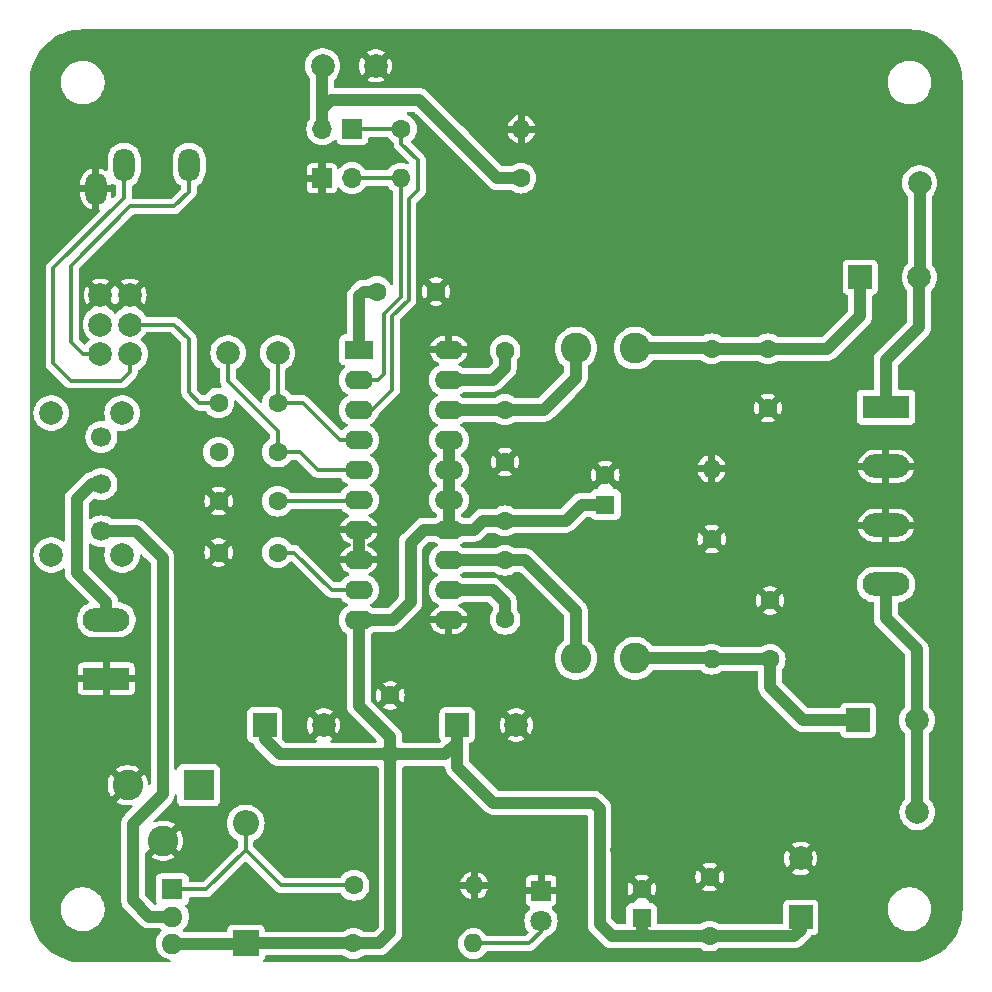
<source format=gbr>
%TF.GenerationSoftware,KiCad,Pcbnew,8.0.5*%
%TF.CreationDate,2024-09-30T23:59:36-04:00*%
%TF.ProjectId,TPA3122D2_Amplifier_lcsc,54504133-3132-4324-9432-5f416d706c69,rev?*%
%TF.SameCoordinates,Original*%
%TF.FileFunction,Copper,L1,Top*%
%TF.FilePolarity,Positive*%
%FSLAX46Y46*%
G04 Gerber Fmt 4.6, Leading zero omitted, Abs format (unit mm)*
G04 Created by KiCad (PCBNEW 8.0.5) date 2024-09-30 23:59:36*
%MOMM*%
%LPD*%
G01*
G04 APERTURE LIST*
%TA.AperFunction,ComponentPad*%
%ADD10R,1.700000X1.700000*%
%TD*%
%TA.AperFunction,ComponentPad*%
%ADD11O,1.700000X1.700000*%
%TD*%
%TA.AperFunction,ComponentPad*%
%ADD12C,1.600000*%
%TD*%
%TA.AperFunction,ComponentPad*%
%ADD13O,1.600000X1.600000*%
%TD*%
%TA.AperFunction,ComponentPad*%
%ADD14R,2.000000X2.000000*%
%TD*%
%TA.AperFunction,ComponentPad*%
%ADD15C,2.000000*%
%TD*%
%TA.AperFunction,ComponentPad*%
%ADD16C,2.600000*%
%TD*%
%TA.AperFunction,ComponentPad*%
%ADD17R,2.600000X2.600000*%
%TD*%
%TA.AperFunction,ComponentPad*%
%ADD18O,1.800000X2.800000*%
%TD*%
%TA.AperFunction,ComponentPad*%
%ADD19R,3.960000X1.980000*%
%TD*%
%TA.AperFunction,ComponentPad*%
%ADD20O,3.960000X1.980000*%
%TD*%
%TA.AperFunction,ComponentPad*%
%ADD21R,2.400000X1.600000*%
%TD*%
%TA.AperFunction,ComponentPad*%
%ADD22O,2.400000X1.600000*%
%TD*%
%TA.AperFunction,ComponentPad*%
%ADD23C,1.700000*%
%TD*%
%TA.AperFunction,ComponentPad*%
%ADD24R,2.200000X2.200000*%
%TD*%
%TA.AperFunction,ComponentPad*%
%ADD25O,2.200000X2.200000*%
%TD*%
%TA.AperFunction,ComponentPad*%
%ADD26R,1.800000X1.717500*%
%TD*%
%TA.AperFunction,ComponentPad*%
%ADD27O,1.800000X1.717500*%
%TD*%
%TA.AperFunction,ComponentPad*%
%ADD28R,1.600000X1.600000*%
%TD*%
%TA.AperFunction,ComponentPad*%
%ADD29R,1.800000X1.800000*%
%TD*%
%TA.AperFunction,ComponentPad*%
%ADD30C,1.800000*%
%TD*%
%TA.AperFunction,ViaPad*%
%ADD31C,0.762000*%
%TD*%
%TA.AperFunction,Conductor*%
%ADD32C,1.016000*%
%TD*%
%TA.AperFunction,Conductor*%
%ADD33C,0.304800*%
%TD*%
G04 APERTURE END LIST*
D10*
%TO.P,JP2,1,A*%
%TO.N,MUTE*%
X127825000Y-58950000D03*
D11*
%TO.P,JP2,2,B*%
%TO.N,VCC*%
X125285000Y-58950000D03*
%TD*%
D12*
%TO.P,C14,1*%
%TO.N,VCC*%
X131050000Y-111900000D03*
%TO.P,C14,2*%
%TO.N,GND*%
X131050000Y-106900000D03*
%TD*%
%TO.P,R4,1*%
%TO.N,MUTE*%
X131970000Y-58950000D03*
D13*
%TO.P,R4,2*%
%TO.N,GND*%
X142130000Y-58950000D03*
%TD*%
D12*
%TO.P,R1,1*%
%TO.N,Net-(D1-A)*%
X127970000Y-122975000D03*
D13*
%TO.P,R1,2*%
%TO.N,GND*%
X138130000Y-122975000D03*
%TD*%
D10*
%TO.P,JP1,1,A*%
%TO.N,GND*%
X125255000Y-63100000D03*
D11*
%TO.P,JP1,2,B*%
%TO.N,~{SD}*%
X127795000Y-63100000D03*
%TD*%
D14*
%TO.P,C10,1*%
%TO.N,/POWA*%
X170832323Y-71500000D03*
D15*
%TO.P,C10,2*%
%TO.N,/POWC*%
X175832323Y-71500000D03*
%TD*%
D16*
%TO.P,L1,1,1*%
%TO.N,BSL*%
X146750000Y-77500000D03*
%TO.P,L1,2,2*%
%TO.N,/POWA*%
X151750000Y-77500000D03*
%TD*%
D14*
%TO.P,C1,1*%
%TO.N,VCC*%
X165775000Y-125700000D03*
D15*
%TO.P,C1,2*%
%TO.N,GND*%
X165775000Y-120700000D03*
%TD*%
%TO.P,TP1,1,1*%
%TO.N,VCC*%
X125300000Y-53600000D03*
%TD*%
D16*
%TO.P,L2,1,1*%
%TO.N,BSR*%
X146750000Y-103750000D03*
%TO.P,L2,2,2*%
%TO.N,/POWB*%
X151750000Y-103750000D03*
%TD*%
D17*
%TO.P,J1,1*%
%TO.N,/VIN1*%
X114800000Y-114500000D03*
D16*
%TO.P,J1,2*%
%TO.N,GND*%
X108800000Y-114500000D03*
%TO.P,J1,3*%
X111800000Y-119200000D03*
%TD*%
D15*
%TO.P,TP5,1,1*%
%TO.N,/POWC*%
X175850000Y-63500000D03*
%TD*%
D14*
%TO.P,C13,1*%
%TO.N,VCC*%
X120400000Y-109400000D03*
D15*
%TO.P,C13,2*%
%TO.N,GND*%
X125400000Y-109400000D03*
%TD*%
%TO.P,TP3,1,1*%
%TO.N,RIN*%
X117300000Y-77900000D03*
%TD*%
D12*
%TO.P,C16,1*%
%TO.N,VCC*%
X140750000Y-92120000D03*
%TO.P,C16,2*%
%TO.N,GND*%
X140750000Y-87120000D03*
%TD*%
%TO.P,C9,1*%
%TO.N,BSR*%
X140750000Y-95450000D03*
%TO.P,C9,2*%
%TO.N,ROUT*%
X140750000Y-100450000D03*
%TD*%
D15*
%TO.P,TP4,1,1*%
%TO.N,LIN*%
X121500000Y-77900000D03*
%TD*%
D18*
%TO.P,J3,R*%
%TO.N,Net-(J3-PadR)*%
X114000000Y-62000000D03*
%TO.P,J3,S*%
%TO.N,GND*%
X106100000Y-64000000D03*
%TO.P,J3,T*%
%TO.N,Net-(J3-PadT)*%
X108500000Y-62000000D03*
%TD*%
D19*
%TO.P,J2,1,Pin_1*%
%TO.N,GND*%
X107000000Y-105500000D03*
D20*
%TO.P,J2,2,Pin_2*%
%TO.N,/VIN1*%
X107000000Y-100500000D03*
%TD*%
D21*
%TO.P,U1,1,PVCCL*%
%TO.N,VCC*%
X128380000Y-77640000D03*
D22*
%TO.P,U1,2,~{SD}*%
%TO.N,~{SD}*%
X128380000Y-80180000D03*
%TO.P,U1,3,MUTE*%
%TO.N,MUTE*%
X128380000Y-82720000D03*
%TO.P,U1,4,LIN*%
%TO.N,LIN*%
X128380000Y-85260000D03*
%TO.P,U1,5,RIN*%
%TO.N,RIN*%
X128380000Y-87800000D03*
%TO.P,U1,6,BYPASS*%
%TO.N,Net-(U1-BYPASS)*%
X128380000Y-90340000D03*
%TO.P,U1,7,AGND*%
%TO.N,GND*%
X128380000Y-92880000D03*
%TO.P,U1,8,AGND*%
X128380000Y-95420000D03*
%TO.P,U1,9,VCLAMP*%
%TO.N,Net-(U1-VCLAMP)*%
X128380000Y-97960000D03*
%TO.P,U1,10,PVCCR*%
%TO.N,VCC*%
X128380000Y-100500000D03*
%TO.P,U1,11,PGNDR*%
%TO.N,GND*%
X136000000Y-100500000D03*
%TO.P,U1,12,ROUT*%
%TO.N,ROUT*%
X136000000Y-97960000D03*
%TO.P,U1,13,BSR*%
%TO.N,BSR*%
X136000000Y-95420000D03*
%TO.P,U1,14,GAIN1*%
%TO.N,VCC*%
X136000000Y-92880000D03*
%TO.P,U1,15,GAIN0*%
X136000000Y-90340000D03*
%TO.P,U1,16,AVCC*%
X136000000Y-87800000D03*
%TO.P,U1,17,AVCC*%
X136000000Y-85260000D03*
%TO.P,U1,18,BSL*%
%TO.N,BSL*%
X136000000Y-82720000D03*
%TO.P,U1,19,LOUT*%
%TO.N,LOUT*%
X136000000Y-80180000D03*
%TO.P,U1,20,PGNDL*%
%TO.N,GND*%
X136000000Y-77640000D03*
%TD*%
D12*
%TO.P,C4,1*%
%TO.N,Net-(U1-VCLAMP)*%
X121500000Y-94800000D03*
%TO.P,C4,2*%
%TO.N,GND*%
X116500000Y-94800000D03*
%TD*%
D15*
%TO.P,SW1,*%
%TO.N,*%
X108332500Y-83000000D03*
X102332500Y-83000000D03*
X108332500Y-95000000D03*
X102332500Y-95000000D03*
D23*
%TO.P,SW1,1,A*%
%TO.N,unconnected-(SW1-A-Pad1)*%
X106582500Y-85000000D03*
%TO.P,SW1,2,B*%
%TO.N,/VIN1*%
X106582500Y-89000000D03*
%TO.P,SW1,3,C*%
%TO.N,/VIN2*%
X106582500Y-93000000D03*
%TD*%
D24*
%TO.P,D1,1,K*%
%TO.N,VCC*%
X118800000Y-127900000D03*
D25*
%TO.P,D1,2,A*%
%TO.N,Net-(D1-A)*%
X118800000Y-117740000D03*
%TD*%
D12*
%TO.P,R2,1*%
%TO.N,VCC*%
X127920000Y-127900000D03*
D13*
%TO.P,R2,2*%
%TO.N,Net-(D2-A)*%
X138080000Y-127900000D03*
%TD*%
D12*
%TO.P,C15,1*%
%TO.N,VCC*%
X129900000Y-72700000D03*
%TO.P,C15,2*%
%TO.N,GND*%
X134900000Y-72700000D03*
%TD*%
D19*
%TO.P,J4,1,Pin_1*%
%TO.N,/POWC*%
X173000000Y-82500000D03*
D20*
%TO.P,J4,2,Pin_2*%
%TO.N,GND*%
X173000000Y-87500000D03*
%TO.P,J4,3,Pin_3*%
X173000000Y-92500000D03*
%TO.P,J4,4,Pin_4*%
%TO.N,/POWD*%
X173000000Y-97500000D03*
%TD*%
D12*
%TO.P,C3,1*%
%TO.N,VCC*%
X158075000Y-127275000D03*
%TO.P,C3,2*%
%TO.N,GND*%
X158075000Y-122275000D03*
%TD*%
D26*
%TO.P,Q1,1,G*%
%TO.N,Net-(D1-A)*%
X112580000Y-123330000D03*
D27*
%TO.P,Q1,2,D*%
%TO.N,/VIN2*%
X112580000Y-125620000D03*
%TO.P,Q1,3,S*%
%TO.N,VCC*%
X112580000Y-127910000D03*
%TD*%
D15*
%TO.P,TP2,1,1*%
%TO.N,GND*%
X129800000Y-53600000D03*
%TD*%
%TO.P,RV1,1,1*%
%TO.N,Net-(J3-PadT)*%
X109000000Y-78000000D03*
%TO.P,RV1,2,2*%
%TO.N,Net-(C18-Pad1)*%
X109000000Y-75500000D03*
%TO.P,RV1,3,3*%
%TO.N,GND*%
X109000000Y-73000000D03*
%TO.P,RV1,4,4*%
%TO.N,Net-(J3-PadR)*%
X106500000Y-78000000D03*
%TO.P,RV1,5,5*%
%TO.N,Net-(C19-Pad1)*%
X106500000Y-75500000D03*
%TO.P,RV1,6,6*%
%TO.N,GND*%
X106500000Y-73000000D03*
%TD*%
D28*
%TO.P,C17,1*%
%TO.N,VCC*%
X149250000Y-90750000D03*
D12*
%TO.P,C17,2*%
%TO.N,GND*%
X149250000Y-88250000D03*
%TD*%
D14*
%TO.P,C12,1*%
%TO.N,VCC*%
X136700000Y-109400000D03*
D15*
%TO.P,C12,2*%
%TO.N,GND*%
X141700000Y-109400000D03*
%TD*%
%TO.P,TP6,1,1*%
%TO.N,/POWD*%
X175650000Y-116800000D03*
%TD*%
D12*
%TO.P,C19,1*%
%TO.N,Net-(C19-Pad1)*%
X116500000Y-86300000D03*
%TO.P,C19,2*%
%TO.N,RIN*%
X121500000Y-86300000D03*
%TD*%
D14*
%TO.P,C11,1*%
%TO.N,/POWB*%
X170632323Y-109000000D03*
D15*
%TO.P,C11,2*%
%TO.N,/POWD*%
X175632323Y-109000000D03*
%TD*%
D12*
%TO.P,R6,1*%
%TO.N,GND*%
X158250000Y-93670000D03*
D13*
%TO.P,R6,2*%
%TO.N,/POWB*%
X158250000Y-103830000D03*
%TD*%
D29*
%TO.P,D2,1,K*%
%TO.N,GND*%
X143800000Y-123435000D03*
D30*
%TO.P,D2,2,A*%
%TO.N,Net-(D2-A)*%
X143800000Y-125975000D03*
%TD*%
D12*
%TO.P,C8,1*%
%TO.N,GND*%
X163200000Y-98850000D03*
%TO.P,C8,2*%
%TO.N,/POWB*%
X163200000Y-103850000D03*
%TD*%
%TO.P,C5,1*%
%TO.N,Net-(U1-BYPASS)*%
X121500000Y-90450000D03*
%TO.P,C5,2*%
%TO.N,GND*%
X116500000Y-90450000D03*
%TD*%
%TO.P,C18,1*%
%TO.N,Net-(C18-Pad1)*%
X116500000Y-82125000D03*
%TO.P,C18,2*%
%TO.N,LIN*%
X121500000Y-82125000D03*
%TD*%
%TO.P,C6,1*%
%TO.N,BSL*%
X140750000Y-82700000D03*
%TO.P,C6,2*%
%TO.N,LOUT*%
X140750000Y-77700000D03*
%TD*%
%TO.P,C7,1*%
%TO.N,/POWA*%
X163000000Y-77550000D03*
%TO.P,C7,2*%
%TO.N,GND*%
X163000000Y-82550000D03*
%TD*%
%TO.P,R3,1*%
%TO.N,VCC*%
X142100000Y-63100000D03*
D13*
%TO.P,R3,2*%
%TO.N,~{SD}*%
X131940000Y-63100000D03*
%TD*%
D12*
%TO.P,R5,1*%
%TO.N,/POWA*%
X158250000Y-77550000D03*
D13*
%TO.P,R5,2*%
%TO.N,GND*%
X158250000Y-87710000D03*
%TD*%
D28*
%TO.P,C2,1*%
%TO.N,VCC*%
X152325000Y-125775000D03*
D12*
%TO.P,C2,2*%
%TO.N,GND*%
X152325000Y-123275000D03*
%TD*%
D31*
%TO.N,GND*%
X102500000Y-87500000D03*
X145000000Y-75000000D03*
X145000000Y-90000000D03*
X139000000Y-85000000D03*
X165000000Y-90000000D03*
X110000000Y-100000000D03*
X115000000Y-75000000D03*
X115000000Y-90000000D03*
X133000000Y-90000000D03*
X102500000Y-92500000D03*
X175000000Y-120000000D03*
X131000000Y-88000000D03*
X131000000Y-84000000D03*
X120000000Y-55000000D03*
X175000000Y-90000000D03*
X150000000Y-55000000D03*
X150000000Y-65000000D03*
X115000000Y-80000000D03*
X134000000Y-101000000D03*
X145000000Y-100000000D03*
X172000000Y-128000000D03*
X110000000Y-129000000D03*
X140000000Y-55000000D03*
X119500000Y-79000000D03*
X155000000Y-110000000D03*
X125000000Y-120000000D03*
X132000000Y-128000000D03*
X120000000Y-100000000D03*
X115000000Y-117500000D03*
X145000000Y-110000000D03*
X160000000Y-65000000D03*
X130000000Y-103000000D03*
X165000000Y-100000000D03*
X173000000Y-74000000D03*
X160000000Y-55000000D03*
X170000000Y-65000000D03*
X115000000Y-102500000D03*
X175000000Y-100000000D03*
X139000000Y-90000000D03*
X131000000Y-92000000D03*
X150000000Y-120000000D03*
X142000000Y-85000000D03*
X155000000Y-100000000D03*
X126000000Y-75000000D03*
X126000000Y-100000000D03*
X135000000Y-128000000D03*
X165000000Y-75000000D03*
X155000000Y-80000000D03*
X131000000Y-96000000D03*
X126000000Y-78000000D03*
X139000000Y-87000000D03*
X142000000Y-98000000D03*
X143000000Y-80000000D03*
X135000000Y-75000000D03*
X120000000Y-65000000D03*
X102500000Y-115000000D03*
X165000000Y-80000000D03*
X165000000Y-110000000D03*
X173000000Y-68000000D03*
X126000000Y-82000000D03*
X138000000Y-100000000D03*
X175000000Y-80000000D03*
X135000000Y-65000000D03*
X155000000Y-75000000D03*
X131000000Y-98000000D03*
X133000000Y-87000000D03*
X133000000Y-103000000D03*
X146000000Y-128000000D03*
X141000000Y-90000000D03*
X137000000Y-103000000D03*
X140000000Y-120000000D03*
X110000000Y-127000000D03*
X143000000Y-94000000D03*
X155000000Y-90000000D03*
X160000000Y-120000000D03*
X170000000Y-55000000D03*
X110000000Y-55000000D03*
X126000000Y-102000000D03*
%TD*%
D32*
%TO.N,GND*%
X128380000Y-92880000D02*
X128380000Y-95420000D01*
%TO.N,VCC*%
X126000000Y-56500000D02*
X125285000Y-57215000D01*
X136700000Y-112950000D02*
X136700000Y-109400000D01*
X131050000Y-110450000D02*
X128380000Y-107780000D01*
X148250000Y-116000000D02*
X139750000Y-116000000D01*
X140100000Y-63100000D02*
X133500000Y-56500000D01*
X145880000Y-92120000D02*
X147250000Y-90750000D01*
X136000000Y-92880000D02*
X133870000Y-92880000D01*
X125285000Y-58950000D02*
X125285000Y-53615000D01*
X148750000Y-116500000D02*
X148250000Y-116000000D01*
X136000000Y-87800000D02*
X136000000Y-90340000D01*
X129900000Y-72700000D02*
X128800000Y-72700000D01*
X136700000Y-110900000D02*
X136700000Y-109400000D01*
X135700000Y-111900000D02*
X136700000Y-110900000D01*
X131050000Y-111900000D02*
X131050000Y-126950000D01*
X158075000Y-127275000D02*
X149775000Y-127275000D01*
X128380000Y-73120000D02*
X128380000Y-77640000D01*
X138120000Y-92880000D02*
X138880000Y-92120000D01*
X138880000Y-92120000D02*
X140750000Y-92120000D01*
X140750000Y-92120000D02*
X145880000Y-92120000D01*
X132750000Y-94000000D02*
X132750000Y-99000000D01*
X132750000Y-99000000D02*
X131250000Y-100500000D01*
X149775000Y-127275000D02*
X148750000Y-126250000D01*
X165775000Y-126725000D02*
X165200000Y-127300000D01*
X121700000Y-111900000D02*
X131050000Y-111900000D01*
X136000000Y-92880000D02*
X138120000Y-92880000D01*
X165175000Y-127275000D02*
X158075000Y-127275000D01*
X158075000Y-127275000D02*
X152775000Y-127275000D01*
X133500000Y-56500000D02*
X126000000Y-56500000D01*
X131050000Y-111900000D02*
X135700000Y-111900000D01*
X148750000Y-126250000D02*
X148750000Y-116500000D01*
X147250000Y-90750000D02*
X149250000Y-90750000D01*
X131050000Y-126950000D02*
X130100000Y-127900000D01*
X112580000Y-127910000D02*
X118790000Y-127910000D01*
X165200000Y-127300000D02*
X165175000Y-127275000D01*
X131050000Y-111900000D02*
X131050000Y-110450000D01*
X136000000Y-85260000D02*
X136000000Y-87800000D01*
X130100000Y-127900000D02*
X127920000Y-127900000D01*
X125285000Y-57215000D02*
X125285000Y-58950000D01*
X136000000Y-90340000D02*
X136000000Y-92880000D01*
X128380000Y-107780000D02*
X128380000Y-100500000D01*
X125285000Y-53615000D02*
X125300000Y-53600000D01*
X131250000Y-100500000D02*
X128380000Y-100500000D01*
X152775000Y-127275000D02*
X152325000Y-126825000D01*
X133870000Y-92880000D02*
X132750000Y-94000000D01*
X118790000Y-127910000D02*
X118800000Y-127900000D01*
X152325000Y-126825000D02*
X152325000Y-125775000D01*
X120400000Y-110600000D02*
X121700000Y-111900000D01*
X165775000Y-125700000D02*
X165775000Y-126725000D01*
X118800000Y-127900000D02*
X127920000Y-127900000D01*
X142100000Y-63100000D02*
X140100000Y-63100000D01*
X120400000Y-109400000D02*
X120400000Y-110600000D01*
X128800000Y-72700000D02*
X128380000Y-73120000D01*
X139750000Y-116000000D02*
X136700000Y-112950000D01*
D33*
%TO.N,Net-(U1-VCLAMP)*%
X122900000Y-94800000D02*
X126060000Y-97960000D01*
X121500000Y-94800000D02*
X122900000Y-94800000D01*
X126060000Y-97960000D02*
X128380000Y-97960000D01*
%TO.N,Net-(U1-BYPASS)*%
X121500000Y-90450000D02*
X128270000Y-90450000D01*
X128270000Y-90450000D02*
X128380000Y-90340000D01*
D32*
%TO.N,LOUT*%
X139720000Y-80180000D02*
X140750000Y-79150000D01*
X136000000Y-80180000D02*
X139720000Y-80180000D01*
X140750000Y-79150000D02*
X140750000Y-77700000D01*
%TO.N,BSL*%
X136000000Y-82720000D02*
X140730000Y-82720000D01*
X140730000Y-82720000D02*
X140750000Y-82700000D01*
X144050000Y-82700000D02*
X146750000Y-80000000D01*
X140750000Y-82700000D02*
X144050000Y-82700000D01*
X146750000Y-80000000D02*
X146750000Y-77500000D01*
%TO.N,/POWA*%
X163000000Y-77550000D02*
X168050000Y-77550000D01*
X170832323Y-74767677D02*
X170832323Y-71500000D01*
X168050000Y-77550000D02*
X170832323Y-74767677D01*
X158250000Y-77550000D02*
X163000000Y-77550000D01*
X158200000Y-77500000D02*
X158250000Y-77550000D01*
X151750000Y-77500000D02*
X158200000Y-77500000D01*
%TO.N,/POWB*%
X158170000Y-103750000D02*
X158250000Y-103830000D01*
X166000000Y-109000000D02*
X170632323Y-109000000D01*
X151750000Y-103750000D02*
X158170000Y-103750000D01*
X163180000Y-103830000D02*
X163200000Y-103850000D01*
X158250000Y-103830000D02*
X163180000Y-103830000D01*
X163200000Y-103850000D02*
X163200000Y-106200000D01*
X163200000Y-106200000D02*
X166000000Y-109000000D01*
%TO.N,BSR*%
X142450000Y-95450000D02*
X146750000Y-99750000D01*
X146750000Y-99750000D02*
X146750000Y-103750000D01*
X140750000Y-95450000D02*
X142450000Y-95450000D01*
X136000000Y-95420000D02*
X140720000Y-95420000D01*
X140720000Y-95420000D02*
X140750000Y-95450000D01*
%TO.N,ROUT*%
X139710000Y-97960000D02*
X140750000Y-99000000D01*
X140750000Y-99000000D02*
X140750000Y-100450000D01*
X136000000Y-97960000D02*
X139710000Y-97960000D01*
%TO.N,/POWC*%
X175850000Y-71482323D02*
X175832323Y-71500000D01*
X175832323Y-75667677D02*
X175832323Y-71500000D01*
X173000000Y-82500000D02*
X173000000Y-78500000D01*
X175850000Y-63500000D02*
X175850000Y-71482323D01*
X173000000Y-78500000D02*
X175832323Y-75667677D01*
%TO.N,/POWD*%
X175632323Y-102982323D02*
X175632323Y-109000000D01*
X175632323Y-116782323D02*
X175650000Y-116800000D01*
X173000000Y-97500000D02*
X173000000Y-100350000D01*
X173000000Y-100350000D02*
X175632323Y-102982323D01*
X175632323Y-109000000D02*
X175632323Y-116782323D01*
D33*
%TO.N,RIN*%
X121500000Y-86300000D02*
X121500000Y-84500000D01*
X124900000Y-87800000D02*
X128380000Y-87800000D01*
X121500000Y-84500000D02*
X117300000Y-80300000D01*
X121500000Y-86300000D02*
X123400000Y-86300000D01*
X117300000Y-80300000D02*
X117300000Y-77900000D01*
X123400000Y-86300000D02*
X124900000Y-87800000D01*
%TO.N,Net-(C18-Pad1)*%
X112750000Y-75500000D02*
X109000000Y-75500000D01*
X114000000Y-76750000D02*
X112750000Y-75500000D01*
X114875000Y-82125000D02*
X114000000Y-81250000D01*
X116500000Y-82125000D02*
X114875000Y-82125000D01*
X114000000Y-81250000D02*
X114000000Y-76750000D01*
%TO.N,LIN*%
X123625000Y-82125000D02*
X126760000Y-85260000D01*
X121500000Y-82125000D02*
X123625000Y-82125000D01*
X126760000Y-85260000D02*
X128380000Y-85260000D01*
X121500000Y-77900000D02*
X121500000Y-82125000D01*
%TO.N,Net-(D1-A)*%
X115470000Y-123330000D02*
X118800000Y-120000000D01*
X118800000Y-117740000D02*
X118800000Y-120000000D01*
X118800000Y-120000000D02*
X121775000Y-122975000D01*
X121775000Y-122975000D02*
X127970000Y-122975000D01*
X112580000Y-123330000D02*
X115470000Y-123330000D01*
%TO.N,Net-(D2-A)*%
X143800000Y-126900000D02*
X143800000Y-125975000D01*
X138080000Y-127900000D02*
X142800000Y-127900000D01*
X142800000Y-127900000D02*
X143800000Y-126900000D01*
D32*
%TO.N,/VIN1*%
X107000000Y-100500000D02*
X107000000Y-99000000D01*
X104500000Y-90250000D02*
X105750000Y-89000000D01*
X104500000Y-96500000D02*
X104500000Y-90250000D01*
X107000000Y-99000000D02*
X104500000Y-96500000D01*
X105750000Y-89000000D02*
X106582500Y-89000000D01*
D33*
%TO.N,Net-(J3-PadT)*%
X102500000Y-70750000D02*
X102500000Y-78750000D01*
X108250000Y-80250000D02*
X109000000Y-79500000D01*
X109000000Y-79500000D02*
X109000000Y-78000000D01*
X104000000Y-80250000D02*
X108250000Y-80250000D01*
X108500000Y-62000000D02*
X108500000Y-64750000D01*
X108500000Y-64750000D02*
X102500000Y-70750000D01*
X102500000Y-78750000D02*
X104000000Y-80250000D01*
%TO.N,Net-(J3-PadR)*%
X109000000Y-65500000D02*
X104000000Y-70500000D01*
X105000000Y-78000000D02*
X106500000Y-78000000D01*
X114000000Y-64250000D02*
X112750000Y-65500000D01*
X114000000Y-62000000D02*
X114000000Y-64250000D01*
X104000000Y-77000000D02*
X105000000Y-78000000D01*
X104000000Y-70500000D02*
X104000000Y-77000000D01*
X112750000Y-65500000D02*
X109000000Y-65500000D01*
%TO.N,~{SD}*%
X131940000Y-63100000D02*
X131940000Y-73160000D01*
X130020000Y-80180000D02*
X128380000Y-80180000D01*
X131940000Y-63100000D02*
X127795000Y-63100000D01*
X130500000Y-74600000D02*
X130500000Y-79700000D01*
X131940000Y-73160000D02*
X130500000Y-74600000D01*
X130500000Y-79700000D02*
X130020000Y-80180000D01*
%TO.N,MUTE*%
X129480000Y-82720000D02*
X131200000Y-81000000D01*
X131970000Y-60170000D02*
X131970000Y-58950000D01*
X131970000Y-58950000D02*
X127825000Y-58950000D01*
X131200000Y-74800000D02*
X132600000Y-73400000D01*
X128380000Y-82720000D02*
X129480000Y-82720000D01*
X133400000Y-64100000D02*
X133400000Y-61600000D01*
X133400000Y-61600000D02*
X131970000Y-60170000D01*
X132600000Y-73400000D02*
X132600000Y-64900000D01*
X131200000Y-81000000D02*
X131200000Y-74800000D01*
X132600000Y-64900000D02*
X133400000Y-64100000D01*
D32*
%TO.N,/VIN2*%
X109250000Y-124250000D02*
X109250000Y-117750000D01*
X112580000Y-125620000D02*
X110620000Y-125620000D01*
X109500000Y-93000000D02*
X106582500Y-93000000D01*
X110620000Y-125620000D02*
X109250000Y-124250000D01*
X109250000Y-117750000D02*
X111750000Y-115250000D01*
X111750000Y-95250000D02*
X109500000Y-93000000D01*
X111750000Y-115250000D02*
X111750000Y-95250000D01*
%TD*%
%TA.AperFunction,Conductor*%
%TO.N,GND*%
G36*
X175002702Y-50500617D02*
G01*
X175386771Y-50517386D01*
X175397506Y-50518326D01*
X175775971Y-50568152D01*
X175786597Y-50570025D01*
X176159284Y-50652648D01*
X176169710Y-50655442D01*
X176533765Y-50770227D01*
X176543911Y-50773920D01*
X176896578Y-50920000D01*
X176906369Y-50924566D01*
X177244942Y-51100816D01*
X177254310Y-51106224D01*
X177576244Y-51311318D01*
X177585105Y-51317523D01*
X177887930Y-51549889D01*
X177896217Y-51556843D01*
X178177635Y-51814715D01*
X178185284Y-51822364D01*
X178443156Y-52103782D01*
X178450110Y-52112069D01*
X178682476Y-52414894D01*
X178688681Y-52423755D01*
X178893775Y-52745689D01*
X178899183Y-52755057D01*
X179075430Y-53093623D01*
X179080002Y-53103427D01*
X179226075Y-53456078D01*
X179229775Y-53466244D01*
X179344554Y-53830278D01*
X179347354Y-53840727D01*
X179429971Y-54213389D01*
X179431849Y-54224042D01*
X179481671Y-54602473D01*
X179482614Y-54613249D01*
X179499382Y-54997297D01*
X179499500Y-55002706D01*
X179499500Y-124997293D01*
X179499382Y-125002702D01*
X179482614Y-125386750D01*
X179481671Y-125397526D01*
X179431849Y-125775957D01*
X179429971Y-125786610D01*
X179347354Y-126159272D01*
X179344554Y-126169721D01*
X179229775Y-126533755D01*
X179226075Y-126543921D01*
X179080002Y-126896572D01*
X179075430Y-126906376D01*
X178899183Y-127244942D01*
X178893775Y-127254310D01*
X178688681Y-127576244D01*
X178682476Y-127585105D01*
X178450110Y-127887930D01*
X178443156Y-127896217D01*
X178185284Y-128177635D01*
X178177635Y-128185284D01*
X177896217Y-128443156D01*
X177887930Y-128450110D01*
X177585105Y-128682476D01*
X177576244Y-128688681D01*
X177254310Y-128893775D01*
X177244942Y-128899183D01*
X176906376Y-129075430D01*
X176896572Y-129080002D01*
X176543921Y-129226075D01*
X176533755Y-129229775D01*
X176169721Y-129344554D01*
X176159272Y-129347354D01*
X175786610Y-129429971D01*
X175775957Y-129431849D01*
X175397526Y-129481671D01*
X175386750Y-129482614D01*
X175123886Y-129494091D01*
X175023431Y-129498477D01*
X175002703Y-129499382D01*
X174997294Y-129499500D01*
X120399001Y-129499500D01*
X120331962Y-129479815D01*
X120286207Y-129427011D01*
X120276263Y-129357853D01*
X120299734Y-129301189D01*
X120343796Y-129242331D01*
X120394091Y-129107483D01*
X120400500Y-129047873D01*
X120400500Y-129032500D01*
X120420185Y-128965461D01*
X120472989Y-128919706D01*
X120524500Y-128908500D01*
X127053837Y-128908500D01*
X127120876Y-128928185D01*
X127124949Y-128930917D01*
X127267266Y-129030568D01*
X127473504Y-129126739D01*
X127693308Y-129185635D01*
X127855230Y-129199801D01*
X127919998Y-129205468D01*
X127920000Y-129205468D01*
X127920002Y-129205468D01*
X127976673Y-129200509D01*
X128146692Y-129185635D01*
X128366496Y-129126739D01*
X128572734Y-129030568D01*
X128715040Y-128930924D01*
X128781246Y-128908598D01*
X128786163Y-128908500D01*
X130199330Y-128908500D01*
X130199331Y-128908499D01*
X130394169Y-128869744D01*
X130577704Y-128793721D01*
X130742881Y-128683353D01*
X130883353Y-128542881D01*
X131526236Y-127899998D01*
X136774532Y-127899998D01*
X136774532Y-127900001D01*
X136794364Y-128126686D01*
X136794366Y-128126697D01*
X136853258Y-128346488D01*
X136853261Y-128346497D01*
X136949431Y-128552732D01*
X136949432Y-128552734D01*
X137079954Y-128739141D01*
X137240858Y-128900045D01*
X137268937Y-128919706D01*
X137427266Y-129030568D01*
X137633504Y-129126739D01*
X137853308Y-129185635D01*
X138015230Y-129199801D01*
X138079998Y-129205468D01*
X138080000Y-129205468D01*
X138080002Y-129205468D01*
X138136673Y-129200509D01*
X138306692Y-129185635D01*
X138526496Y-129126739D01*
X138732734Y-129030568D01*
X138919139Y-128900047D01*
X139080047Y-128739139D01*
X139119108Y-128683354D01*
X139173428Y-128605777D01*
X139228005Y-128562152D01*
X139275003Y-128552900D01*
X142864307Y-128552900D01*
X142949165Y-128536019D01*
X142990444Y-128527809D01*
X143109264Y-128478592D01*
X143116084Y-128474035D01*
X143216200Y-128407141D01*
X144307141Y-127316199D01*
X144314521Y-127305152D01*
X144360994Y-127266229D01*
X144359992Y-127264377D01*
X144376196Y-127255608D01*
X144568626Y-127151470D01*
X144578485Y-127143797D01*
X144685045Y-127060858D01*
X144751784Y-127008913D01*
X144908979Y-126838153D01*
X145035924Y-126643849D01*
X145129157Y-126431300D01*
X145186134Y-126206305D01*
X145187153Y-126194011D01*
X145205300Y-125975006D01*
X145205300Y-125974993D01*
X145186135Y-125743702D01*
X145186133Y-125743691D01*
X145129157Y-125518699D01*
X145035924Y-125306151D01*
X144908983Y-125111852D01*
X144908980Y-125111849D01*
X144908979Y-125111847D01*
X144751784Y-124941087D01*
X144751779Y-124941083D01*
X144748008Y-124937611D01*
X144749258Y-124936252D01*
X144713141Y-124886063D01*
X144709468Y-124816290D01*
X144744101Y-124755608D01*
X144806043Y-124723282D01*
X144810723Y-124722449D01*
X144825148Y-124720164D01*
X144825155Y-124720162D01*
X144938041Y-124662643D01*
X144938050Y-124662636D01*
X145027636Y-124573050D01*
X145027639Y-124573046D01*
X145085166Y-124460144D01*
X145100000Y-124366486D01*
X145100000Y-123735000D01*
X144136396Y-123735000D01*
X144160090Y-123711306D01*
X144219333Y-123608694D01*
X144250000Y-123494244D01*
X144250000Y-123375756D01*
X144219333Y-123261306D01*
X144160090Y-123158694D01*
X144136396Y-123135000D01*
X145099999Y-123135000D01*
X145099999Y-122503520D01*
X145085164Y-122409850D01*
X145085162Y-122409844D01*
X145027643Y-122296958D01*
X145027636Y-122296949D01*
X144938050Y-122207363D01*
X144938046Y-122207360D01*
X144825144Y-122149833D01*
X144731486Y-122135000D01*
X144100000Y-122135000D01*
X144100000Y-123098604D01*
X144076306Y-123074910D01*
X143973694Y-123015667D01*
X143859244Y-122985000D01*
X143740756Y-122985000D01*
X143626306Y-123015667D01*
X143523694Y-123074910D01*
X143500000Y-123098604D01*
X143500000Y-122135000D01*
X142868520Y-122135000D01*
X142774850Y-122149835D01*
X142774844Y-122149837D01*
X142661958Y-122207356D01*
X142661949Y-122207363D01*
X142572363Y-122296949D01*
X142572360Y-122296953D01*
X142514833Y-122409855D01*
X142500000Y-122503513D01*
X142500000Y-123135000D01*
X143463604Y-123135000D01*
X143439910Y-123158694D01*
X143380667Y-123261306D01*
X143350000Y-123375756D01*
X143350000Y-123494244D01*
X143380667Y-123608694D01*
X143439910Y-123711306D01*
X143463604Y-123735000D01*
X142500001Y-123735000D01*
X142500001Y-124366479D01*
X142514835Y-124460149D01*
X142514837Y-124460155D01*
X142572356Y-124573041D01*
X142572363Y-124573050D01*
X142661949Y-124662636D01*
X142661953Y-124662639D01*
X142774853Y-124720165D01*
X142789276Y-124722449D01*
X142852412Y-124752377D01*
X142889345Y-124811687D01*
X142888349Y-124881550D01*
X142851520Y-124937099D01*
X142851992Y-124937611D01*
X142849912Y-124939525D01*
X142849741Y-124939784D01*
X142848832Y-124940519D01*
X142848219Y-124941084D01*
X142691016Y-125111852D01*
X142564075Y-125306151D01*
X142470842Y-125518699D01*
X142413866Y-125743691D01*
X142413864Y-125743702D01*
X142394700Y-125974993D01*
X142394700Y-125975006D01*
X142413864Y-126206297D01*
X142413866Y-126206308D01*
X142470842Y-126431300D01*
X142564075Y-126643848D01*
X142691020Y-126838153D01*
X142691022Y-126838155D01*
X142729064Y-126879480D01*
X142759986Y-126942134D01*
X142752125Y-127011560D01*
X142725516Y-127051143D01*
X142565876Y-127210782D01*
X142504555Y-127244266D01*
X142478197Y-127247100D01*
X139275003Y-127247100D01*
X139207964Y-127227415D01*
X139173428Y-127194223D01*
X139080046Y-127060859D01*
X138919141Y-126899954D01*
X138732734Y-126769432D01*
X138732732Y-126769431D01*
X138526497Y-126673261D01*
X138526488Y-126673258D01*
X138306697Y-126614366D01*
X138306693Y-126614365D01*
X138306692Y-126614365D01*
X138306691Y-126614364D01*
X138306686Y-126614364D01*
X138080002Y-126594532D01*
X138079998Y-126594532D01*
X137853313Y-126614364D01*
X137853302Y-126614366D01*
X137633511Y-126673258D01*
X137633502Y-126673261D01*
X137427267Y-126769431D01*
X137427265Y-126769432D01*
X137240858Y-126899954D01*
X137079954Y-127060858D01*
X136949432Y-127247265D01*
X136949431Y-127247267D01*
X136853261Y-127453502D01*
X136853258Y-127453511D01*
X136794366Y-127673302D01*
X136794364Y-127673313D01*
X136774532Y-127899998D01*
X131526236Y-127899998D01*
X131833353Y-127592881D01*
X131943722Y-127427704D01*
X132010238Y-127267119D01*
X132019744Y-127244169D01*
X132026386Y-127210781D01*
X132056206Y-127060861D01*
X132058500Y-127049329D01*
X132058500Y-123275000D01*
X136967731Y-123275000D01*
X137006239Y-123410349D01*
X137105368Y-123609425D01*
X137239391Y-123786900D01*
X137403738Y-123936721D01*
X137592820Y-124053797D01*
X137592822Y-124053798D01*
X137800201Y-124134137D01*
X137830000Y-124139706D01*
X137830000Y-124139705D01*
X138430000Y-124139705D01*
X138459798Y-124134137D01*
X138667177Y-124053798D01*
X138667179Y-124053797D01*
X138856261Y-123936721D01*
X139020608Y-123786900D01*
X139154631Y-123609425D01*
X139253760Y-123410349D01*
X139292269Y-123275000D01*
X138430000Y-123275000D01*
X138430000Y-124139705D01*
X137830000Y-124139705D01*
X137830000Y-123275000D01*
X136967731Y-123275000D01*
X132058500Y-123275000D01*
X132058500Y-122922339D01*
X137730000Y-122922339D01*
X137730000Y-123027661D01*
X137757259Y-123129394D01*
X137809920Y-123220606D01*
X137884394Y-123295080D01*
X137975606Y-123347741D01*
X138077339Y-123375000D01*
X138182661Y-123375000D01*
X138284394Y-123347741D01*
X138375606Y-123295080D01*
X138450080Y-123220606D01*
X138502741Y-123129394D01*
X138530000Y-123027661D01*
X138530000Y-122922339D01*
X138502741Y-122820606D01*
X138450080Y-122729394D01*
X138395686Y-122675000D01*
X138430000Y-122675000D01*
X139292269Y-122675000D01*
X139253760Y-122539650D01*
X139154631Y-122340574D01*
X139020608Y-122163099D01*
X138856261Y-122013278D01*
X138667179Y-121896202D01*
X138667177Y-121896201D01*
X138459800Y-121815864D01*
X138459801Y-121815864D01*
X138430000Y-121810293D01*
X138430000Y-122675000D01*
X138395686Y-122675000D01*
X138375606Y-122654920D01*
X138284394Y-122602259D01*
X138182661Y-122575000D01*
X138077339Y-122575000D01*
X137975606Y-122602259D01*
X137884394Y-122654920D01*
X137809920Y-122729394D01*
X137757259Y-122820606D01*
X137730000Y-122922339D01*
X132058500Y-122922339D01*
X132058500Y-122675000D01*
X136967731Y-122675000D01*
X137830000Y-122675000D01*
X137830000Y-121810293D01*
X137800199Y-121815864D01*
X137592822Y-121896201D01*
X137592820Y-121896202D01*
X137403738Y-122013278D01*
X137239391Y-122163099D01*
X137105368Y-122340574D01*
X137006239Y-122539650D01*
X136967731Y-122675000D01*
X132058500Y-122675000D01*
X132058500Y-113032500D01*
X132078185Y-112965461D01*
X132130989Y-112919706D01*
X132182500Y-112908500D01*
X135567500Y-112908500D01*
X135634539Y-112928185D01*
X135680294Y-112980989D01*
X135691500Y-113032500D01*
X135691500Y-113049333D01*
X135730254Y-113244160D01*
X135730256Y-113244168D01*
X135806277Y-113427701D01*
X135806282Y-113427710D01*
X135916646Y-113592880D01*
X135916649Y-113592884D01*
X138966647Y-116642881D01*
X139107119Y-116783353D01*
X139107120Y-116783354D01*
X139272289Y-116893717D01*
X139272295Y-116893720D01*
X139272296Y-116893721D01*
X139455831Y-116969744D01*
X139650666Y-117008499D01*
X139650670Y-117008500D01*
X139650671Y-117008500D01*
X147617500Y-117008500D01*
X147684539Y-117028185D01*
X147730294Y-117080989D01*
X147741500Y-117132500D01*
X147741500Y-126349333D01*
X147780254Y-126544161D01*
X147780256Y-126544169D01*
X147855437Y-126725671D01*
X147855440Y-126725679D01*
X147856276Y-126727699D01*
X147856279Y-126727704D01*
X147966646Y-126892880D01*
X147966649Y-126892884D01*
X149132115Y-128058350D01*
X149132119Y-128058353D01*
X149297296Y-128168722D01*
X149412451Y-128216420D01*
X149480831Y-128244744D01*
X149675666Y-128283499D01*
X149675670Y-128283500D01*
X149675671Y-128283500D01*
X149874329Y-128283500D01*
X152675671Y-128283500D01*
X152874329Y-128283500D01*
X157208837Y-128283500D01*
X157275876Y-128303185D01*
X157279949Y-128305917D01*
X157422266Y-128405568D01*
X157628504Y-128501739D01*
X157848308Y-128560635D01*
X158010230Y-128574801D01*
X158074998Y-128580468D01*
X158075000Y-128580468D01*
X158075002Y-128580468D01*
X158131673Y-128575509D01*
X158301692Y-128560635D01*
X158521496Y-128501739D01*
X158727734Y-128405568D01*
X158870040Y-128305924D01*
X158936246Y-128283598D01*
X158941163Y-128283500D01*
X164962777Y-128283500D01*
X164986967Y-128285882D01*
X165013127Y-128291086D01*
X165100668Y-128308500D01*
X165100671Y-128308500D01*
X165299331Y-128308500D01*
X165299332Y-128308499D01*
X165494168Y-128269744D01*
X165677704Y-128193721D01*
X165842881Y-128083353D01*
X166558354Y-127367881D01*
X166626276Y-127266229D01*
X166633373Y-127255608D01*
X166686985Y-127210803D01*
X166736475Y-127200499D01*
X166822871Y-127200499D01*
X166822872Y-127200499D01*
X166882483Y-127194091D01*
X167017331Y-127143796D01*
X167132546Y-127057546D01*
X167218796Y-126942331D01*
X167269091Y-126807483D01*
X167275500Y-126747873D01*
X167275499Y-124878711D01*
X173149500Y-124878711D01*
X173149500Y-125121288D01*
X173181161Y-125361785D01*
X173243947Y-125596104D01*
X173331412Y-125807262D01*
X173336776Y-125820212D01*
X173458064Y-126030289D01*
X173458066Y-126030292D01*
X173458067Y-126030293D01*
X173605733Y-126222736D01*
X173605739Y-126222743D01*
X173777256Y-126394260D01*
X173777263Y-126394266D01*
X173890172Y-126480904D01*
X173969711Y-126541936D01*
X174179788Y-126663224D01*
X174250508Y-126692517D01*
X174384127Y-126747864D01*
X174403900Y-126756054D01*
X174638211Y-126818838D01*
X174784926Y-126838153D01*
X174878711Y-126850500D01*
X174878712Y-126850500D01*
X175121289Y-126850500D01*
X175169388Y-126844167D01*
X175361789Y-126818838D01*
X175596100Y-126756054D01*
X175820212Y-126663224D01*
X176030289Y-126541936D01*
X176222738Y-126394265D01*
X176394265Y-126222738D01*
X176541936Y-126030289D01*
X176663224Y-125820212D01*
X176756054Y-125596100D01*
X176818838Y-125361789D01*
X176850500Y-125121288D01*
X176850500Y-124878712D01*
X176818838Y-124638211D01*
X176756054Y-124403900D01*
X176663224Y-124179788D01*
X176541936Y-123969711D01*
X176422563Y-123814141D01*
X176394266Y-123777263D01*
X176394260Y-123777256D01*
X176222743Y-123605739D01*
X176222736Y-123605733D01*
X176030293Y-123458067D01*
X176030292Y-123458066D01*
X176030289Y-123458064D01*
X175820212Y-123336776D01*
X175820205Y-123336773D01*
X175596104Y-123243947D01*
X175361785Y-123181161D01*
X175121289Y-123149500D01*
X175121288Y-123149500D01*
X174878712Y-123149500D01*
X174878711Y-123149500D01*
X174638214Y-123181161D01*
X174403895Y-123243947D01*
X174179794Y-123336773D01*
X174179785Y-123336777D01*
X173969706Y-123458067D01*
X173777263Y-123605733D01*
X173777256Y-123605739D01*
X173605739Y-123777256D01*
X173605733Y-123777263D01*
X173458067Y-123969706D01*
X173458064Y-123969710D01*
X173458064Y-123969711D01*
X173454983Y-123975047D01*
X173336777Y-124179785D01*
X173336773Y-124179794D01*
X173243947Y-124403895D01*
X173181161Y-124638214D01*
X173149500Y-124878711D01*
X167275499Y-124878711D01*
X167275499Y-124652128D01*
X167269091Y-124592517D01*
X167268829Y-124591815D01*
X167218797Y-124457671D01*
X167218793Y-124457664D01*
X167132547Y-124342455D01*
X167132544Y-124342452D01*
X167017335Y-124256206D01*
X167017328Y-124256202D01*
X166882482Y-124205908D01*
X166882483Y-124205908D01*
X166822883Y-124199501D01*
X166822881Y-124199500D01*
X166822873Y-124199500D01*
X166822864Y-124199500D01*
X164727129Y-124199500D01*
X164727123Y-124199501D01*
X164667516Y-124205908D01*
X164532671Y-124256202D01*
X164532664Y-124256206D01*
X164417455Y-124342452D01*
X164417452Y-124342455D01*
X164331206Y-124457664D01*
X164331202Y-124457671D01*
X164280908Y-124592517D01*
X164274501Y-124652116D01*
X164274500Y-124652127D01*
X164274500Y-125397526D01*
X164274501Y-126142500D01*
X164254816Y-126209539D01*
X164202013Y-126255294D01*
X164150501Y-126266500D01*
X158941163Y-126266500D01*
X158874124Y-126246815D01*
X158870040Y-126244075D01*
X158850197Y-126230181D01*
X158727734Y-126144432D01*
X158696253Y-126129752D01*
X158521497Y-126048261D01*
X158521488Y-126048258D01*
X158301697Y-125989366D01*
X158301693Y-125989365D01*
X158301692Y-125989365D01*
X158301691Y-125989364D01*
X158301686Y-125989364D01*
X158075002Y-125969532D01*
X158074998Y-125969532D01*
X157848313Y-125989364D01*
X157848302Y-125989366D01*
X157628511Y-126048258D01*
X157628502Y-126048261D01*
X157422267Y-126144431D01*
X157422265Y-126144432D01*
X157386149Y-126169721D01*
X157299803Y-126230181D01*
X157279960Y-126244075D01*
X157213754Y-126266402D01*
X157208837Y-126266500D01*
X153749500Y-126266500D01*
X153682461Y-126246815D01*
X153636706Y-126194011D01*
X153625500Y-126142500D01*
X153625499Y-124927129D01*
X153625498Y-124927123D01*
X153625497Y-124927116D01*
X153619091Y-124867517D01*
X153568796Y-124732669D01*
X153568795Y-124732668D01*
X153568793Y-124732664D01*
X153482547Y-124617455D01*
X153482544Y-124617452D01*
X153367335Y-124531206D01*
X153367328Y-124531202D01*
X153232482Y-124480908D01*
X153232483Y-124480908D01*
X153172883Y-124474501D01*
X153172881Y-124474500D01*
X153172873Y-124474500D01*
X153172865Y-124474500D01*
X153054664Y-124474500D01*
X152987625Y-124454815D01*
X152941870Y-124402011D01*
X152931490Y-124336211D01*
X152934655Y-124308919D01*
X152325001Y-123699264D01*
X152325000Y-123699264D01*
X151715343Y-124308919D01*
X151718509Y-124336211D01*
X151706681Y-124405072D01*
X151659501Y-124456607D01*
X151595336Y-124474500D01*
X151477130Y-124474500D01*
X151477123Y-124474501D01*
X151417516Y-124480908D01*
X151282671Y-124531202D01*
X151282664Y-124531206D01*
X151167455Y-124617452D01*
X151167452Y-124617455D01*
X151081206Y-124732664D01*
X151081202Y-124732671D01*
X151030908Y-124867517D01*
X151024501Y-124927116D01*
X151024500Y-124927127D01*
X151024500Y-125596104D01*
X151024501Y-126142500D01*
X151004816Y-126209539D01*
X150952013Y-126255294D01*
X150900501Y-126266500D01*
X150244096Y-126266500D01*
X150177057Y-126246815D01*
X150156415Y-126230181D01*
X149794819Y-125868585D01*
X149761334Y-125807262D01*
X149758500Y-125780904D01*
X149758500Y-123274999D01*
X151119859Y-123274999D01*
X151119859Y-123275000D01*
X151140378Y-123496439D01*
X151201238Y-123710345D01*
X151201242Y-123710355D01*
X151289046Y-123886689D01*
X151900736Y-123275000D01*
X151900736Y-123274999D01*
X151848076Y-123222339D01*
X151925000Y-123222339D01*
X151925000Y-123327661D01*
X151952259Y-123429394D01*
X152004920Y-123520606D01*
X152079394Y-123595080D01*
X152170606Y-123647741D01*
X152272339Y-123675000D01*
X152377661Y-123675000D01*
X152479394Y-123647741D01*
X152570606Y-123595080D01*
X152645080Y-123520606D01*
X152697741Y-123429394D01*
X152725000Y-123327661D01*
X152725000Y-123274999D01*
X152749264Y-123274999D01*
X152749264Y-123275000D01*
X153360953Y-123886689D01*
X153448759Y-123710350D01*
X153509621Y-123496439D01*
X153526998Y-123308919D01*
X157465343Y-123308919D01*
X157465343Y-123308920D01*
X157537813Y-123353792D01*
X157537831Y-123353801D01*
X157745190Y-123434133D01*
X157963807Y-123475000D01*
X158186193Y-123475000D01*
X158404809Y-123434133D01*
X158612174Y-123353799D01*
X158612180Y-123353796D01*
X158684656Y-123308920D01*
X158684656Y-123308919D01*
X158075001Y-122699264D01*
X158075000Y-122699264D01*
X157465343Y-123308919D01*
X153526998Y-123308919D01*
X153530141Y-123275000D01*
X153530141Y-123274999D01*
X153509621Y-123053560D01*
X153448761Y-122839654D01*
X153448757Y-122839644D01*
X153360952Y-122663309D01*
X152749264Y-123274999D01*
X152725000Y-123274999D01*
X152725000Y-123222339D01*
X152697741Y-123120606D01*
X152645080Y-123029394D01*
X152570606Y-122954920D01*
X152479394Y-122902259D01*
X152377661Y-122875000D01*
X152272339Y-122875000D01*
X152170606Y-122902259D01*
X152079394Y-122954920D01*
X152004920Y-123029394D01*
X151952259Y-123120606D01*
X151925000Y-123222339D01*
X151848076Y-123222339D01*
X151289046Y-122663309D01*
X151201239Y-122839653D01*
X151201238Y-122839654D01*
X151140378Y-123053560D01*
X151119859Y-123274999D01*
X149758500Y-123274999D01*
X149758500Y-122241079D01*
X151715342Y-122241079D01*
X152325000Y-122850736D01*
X152325001Y-122850736D01*
X152900736Y-122274999D01*
X156869859Y-122274999D01*
X156869859Y-122275000D01*
X156890378Y-122496439D01*
X156951238Y-122710345D01*
X156951242Y-122710355D01*
X157039046Y-122886689D01*
X157650736Y-122275000D01*
X157650736Y-122274999D01*
X157598076Y-122222339D01*
X157675000Y-122222339D01*
X157675000Y-122327661D01*
X157702259Y-122429394D01*
X157754920Y-122520606D01*
X157829394Y-122595080D01*
X157920606Y-122647741D01*
X158022339Y-122675000D01*
X158127661Y-122675000D01*
X158229394Y-122647741D01*
X158320606Y-122595080D01*
X158395080Y-122520606D01*
X158447741Y-122429394D01*
X158475000Y-122327661D01*
X158475000Y-122274999D01*
X158499264Y-122274999D01*
X158499264Y-122275000D01*
X159110953Y-122886689D01*
X159198759Y-122710350D01*
X159259621Y-122496439D01*
X159280141Y-122275000D01*
X159280141Y-122274999D01*
X159259621Y-122053560D01*
X159198761Y-121839654D01*
X159198757Y-121839644D01*
X159110952Y-121663309D01*
X158499264Y-122274999D01*
X158475000Y-122274999D01*
X158475000Y-122222339D01*
X158447741Y-122120606D01*
X158395080Y-122029394D01*
X158320606Y-121954920D01*
X158229394Y-121902259D01*
X158127661Y-121875000D01*
X158022339Y-121875000D01*
X157920606Y-121902259D01*
X157829394Y-121954920D01*
X157754920Y-122029394D01*
X157702259Y-122120606D01*
X157675000Y-122222339D01*
X157598076Y-122222339D01*
X157039046Y-121663309D01*
X156951239Y-121839653D01*
X156951238Y-121839654D01*
X156890378Y-122053560D01*
X156869859Y-122274999D01*
X152900736Y-122274999D01*
X152934656Y-122241079D01*
X152934655Y-122241078D01*
X152862178Y-122196202D01*
X152862177Y-122196201D01*
X152654804Y-122115865D01*
X152436193Y-122075000D01*
X152213807Y-122075000D01*
X151995195Y-122115865D01*
X151787824Y-122196200D01*
X151787823Y-122196201D01*
X151715342Y-122241079D01*
X149758500Y-122241079D01*
X149758500Y-121241079D01*
X157465342Y-121241079D01*
X158075000Y-121850736D01*
X158075001Y-121850736D01*
X158684656Y-121241079D01*
X158684655Y-121241078D01*
X158612178Y-121196202D01*
X158612177Y-121196201D01*
X158404804Y-121115865D01*
X158186193Y-121075000D01*
X157963807Y-121075000D01*
X157745195Y-121115865D01*
X157537824Y-121196200D01*
X157537823Y-121196201D01*
X157465342Y-121241079D01*
X149758500Y-121241079D01*
X149758500Y-120699994D01*
X164370202Y-120699994D01*
X164370202Y-120700005D01*
X164389361Y-120931218D01*
X164446317Y-121156135D01*
X164539516Y-121368609D01*
X164595869Y-121454864D01*
X165277094Y-120773641D01*
X165309075Y-120892993D01*
X165374901Y-121007007D01*
X165467993Y-121100099D01*
X165582007Y-121165925D01*
X165701358Y-121197905D01*
X165017396Y-121881866D01*
X165017396Y-121881867D01*
X165210692Y-121986473D01*
X165210706Y-121986479D01*
X165430139Y-122061811D01*
X165658993Y-122100000D01*
X165891007Y-122100000D01*
X166119860Y-122061811D01*
X166339293Y-121986479D01*
X166339301Y-121986476D01*
X166532602Y-121881866D01*
X165848641Y-121197905D01*
X165967993Y-121165925D01*
X166082007Y-121100099D01*
X166175099Y-121007007D01*
X166240925Y-120892993D01*
X166272905Y-120773642D01*
X166954128Y-121454865D01*
X167010480Y-121368613D01*
X167010485Y-121368605D01*
X167103682Y-121156135D01*
X167160638Y-120931218D01*
X167179798Y-120700005D01*
X167179798Y-120699994D01*
X167160638Y-120468781D01*
X167103682Y-120243864D01*
X167010484Y-120031393D01*
X166954128Y-119945133D01*
X166272905Y-120626357D01*
X166240925Y-120507007D01*
X166175099Y-120392993D01*
X166082007Y-120299901D01*
X165967993Y-120234075D01*
X165848642Y-120202094D01*
X166532603Y-119518132D01*
X166532602Y-119518131D01*
X166339307Y-119413526D01*
X166339296Y-119413521D01*
X166119860Y-119338188D01*
X165891007Y-119300000D01*
X165658993Y-119300000D01*
X165430139Y-119338188D01*
X165210707Y-119413520D01*
X165210693Y-119413526D01*
X165017395Y-119518132D01*
X165701358Y-120202094D01*
X165582007Y-120234075D01*
X165467993Y-120299901D01*
X165374901Y-120392993D01*
X165309075Y-120507007D01*
X165277094Y-120626358D01*
X164595870Y-119945134D01*
X164539516Y-120031391D01*
X164539514Y-120031395D01*
X164446317Y-120243864D01*
X164389361Y-120468781D01*
X164370202Y-120699994D01*
X149758500Y-120699994D01*
X149758500Y-116400670D01*
X149758499Y-116400666D01*
X149740372Y-116309534D01*
X149719744Y-116205831D01*
X149717328Y-116199999D01*
X149690219Y-116134550D01*
X149652022Y-116042335D01*
X149643722Y-116022296D01*
X149643720Y-116022294D01*
X149643720Y-116022292D01*
X149533354Y-115857119D01*
X149533351Y-115857115D01*
X148892884Y-115216649D01*
X148892880Y-115216646D01*
X148727710Y-115106282D01*
X148727701Y-115106277D01*
X148544169Y-115030256D01*
X148544161Y-115030254D01*
X148349333Y-114991500D01*
X148349329Y-114991500D01*
X140219096Y-114991500D01*
X140152057Y-114971815D01*
X140131415Y-114955181D01*
X137744819Y-112568585D01*
X137711334Y-112507262D01*
X137708500Y-112480904D01*
X137708500Y-111015594D01*
X137728185Y-110948555D01*
X137780989Y-110902800D01*
X137803991Y-110894916D01*
X137807477Y-110894091D01*
X137807483Y-110894091D01*
X137942331Y-110843796D01*
X138057546Y-110757546D01*
X138143796Y-110642331D01*
X138194091Y-110507483D01*
X138200500Y-110447873D01*
X138200499Y-109399994D01*
X140295202Y-109399994D01*
X140295202Y-109400005D01*
X140314361Y-109631218D01*
X140371317Y-109856135D01*
X140464516Y-110068609D01*
X140520869Y-110154864D01*
X141202094Y-109473641D01*
X141234075Y-109592993D01*
X141299901Y-109707007D01*
X141392993Y-109800099D01*
X141507007Y-109865925D01*
X141626358Y-109897905D01*
X140942396Y-110581866D01*
X140942396Y-110581867D01*
X141135692Y-110686473D01*
X141135706Y-110686479D01*
X141355139Y-110761811D01*
X141583993Y-110800000D01*
X141816007Y-110800000D01*
X142044860Y-110761811D01*
X142264293Y-110686479D01*
X142264301Y-110686476D01*
X142457602Y-110581866D01*
X141773641Y-109897905D01*
X141892993Y-109865925D01*
X142007007Y-109800099D01*
X142100099Y-109707007D01*
X142165925Y-109592993D01*
X142197905Y-109473641D01*
X142879128Y-110154865D01*
X142935480Y-110068613D01*
X142935485Y-110068605D01*
X143028682Y-109856135D01*
X143085638Y-109631218D01*
X143104798Y-109400005D01*
X143104798Y-109399994D01*
X143085638Y-109168781D01*
X143028682Y-108943864D01*
X142935484Y-108731393D01*
X142879128Y-108645133D01*
X142197905Y-109326357D01*
X142165925Y-109207007D01*
X142100099Y-109092993D01*
X142007007Y-108999901D01*
X141892993Y-108934075D01*
X141773642Y-108902094D01*
X142457603Y-108218132D01*
X142457602Y-108218131D01*
X142264307Y-108113526D01*
X142264296Y-108113521D01*
X142044860Y-108038188D01*
X141816007Y-108000000D01*
X141583993Y-108000000D01*
X141355139Y-108038188D01*
X141135707Y-108113520D01*
X141135693Y-108113526D01*
X140942395Y-108218132D01*
X141626358Y-108902094D01*
X141507007Y-108934075D01*
X141392993Y-108999901D01*
X141299901Y-109092993D01*
X141234075Y-109207007D01*
X141202094Y-109326358D01*
X140520870Y-108645134D01*
X140464516Y-108731391D01*
X140464514Y-108731395D01*
X140371317Y-108943864D01*
X140314361Y-109168781D01*
X140295202Y-109399994D01*
X138200499Y-109399994D01*
X138200499Y-108352128D01*
X138194091Y-108292517D01*
X138181105Y-108257701D01*
X138143797Y-108157671D01*
X138143793Y-108157664D01*
X138057547Y-108042455D01*
X138057544Y-108042452D01*
X137942335Y-107956206D01*
X137942328Y-107956202D01*
X137807482Y-107905908D01*
X137807483Y-107905908D01*
X137747883Y-107899501D01*
X137747881Y-107899500D01*
X137747873Y-107899500D01*
X137747864Y-107899500D01*
X135652129Y-107899500D01*
X135652123Y-107899501D01*
X135592516Y-107905908D01*
X135457671Y-107956202D01*
X135457664Y-107956206D01*
X135342455Y-108042452D01*
X135342452Y-108042455D01*
X135256206Y-108157664D01*
X135256202Y-108157671D01*
X135205908Y-108292517D01*
X135199501Y-108352116D01*
X135199501Y-108352123D01*
X135199500Y-108352135D01*
X135199500Y-110447870D01*
X135199501Y-110447876D01*
X135205908Y-110507483D01*
X135256202Y-110642328D01*
X135256204Y-110642331D01*
X135289253Y-110686479D01*
X135294276Y-110693188D01*
X135318694Y-110758652D01*
X135303843Y-110826925D01*
X135254438Y-110876331D01*
X135195010Y-110891500D01*
X132182500Y-110891500D01*
X132115461Y-110871815D01*
X132069706Y-110819011D01*
X132058500Y-110767500D01*
X132058500Y-110350670D01*
X132058499Y-110350666D01*
X132019744Y-110155831D01*
X131943721Y-109972296D01*
X131943720Y-109972295D01*
X131943717Y-109972289D01*
X131833354Y-109807120D01*
X131809587Y-109783353D01*
X131692881Y-109666647D01*
X129960153Y-107933919D01*
X130440343Y-107933919D01*
X130440343Y-107933920D01*
X130512813Y-107978792D01*
X130512831Y-107978801D01*
X130720190Y-108059133D01*
X130938807Y-108100000D01*
X131161193Y-108100000D01*
X131379809Y-108059133D01*
X131587174Y-107978799D01*
X131587180Y-107978796D01*
X131659656Y-107933920D01*
X131659656Y-107933919D01*
X131050001Y-107324264D01*
X131050000Y-107324264D01*
X130440343Y-107933919D01*
X129960153Y-107933919D01*
X129424819Y-107398585D01*
X129391334Y-107337262D01*
X129388500Y-107310904D01*
X129388500Y-106899999D01*
X129844859Y-106899999D01*
X129844859Y-106900000D01*
X129865378Y-107121439D01*
X129926238Y-107335345D01*
X129926242Y-107335355D01*
X130014046Y-107511689D01*
X130625736Y-106900000D01*
X130625736Y-106899999D01*
X130573076Y-106847339D01*
X130650000Y-106847339D01*
X130650000Y-106952661D01*
X130677259Y-107054394D01*
X130729920Y-107145606D01*
X130804394Y-107220080D01*
X130895606Y-107272741D01*
X130997339Y-107300000D01*
X131102661Y-107300000D01*
X131204394Y-107272741D01*
X131295606Y-107220080D01*
X131370080Y-107145606D01*
X131422741Y-107054394D01*
X131450000Y-106952661D01*
X131450000Y-106899999D01*
X131474264Y-106899999D01*
X131474264Y-106900000D01*
X132085953Y-107511689D01*
X132173759Y-107335350D01*
X132234621Y-107121439D01*
X132255141Y-106900000D01*
X132255141Y-106899999D01*
X132234621Y-106678560D01*
X132173761Y-106464654D01*
X132173757Y-106464644D01*
X132085952Y-106288309D01*
X131474264Y-106899999D01*
X131450000Y-106899999D01*
X131450000Y-106847339D01*
X131422741Y-106745606D01*
X131370080Y-106654394D01*
X131295606Y-106579920D01*
X131204394Y-106527259D01*
X131102661Y-106500000D01*
X130997339Y-106500000D01*
X130895606Y-106527259D01*
X130804394Y-106579920D01*
X130729920Y-106654394D01*
X130677259Y-106745606D01*
X130650000Y-106847339D01*
X130573076Y-106847339D01*
X130014046Y-106288309D01*
X129926239Y-106464653D01*
X129926238Y-106464654D01*
X129865378Y-106678560D01*
X129844859Y-106899999D01*
X129388500Y-106899999D01*
X129388500Y-105866079D01*
X130440342Y-105866079D01*
X131050000Y-106475736D01*
X131050001Y-106475736D01*
X131659656Y-105866079D01*
X131659655Y-105866078D01*
X131587178Y-105821202D01*
X131587177Y-105821201D01*
X131379804Y-105740865D01*
X131161193Y-105700000D01*
X130938807Y-105700000D01*
X130720195Y-105740865D01*
X130512824Y-105821200D01*
X130512823Y-105821201D01*
X130440342Y-105866079D01*
X129388500Y-105866079D01*
X129388500Y-101725525D01*
X129408185Y-101658486D01*
X129456206Y-101615039D01*
X129461610Y-101612287D01*
X129571866Y-101532181D01*
X129637672Y-101508702D01*
X129644751Y-101508500D01*
X131349330Y-101508500D01*
X131349331Y-101508499D01*
X131544169Y-101469744D01*
X131727704Y-101393721D01*
X131892881Y-101283353D01*
X132033353Y-101142881D01*
X132376234Y-100800000D01*
X134435721Y-100800000D01*
X134487917Y-100960642D01*
X134573670Y-101128940D01*
X134684685Y-101281741D01*
X134684689Y-101281746D01*
X134818253Y-101415310D01*
X134818258Y-101415314D01*
X134971059Y-101526329D01*
X135139362Y-101612085D01*
X135318997Y-101670451D01*
X135505553Y-101700000D01*
X135700000Y-101700000D01*
X136300000Y-101700000D01*
X136494447Y-101700000D01*
X136681002Y-101670451D01*
X136860637Y-101612085D01*
X137028940Y-101526329D01*
X137181741Y-101415314D01*
X137181746Y-101415310D01*
X137315310Y-101281746D01*
X137315314Y-101281741D01*
X137426329Y-101128940D01*
X137512082Y-100960642D01*
X137564279Y-100800000D01*
X136300000Y-100800000D01*
X136300000Y-101700000D01*
X135700000Y-101700000D01*
X135700000Y-100800000D01*
X134435721Y-100800000D01*
X132376234Y-100800000D01*
X133533353Y-99642881D01*
X133643721Y-99477704D01*
X133719744Y-99294169D01*
X133732811Y-99228477D01*
X133758500Y-99099329D01*
X133758500Y-94469096D01*
X133778185Y-94402057D01*
X133794819Y-94381415D01*
X134251415Y-93924819D01*
X134312738Y-93891334D01*
X134339096Y-93888500D01*
X134735249Y-93888500D01*
X134802288Y-93908185D01*
X134808130Y-93912179D01*
X134918390Y-93992287D01*
X135002984Y-94035390D01*
X135011080Y-94039515D01*
X135061876Y-94087490D01*
X135078671Y-94155311D01*
X135056134Y-94221446D01*
X135011080Y-94260485D01*
X134918386Y-94307715D01*
X134752786Y-94428028D01*
X134608028Y-94572786D01*
X134487715Y-94738386D01*
X134394781Y-94920776D01*
X134331522Y-95115465D01*
X134299500Y-95317648D01*
X134299500Y-95522352D01*
X134303878Y-95549995D01*
X134331522Y-95724534D01*
X134394781Y-95919223D01*
X134449564Y-96026738D01*
X134479573Y-96085635D01*
X134487715Y-96101613D01*
X134608028Y-96267213D01*
X134752786Y-96411971D01*
X134907678Y-96524504D01*
X134918390Y-96532287D01*
X134997271Y-96572479D01*
X135011080Y-96579515D01*
X135061876Y-96627490D01*
X135078671Y-96695311D01*
X135056134Y-96761446D01*
X135011080Y-96800485D01*
X134918386Y-96847715D01*
X134752786Y-96968028D01*
X134608028Y-97112786D01*
X134487715Y-97278386D01*
X134394781Y-97460776D01*
X134331522Y-97655465D01*
X134299500Y-97857648D01*
X134299500Y-98062351D01*
X134331522Y-98264534D01*
X134394781Y-98459223D01*
X134457476Y-98582266D01*
X134468750Y-98604394D01*
X134487715Y-98641613D01*
X134608028Y-98807213D01*
X134752786Y-98951971D01*
X134879716Y-99044189D01*
X134918390Y-99072287D01*
X135100781Y-99165220D01*
X135106500Y-99167078D01*
X135164176Y-99206509D01*
X135191379Y-99270866D01*
X135179469Y-99339713D01*
X135132229Y-99391193D01*
X135124484Y-99395494D01*
X134971061Y-99473668D01*
X134818258Y-99584685D01*
X134818253Y-99584689D01*
X134684689Y-99718253D01*
X134684685Y-99718258D01*
X134573670Y-99871059D01*
X134487917Y-100039357D01*
X134435721Y-100199999D01*
X134435721Y-100200000D01*
X135734314Y-100200000D01*
X135679920Y-100254394D01*
X135627259Y-100345606D01*
X135600000Y-100447339D01*
X135600000Y-100552661D01*
X135627259Y-100654394D01*
X135679920Y-100745606D01*
X135754394Y-100820080D01*
X135845606Y-100872741D01*
X135947339Y-100900000D01*
X136052661Y-100900000D01*
X136154394Y-100872741D01*
X136245606Y-100820080D01*
X136320080Y-100745606D01*
X136372741Y-100654394D01*
X136400000Y-100552661D01*
X136400000Y-100447339D01*
X136372741Y-100345606D01*
X136320080Y-100254394D01*
X136265686Y-100200000D01*
X137564279Y-100200000D01*
X137564278Y-100199999D01*
X137512082Y-100039357D01*
X137426329Y-99871059D01*
X137315314Y-99718258D01*
X137315310Y-99718253D01*
X137181746Y-99584689D01*
X137181741Y-99584685D01*
X137028938Y-99473668D01*
X136875515Y-99395494D01*
X136824720Y-99347520D01*
X136807925Y-99279699D01*
X136830463Y-99213564D01*
X136885178Y-99170113D01*
X136893465Y-99167089D01*
X136899219Y-99165220D01*
X137081610Y-99072287D01*
X137191866Y-98992181D01*
X137257672Y-98968702D01*
X137264751Y-98968500D01*
X139240904Y-98968500D01*
X139307943Y-98988185D01*
X139328585Y-99004819D01*
X139705181Y-99381415D01*
X139738666Y-99442738D01*
X139741500Y-99469096D01*
X139741500Y-99583836D01*
X139721815Y-99650875D01*
X139719075Y-99654959D01*
X139619432Y-99797265D01*
X139619431Y-99797267D01*
X139523261Y-100003502D01*
X139523258Y-100003511D01*
X139464366Y-100223302D01*
X139464364Y-100223313D01*
X139444532Y-100449998D01*
X139444532Y-100450001D01*
X139464364Y-100676686D01*
X139464366Y-100676697D01*
X139523258Y-100896488D01*
X139523261Y-100896497D01*
X139619431Y-101102732D01*
X139619432Y-101102734D01*
X139749954Y-101289141D01*
X139910858Y-101450045D01*
X139957693Y-101482839D01*
X140097266Y-101580568D01*
X140303504Y-101676739D01*
X140523308Y-101735635D01*
X140685230Y-101749801D01*
X140749998Y-101755468D01*
X140750000Y-101755468D01*
X140750002Y-101755468D01*
X140806673Y-101750509D01*
X140976692Y-101735635D01*
X141196496Y-101676739D01*
X141402734Y-101580568D01*
X141589139Y-101450047D01*
X141750047Y-101289139D01*
X141880568Y-101102734D01*
X141976739Y-100896496D01*
X142035635Y-100676692D01*
X142055468Y-100450000D01*
X142035635Y-100223308D01*
X141976739Y-100003504D01*
X141880568Y-99797266D01*
X141780925Y-99654959D01*
X141758597Y-99588752D01*
X141758500Y-99583836D01*
X141758500Y-98900670D01*
X141758499Y-98900666D01*
X141719745Y-98705838D01*
X141719744Y-98705831D01*
X141643721Y-98522296D01*
X141643720Y-98522295D01*
X141643717Y-98522289D01*
X141533354Y-98357120D01*
X141533349Y-98357115D01*
X141392881Y-98216647D01*
X140947434Y-97771200D01*
X140352884Y-97176649D01*
X140352880Y-97176646D01*
X140187710Y-97066282D01*
X140187698Y-97066275D01*
X140171339Y-97059500D01*
X140171338Y-97059500D01*
X140004169Y-96990256D01*
X140004161Y-96990254D01*
X139809333Y-96951500D01*
X139809329Y-96951500D01*
X137264751Y-96951500D01*
X137197712Y-96931815D01*
X137191866Y-96927818D01*
X137081613Y-96847715D01*
X137081612Y-96847714D01*
X137081610Y-96847713D01*
X136988917Y-96800483D01*
X136938123Y-96752511D01*
X136921328Y-96684690D01*
X136943865Y-96618555D01*
X136988917Y-96579516D01*
X137081610Y-96532287D01*
X137191866Y-96452181D01*
X137257672Y-96428702D01*
X137264751Y-96428500D01*
X139840991Y-96428500D01*
X139908030Y-96448185D01*
X139912114Y-96450925D01*
X140023337Y-96528803D01*
X140097266Y-96580568D01*
X140303504Y-96676739D01*
X140303509Y-96676740D01*
X140303511Y-96676741D01*
X140347311Y-96688477D01*
X140523308Y-96735635D01*
X140685230Y-96749801D01*
X140749998Y-96755468D01*
X140750000Y-96755468D01*
X140750002Y-96755468D01*
X140813802Y-96749886D01*
X140976692Y-96735635D01*
X141196496Y-96676739D01*
X141402734Y-96580568D01*
X141545040Y-96480924D01*
X141611246Y-96458598D01*
X141616163Y-96458500D01*
X141980904Y-96458500D01*
X142047943Y-96478185D01*
X142068585Y-96494819D01*
X145705181Y-100131415D01*
X145738666Y-100192738D01*
X145741500Y-100219096D01*
X145741500Y-102192895D01*
X145721815Y-102259934D01*
X145687352Y-102295348D01*
X145624262Y-102338361D01*
X145426442Y-102521910D01*
X145258185Y-102732898D01*
X145123258Y-102966599D01*
X145123256Y-102966603D01*
X145024666Y-103217804D01*
X145024664Y-103217811D01*
X144964616Y-103480898D01*
X144944451Y-103749995D01*
X144944451Y-103750004D01*
X144964616Y-104019101D01*
X145024664Y-104282188D01*
X145024666Y-104282195D01*
X145064957Y-104384855D01*
X145123257Y-104533398D01*
X145258185Y-104767102D01*
X145330822Y-104858185D01*
X145426442Y-104978089D01*
X145596058Y-105135468D01*
X145624259Y-105161635D01*
X145847226Y-105313651D01*
X146090359Y-105430738D01*
X146348228Y-105510280D01*
X146348229Y-105510280D01*
X146348232Y-105510281D01*
X146615063Y-105550499D01*
X146615068Y-105550499D01*
X146615071Y-105550500D01*
X146615072Y-105550500D01*
X146884928Y-105550500D01*
X146884929Y-105550500D01*
X146884936Y-105550499D01*
X147151767Y-105510281D01*
X147151768Y-105510280D01*
X147151772Y-105510280D01*
X147409641Y-105430738D01*
X147652775Y-105313651D01*
X147875741Y-105161635D01*
X148073561Y-104978085D01*
X148241815Y-104767102D01*
X148376743Y-104533398D01*
X148475334Y-104282195D01*
X148535383Y-104019103D01*
X148555549Y-103750000D01*
X148555549Y-103749995D01*
X149944451Y-103749995D01*
X149944451Y-103750004D01*
X149964616Y-104019101D01*
X150024664Y-104282188D01*
X150024666Y-104282195D01*
X150064957Y-104384855D01*
X150123257Y-104533398D01*
X150258185Y-104767102D01*
X150330822Y-104858185D01*
X150426442Y-104978089D01*
X150596058Y-105135468D01*
X150624259Y-105161635D01*
X150847226Y-105313651D01*
X151090359Y-105430738D01*
X151348228Y-105510280D01*
X151348229Y-105510280D01*
X151348232Y-105510281D01*
X151615063Y-105550499D01*
X151615068Y-105550499D01*
X151615071Y-105550500D01*
X151615072Y-105550500D01*
X151884928Y-105550500D01*
X151884929Y-105550500D01*
X151884936Y-105550499D01*
X152151767Y-105510281D01*
X152151768Y-105510280D01*
X152151772Y-105510280D01*
X152409641Y-105430738D01*
X152652775Y-105313651D01*
X152875741Y-105161635D01*
X153073561Y-104978085D01*
X153211443Y-104805186D01*
X153268632Y-104765047D01*
X153308390Y-104758500D01*
X157287952Y-104758500D01*
X157354991Y-104778185D01*
X157375634Y-104794820D01*
X157410859Y-104830046D01*
X157461299Y-104865364D01*
X157597266Y-104960568D01*
X157803504Y-105056739D01*
X158023308Y-105115635D01*
X158185230Y-105129801D01*
X158249998Y-105135468D01*
X158250000Y-105135468D01*
X158250002Y-105135468D01*
X158306673Y-105130509D01*
X158476692Y-105115635D01*
X158696496Y-105056739D01*
X158902734Y-104960568D01*
X159045040Y-104860924D01*
X159111246Y-104838598D01*
X159116163Y-104838500D01*
X162067500Y-104838500D01*
X162134539Y-104858185D01*
X162180294Y-104910989D01*
X162191500Y-104962500D01*
X162191500Y-106299333D01*
X162230254Y-106494160D01*
X162230256Y-106494168D01*
X162306277Y-106677701D01*
X162306282Y-106677710D01*
X162416646Y-106842880D01*
X162416649Y-106842884D01*
X165216647Y-109642881D01*
X165290372Y-109716606D01*
X165357120Y-109783354D01*
X165522289Y-109893717D01*
X165522295Y-109893720D01*
X165522296Y-109893721D01*
X165705831Y-109969744D01*
X165900666Y-110008499D01*
X165900670Y-110008500D01*
X165900671Y-110008500D01*
X166099329Y-110008500D01*
X169016728Y-110008500D01*
X169083767Y-110028185D01*
X169129522Y-110080989D01*
X169137404Y-110103980D01*
X169138232Y-110107483D01*
X169188525Y-110242328D01*
X169188529Y-110242335D01*
X169274775Y-110357544D01*
X169274778Y-110357547D01*
X169389987Y-110443793D01*
X169389994Y-110443797D01*
X169524840Y-110494091D01*
X169524839Y-110494091D01*
X169531767Y-110494835D01*
X169584450Y-110500500D01*
X171680195Y-110500499D01*
X171739806Y-110494091D01*
X171874654Y-110443796D01*
X171989869Y-110357546D01*
X172076119Y-110242331D01*
X172126414Y-110107483D01*
X172132823Y-110047873D01*
X172132822Y-107952128D01*
X172127195Y-107899785D01*
X172126414Y-107892516D01*
X172076120Y-107757671D01*
X172076116Y-107757664D01*
X171989870Y-107642455D01*
X171989867Y-107642452D01*
X171874658Y-107556206D01*
X171874651Y-107556202D01*
X171739805Y-107505908D01*
X171739806Y-107505908D01*
X171680206Y-107499501D01*
X171680204Y-107499500D01*
X171680196Y-107499500D01*
X171680187Y-107499500D01*
X169584452Y-107499500D01*
X169584446Y-107499501D01*
X169524839Y-107505908D01*
X169389994Y-107556202D01*
X169389987Y-107556206D01*
X169274778Y-107642452D01*
X169274775Y-107642455D01*
X169188529Y-107757664D01*
X169188525Y-107757671D01*
X169138232Y-107892515D01*
X169137407Y-107896009D01*
X169136022Y-107898441D01*
X169135521Y-107899785D01*
X169135303Y-107899703D01*
X169102837Y-107956727D01*
X169040928Y-107989116D01*
X169016729Y-107991500D01*
X166469096Y-107991500D01*
X166402057Y-107971815D01*
X166381415Y-107955181D01*
X164244819Y-105818585D01*
X164211334Y-105757262D01*
X164208500Y-105730904D01*
X164208500Y-104716162D01*
X164228185Y-104649123D01*
X164230899Y-104645076D01*
X164330568Y-104502734D01*
X164426739Y-104296496D01*
X164485635Y-104076692D01*
X164505468Y-103850000D01*
X164485635Y-103623308D01*
X164426739Y-103403504D01*
X164330568Y-103197266D01*
X164200047Y-103010861D01*
X164200045Y-103010858D01*
X164039141Y-102849954D01*
X163852734Y-102719432D01*
X163852732Y-102719431D01*
X163646497Y-102623261D01*
X163646488Y-102623258D01*
X163426697Y-102564366D01*
X163426693Y-102564365D01*
X163426692Y-102564365D01*
X163426691Y-102564364D01*
X163426686Y-102564364D01*
X163200002Y-102544532D01*
X163199998Y-102544532D01*
X162973313Y-102564364D01*
X162973302Y-102564366D01*
X162753511Y-102623258D01*
X162753502Y-102623261D01*
X162547267Y-102719431D01*
X162547265Y-102719432D01*
X162433523Y-102799075D01*
X162367317Y-102821402D01*
X162362400Y-102821500D01*
X159116163Y-102821500D01*
X159049124Y-102801815D01*
X159045040Y-102799075D01*
X158934700Y-102721815D01*
X158902734Y-102699432D01*
X158892829Y-102694813D01*
X158696497Y-102603261D01*
X158696488Y-102603258D01*
X158476697Y-102544366D01*
X158476693Y-102544365D01*
X158476692Y-102544365D01*
X158476691Y-102544364D01*
X158476686Y-102544364D01*
X158250002Y-102524532D01*
X158249998Y-102524532D01*
X158023313Y-102544364D01*
X158023302Y-102544366D01*
X157803511Y-102603258D01*
X157803502Y-102603261D01*
X157597267Y-102699431D01*
X157597265Y-102699432D01*
X157569213Y-102719075D01*
X157503006Y-102741402D01*
X157498090Y-102741500D01*
X153308390Y-102741500D01*
X153241351Y-102721815D01*
X153211443Y-102694813D01*
X153163263Y-102634398D01*
X153073561Y-102521915D01*
X153073560Y-102521914D01*
X153073557Y-102521910D01*
X152875741Y-102338365D01*
X152875735Y-102338361D01*
X152652775Y-102186349D01*
X152652769Y-102186346D01*
X152652768Y-102186345D01*
X152652767Y-102186344D01*
X152409643Y-102069263D01*
X152409645Y-102069263D01*
X152151773Y-101989720D01*
X152151767Y-101989718D01*
X151884936Y-101949500D01*
X151884929Y-101949500D01*
X151615071Y-101949500D01*
X151615063Y-101949500D01*
X151348232Y-101989718D01*
X151348226Y-101989720D01*
X151090358Y-102069262D01*
X150847230Y-102186346D01*
X150624258Y-102338365D01*
X150426442Y-102521910D01*
X150258185Y-102732898D01*
X150123258Y-102966599D01*
X150123256Y-102966603D01*
X150024666Y-103217804D01*
X150024664Y-103217811D01*
X149964616Y-103480898D01*
X149944451Y-103749995D01*
X148555549Y-103749995D01*
X148546055Y-103623313D01*
X148535383Y-103480898D01*
X148517720Y-103403511D01*
X148475334Y-103217805D01*
X148376743Y-102966602D01*
X148241815Y-102732898D01*
X148073561Y-102521915D01*
X148073560Y-102521914D01*
X148073557Y-102521910D01*
X147875737Y-102338361D01*
X147812648Y-102295348D01*
X147768346Y-102241319D01*
X147758500Y-102192895D01*
X147758500Y-99883919D01*
X162590343Y-99883919D01*
X162590343Y-99883920D01*
X162662813Y-99928792D01*
X162662831Y-99928801D01*
X162870190Y-100009133D01*
X163088807Y-100050000D01*
X163311193Y-100050000D01*
X163529809Y-100009133D01*
X163737174Y-99928799D01*
X163737180Y-99928796D01*
X163809656Y-99883920D01*
X163809656Y-99883919D01*
X163200001Y-99274264D01*
X163200000Y-99274264D01*
X162590343Y-99883919D01*
X147758500Y-99883919D01*
X147758500Y-99650670D01*
X147758499Y-99650666D01*
X147752983Y-99622933D01*
X147719744Y-99455831D01*
X147649126Y-99285345D01*
X147643722Y-99272298D01*
X147643717Y-99272289D01*
X147533354Y-99107120D01*
X147470423Y-99044189D01*
X147392881Y-98966647D01*
X147276233Y-98849999D01*
X161994859Y-98849999D01*
X161994859Y-98850000D01*
X162015378Y-99071439D01*
X162076238Y-99285345D01*
X162076242Y-99285355D01*
X162164046Y-99461689D01*
X162775736Y-98850000D01*
X162775736Y-98849999D01*
X162723076Y-98797339D01*
X162800000Y-98797339D01*
X162800000Y-98902661D01*
X162827259Y-99004394D01*
X162879920Y-99095606D01*
X162954394Y-99170080D01*
X163045606Y-99222741D01*
X163147339Y-99250000D01*
X163252661Y-99250000D01*
X163354394Y-99222741D01*
X163445606Y-99170080D01*
X163520080Y-99095606D01*
X163572741Y-99004394D01*
X163600000Y-98902661D01*
X163600000Y-98849999D01*
X163624264Y-98849999D01*
X163624264Y-98850000D01*
X164235953Y-99461689D01*
X164323759Y-99285350D01*
X164384621Y-99071439D01*
X164405141Y-98850000D01*
X164405141Y-98849999D01*
X164384621Y-98628560D01*
X164323761Y-98414654D01*
X164323757Y-98414644D01*
X164235952Y-98238309D01*
X163624264Y-98849999D01*
X163600000Y-98849999D01*
X163600000Y-98797339D01*
X163572741Y-98695606D01*
X163520080Y-98604394D01*
X163445606Y-98529920D01*
X163354394Y-98477259D01*
X163252661Y-98450000D01*
X163147339Y-98450000D01*
X163045606Y-98477259D01*
X162954394Y-98529920D01*
X162879920Y-98604394D01*
X162827259Y-98695606D01*
X162800000Y-98797339D01*
X162723076Y-98797339D01*
X162164046Y-98238309D01*
X162076239Y-98414653D01*
X162076238Y-98414654D01*
X162015378Y-98628560D01*
X161994859Y-98849999D01*
X147276233Y-98849999D01*
X146242313Y-97816079D01*
X162590342Y-97816079D01*
X163200000Y-98425736D01*
X163200001Y-98425736D01*
X163809656Y-97816079D01*
X163809655Y-97816078D01*
X163737178Y-97771202D01*
X163737177Y-97771201D01*
X163529804Y-97690865D01*
X163311193Y-97650000D01*
X163088807Y-97650000D01*
X162870195Y-97690865D01*
X162662824Y-97771200D01*
X162662823Y-97771201D01*
X162590342Y-97816079D01*
X146242313Y-97816079D01*
X145808929Y-97382695D01*
X170519500Y-97382695D01*
X170519500Y-97617304D01*
X170556201Y-97849027D01*
X170628697Y-98072150D01*
X170628699Y-98072153D01*
X170726722Y-98264534D01*
X170735212Y-98281195D01*
X170873104Y-98470989D01*
X170873108Y-98470994D01*
X171039005Y-98636891D01*
X171039010Y-98636895D01*
X171133903Y-98705838D01*
X171228808Y-98774790D01*
X171376414Y-98849999D01*
X171437849Y-98881302D01*
X171660973Y-98953799D01*
X171703298Y-98960502D01*
X171886899Y-98989582D01*
X171950032Y-99019510D01*
X171986964Y-99078821D01*
X171991500Y-99112054D01*
X171991500Y-100449333D01*
X172030254Y-100644161D01*
X172030256Y-100644169D01*
X172092388Y-100794168D01*
X172092388Y-100794169D01*
X172106275Y-100827697D01*
X172106282Y-100827710D01*
X172216646Y-100992880D01*
X172216649Y-100992884D01*
X174587504Y-103363738D01*
X174620989Y-103425061D01*
X174623823Y-103451419D01*
X174623823Y-107831662D01*
X174604138Y-107898701D01*
X174591053Y-107915645D01*
X174444156Y-108075217D01*
X174308149Y-108283393D01*
X174208259Y-108511118D01*
X174147215Y-108752175D01*
X174147213Y-108752187D01*
X174126680Y-108999994D01*
X174126680Y-109000005D01*
X174147213Y-109247812D01*
X174147215Y-109247824D01*
X174208259Y-109488881D01*
X174308149Y-109716606D01*
X174444156Y-109924782D01*
X174444159Y-109924785D01*
X174576558Y-110068609D01*
X174591053Y-110084354D01*
X174621975Y-110147009D01*
X174623823Y-110168337D01*
X174623823Y-115650864D01*
X174604138Y-115717903D01*
X174591053Y-115734847D01*
X174461833Y-115875217D01*
X174325826Y-116083393D01*
X174225936Y-116311118D01*
X174164892Y-116552175D01*
X174164890Y-116552187D01*
X174144357Y-116799994D01*
X174144357Y-116800005D01*
X174164890Y-117047812D01*
X174164892Y-117047824D01*
X174225936Y-117288881D01*
X174325826Y-117516606D01*
X174461833Y-117724782D01*
X174461836Y-117724785D01*
X174630256Y-117907738D01*
X174826491Y-118060474D01*
X175045190Y-118178828D01*
X175280386Y-118259571D01*
X175525665Y-118300500D01*
X175774335Y-118300500D01*
X176019614Y-118259571D01*
X176254810Y-118178828D01*
X176473509Y-118060474D01*
X176669744Y-117907738D01*
X176838164Y-117724785D01*
X176974173Y-117516607D01*
X177074063Y-117288881D01*
X177135108Y-117047821D01*
X177136735Y-117028185D01*
X177155643Y-116800005D01*
X177155643Y-116799994D01*
X177135109Y-116552187D01*
X177135107Y-116552175D01*
X177074063Y-116311118D01*
X176974173Y-116083393D01*
X176838166Y-115875217D01*
X176673593Y-115696442D01*
X176642671Y-115633787D01*
X176640823Y-115612459D01*
X176640823Y-110168337D01*
X176660508Y-110101298D01*
X176673593Y-110084354D01*
X176688084Y-110068613D01*
X176820487Y-109924785D01*
X176956496Y-109716607D01*
X177056386Y-109488881D01*
X177117431Y-109247821D01*
X177120813Y-109207007D01*
X177137966Y-109000005D01*
X177137966Y-108999994D01*
X177117432Y-108752187D01*
X177117430Y-108752175D01*
X177056386Y-108511118D01*
X176956496Y-108283393D01*
X176820489Y-108075217D01*
X176673593Y-107915645D01*
X176642671Y-107852990D01*
X176640823Y-107831662D01*
X176640823Y-102882993D01*
X176640822Y-102882989D01*
X176628591Y-102821500D01*
X176602067Y-102688154D01*
X176579800Y-102634398D01*
X176526045Y-102504619D01*
X176415676Y-102339442D01*
X176415673Y-102339438D01*
X174044819Y-99968584D01*
X174011334Y-99907261D01*
X174008500Y-99880903D01*
X174008500Y-99112054D01*
X174028185Y-99045015D01*
X174080989Y-98999260D01*
X174113098Y-98989582D01*
X174339026Y-98953799D01*
X174562153Y-98881301D01*
X174771192Y-98774790D01*
X174960996Y-98636890D01*
X175126890Y-98470996D01*
X175264790Y-98281192D01*
X175371301Y-98072153D01*
X175443799Y-97849026D01*
X175480500Y-97617305D01*
X175480500Y-97382695D01*
X175443799Y-97150974D01*
X175391578Y-96990254D01*
X175371302Y-96927849D01*
X175371286Y-96927818D01*
X175264790Y-96718808D01*
X175234225Y-96676738D01*
X175126895Y-96529010D01*
X175126891Y-96529005D01*
X174960994Y-96363108D01*
X174960989Y-96363104D01*
X174771195Y-96225212D01*
X174771194Y-96225211D01*
X174771192Y-96225210D01*
X174609976Y-96143066D01*
X174562150Y-96118697D01*
X174339027Y-96046201D01*
X174216141Y-96026738D01*
X174107305Y-96009500D01*
X171892695Y-96009500D01*
X171815454Y-96021733D01*
X171660972Y-96046201D01*
X171437849Y-96118697D01*
X171228804Y-96225212D01*
X171039010Y-96363104D01*
X171039005Y-96363108D01*
X170873108Y-96529005D01*
X170873104Y-96529010D01*
X170735212Y-96718804D01*
X170628697Y-96927849D01*
X170556201Y-97150972D01*
X170519500Y-97382695D01*
X145808929Y-97382695D01*
X145273947Y-96847713D01*
X143130154Y-94703919D01*
X157640343Y-94703919D01*
X157640343Y-94703920D01*
X157712813Y-94748792D01*
X157712831Y-94748801D01*
X157920190Y-94829133D01*
X158138807Y-94870000D01*
X158361193Y-94870000D01*
X158579809Y-94829133D01*
X158787174Y-94748799D01*
X158787180Y-94748796D01*
X158859656Y-94703920D01*
X158859656Y-94703919D01*
X158250001Y-94094264D01*
X158250000Y-94094264D01*
X157640343Y-94703919D01*
X143130154Y-94703919D01*
X143092884Y-94666649D01*
X143092880Y-94666646D01*
X142927710Y-94556282D01*
X142927701Y-94556277D01*
X142881967Y-94537334D01*
X142744169Y-94480256D01*
X142744161Y-94480254D01*
X142549333Y-94441500D01*
X142549329Y-94441500D01*
X141616163Y-94441500D01*
X141549124Y-94421815D01*
X141545040Y-94419075D01*
X141506108Y-94391815D01*
X141402734Y-94319432D01*
X141345755Y-94292862D01*
X141196497Y-94223261D01*
X141196488Y-94223258D01*
X140976697Y-94164366D01*
X140976693Y-94164365D01*
X140976692Y-94164365D01*
X140976691Y-94164364D01*
X140976686Y-94164364D01*
X140750002Y-94144532D01*
X140749998Y-94144532D01*
X140523313Y-94164364D01*
X140523302Y-94164366D01*
X140303511Y-94223258D01*
X140303502Y-94223261D01*
X140097267Y-94319431D01*
X140097265Y-94319432D01*
X140045528Y-94355659D01*
X140008745Y-94381415D01*
X139997805Y-94389075D01*
X139931599Y-94411402D01*
X139926682Y-94411500D01*
X137264751Y-94411500D01*
X137197712Y-94391815D01*
X137191866Y-94387818D01*
X137175236Y-94375736D01*
X137123341Y-94338032D01*
X137081613Y-94307715D01*
X137081612Y-94307714D01*
X137081610Y-94307713D01*
X136988917Y-94260483D01*
X136938123Y-94212511D01*
X136921328Y-94144690D01*
X136943865Y-94078555D01*
X136988917Y-94039516D01*
X137081610Y-93992287D01*
X137191866Y-93912181D01*
X137257672Y-93888702D01*
X137264751Y-93888500D01*
X138219330Y-93888500D01*
X138219331Y-93888499D01*
X138414169Y-93849744D01*
X138597704Y-93773721D01*
X138752935Y-93669999D01*
X157044859Y-93669999D01*
X157044859Y-93670000D01*
X157065378Y-93891439D01*
X157126238Y-94105345D01*
X157126242Y-94105355D01*
X157214046Y-94281689D01*
X157825736Y-93670000D01*
X157825736Y-93669999D01*
X157773076Y-93617339D01*
X157850000Y-93617339D01*
X157850000Y-93722661D01*
X157877259Y-93824394D01*
X157929920Y-93915606D01*
X158004394Y-93990080D01*
X158095606Y-94042741D01*
X158197339Y-94070000D01*
X158302661Y-94070000D01*
X158404394Y-94042741D01*
X158495606Y-93990080D01*
X158570080Y-93915606D01*
X158622741Y-93824394D01*
X158650000Y-93722661D01*
X158650000Y-93669999D01*
X158674264Y-93669999D01*
X158674264Y-93670000D01*
X159285953Y-94281689D01*
X159373759Y-94105350D01*
X159434621Y-93891439D01*
X159455141Y-93670000D01*
X159455141Y-93669999D01*
X159434621Y-93448560D01*
X159373761Y-93234654D01*
X159373757Y-93234644D01*
X159285952Y-93058309D01*
X158674264Y-93669999D01*
X158650000Y-93669999D01*
X158650000Y-93617339D01*
X158622741Y-93515606D01*
X158570080Y-93424394D01*
X158495606Y-93349920D01*
X158404394Y-93297259D01*
X158302661Y-93270000D01*
X158197339Y-93270000D01*
X158095606Y-93297259D01*
X158004394Y-93349920D01*
X157929920Y-93424394D01*
X157877259Y-93515606D01*
X157850000Y-93617339D01*
X157773076Y-93617339D01*
X157214046Y-93058309D01*
X157126239Y-93234653D01*
X157126238Y-93234654D01*
X157065378Y-93448560D01*
X157044859Y-93669999D01*
X138752935Y-93669999D01*
X138762881Y-93663353D01*
X138903353Y-93522881D01*
X139261415Y-93164819D01*
X139322738Y-93131334D01*
X139349096Y-93128500D01*
X139883837Y-93128500D01*
X139950876Y-93148185D01*
X139954949Y-93150917D01*
X140097266Y-93250568D01*
X140303504Y-93346739D01*
X140303509Y-93346740D01*
X140303511Y-93346741D01*
X140356415Y-93360916D01*
X140523308Y-93405635D01*
X140685230Y-93419801D01*
X140749998Y-93425468D01*
X140750000Y-93425468D01*
X140750002Y-93425468D01*
X140806673Y-93420509D01*
X140976692Y-93405635D01*
X141196496Y-93346739D01*
X141402734Y-93250568D01*
X141545040Y-93150924D01*
X141611246Y-93128598D01*
X141616163Y-93128500D01*
X145979330Y-93128500D01*
X145979331Y-93128499D01*
X146174169Y-93089744D01*
X146357704Y-93013721D01*
X146522881Y-92903353D01*
X146663353Y-92762881D01*
X146721912Y-92704322D01*
X146721923Y-92704309D01*
X146790153Y-92636079D01*
X157640342Y-92636079D01*
X158250000Y-93245736D01*
X158250001Y-93245736D01*
X158859656Y-92636079D01*
X158859655Y-92636078D01*
X158787178Y-92591202D01*
X158787177Y-92591201D01*
X158579804Y-92510865D01*
X158361193Y-92470000D01*
X158138807Y-92470000D01*
X157920195Y-92510865D01*
X157712824Y-92591200D01*
X157712823Y-92591201D01*
X157640342Y-92636079D01*
X146790153Y-92636079D01*
X147226235Y-92199999D01*
X170650189Y-92199999D01*
X170650189Y-92200000D01*
X172409886Y-92200000D01*
X172365364Y-92307485D01*
X172340000Y-92434996D01*
X172340000Y-92565004D01*
X172365364Y-92692515D01*
X172409886Y-92800000D01*
X170650189Y-92800000D01*
X170654227Y-92825492D01*
X170721834Y-93033570D01*
X170821168Y-93228522D01*
X170949761Y-93405517D01*
X170949765Y-93405522D01*
X171104477Y-93560234D01*
X171104482Y-93560238D01*
X171281477Y-93688831D01*
X171476427Y-93788164D01*
X171684504Y-93855772D01*
X171900606Y-93890000D01*
X172700000Y-93890000D01*
X172700000Y-93090114D01*
X172807485Y-93134636D01*
X172934996Y-93160000D01*
X173065004Y-93160000D01*
X173192515Y-93134636D01*
X173300000Y-93090114D01*
X173300000Y-93890000D01*
X174099394Y-93890000D01*
X174315493Y-93855772D01*
X174315496Y-93855772D01*
X174523572Y-93788164D01*
X174718522Y-93688831D01*
X174895517Y-93560238D01*
X174895522Y-93560234D01*
X175050234Y-93405522D01*
X175050238Y-93405517D01*
X175178831Y-93228522D01*
X175278165Y-93033570D01*
X175345772Y-92825492D01*
X175349811Y-92800000D01*
X173590114Y-92800000D01*
X173634636Y-92692515D01*
X173660000Y-92565004D01*
X173660000Y-92434996D01*
X173634636Y-92307485D01*
X173590114Y-92200000D01*
X175349811Y-92200000D01*
X175349810Y-92199999D01*
X175345772Y-92174507D01*
X175278165Y-91966429D01*
X175178831Y-91771477D01*
X175050238Y-91594482D01*
X175050234Y-91594477D01*
X174895522Y-91439765D01*
X174895517Y-91439761D01*
X174718522Y-91311168D01*
X174523572Y-91211835D01*
X174315495Y-91144227D01*
X174099394Y-91110000D01*
X173300000Y-91110000D01*
X173300000Y-91909885D01*
X173192515Y-91865364D01*
X173065004Y-91840000D01*
X172934996Y-91840000D01*
X172807485Y-91865364D01*
X172700000Y-91909885D01*
X172700000Y-91110000D01*
X171900606Y-91110000D01*
X171684506Y-91144227D01*
X171684503Y-91144227D01*
X171476427Y-91211835D01*
X171281477Y-91311168D01*
X171104482Y-91439761D01*
X171104477Y-91439765D01*
X170949765Y-91594477D01*
X170949761Y-91594482D01*
X170821168Y-91771477D01*
X170721834Y-91966429D01*
X170654227Y-92174507D01*
X170650189Y-92199999D01*
X147226235Y-92199999D01*
X147631416Y-91794819D01*
X147692739Y-91761334D01*
X147719097Y-91758500D01*
X147918808Y-91758500D01*
X147985847Y-91778185D01*
X148018074Y-91808188D01*
X148092455Y-91907547D01*
X148207664Y-91993793D01*
X148207671Y-91993797D01*
X148342517Y-92044091D01*
X148342516Y-92044091D01*
X148349444Y-92044835D01*
X148402127Y-92050500D01*
X150097872Y-92050499D01*
X150157483Y-92044091D01*
X150292331Y-91993796D01*
X150407546Y-91907546D01*
X150493796Y-91792331D01*
X150544091Y-91657483D01*
X150550500Y-91597873D01*
X150550499Y-89902128D01*
X150544091Y-89842517D01*
X150532614Y-89811746D01*
X150493797Y-89707671D01*
X150493793Y-89707664D01*
X150407547Y-89592455D01*
X150407544Y-89592452D01*
X150292335Y-89506206D01*
X150292328Y-89506202D01*
X150157482Y-89455908D01*
X150157483Y-89455908D01*
X150097883Y-89449501D01*
X150097881Y-89449500D01*
X150097873Y-89449500D01*
X150097865Y-89449500D01*
X149979664Y-89449500D01*
X149912625Y-89429815D01*
X149866870Y-89377011D01*
X149856490Y-89311211D01*
X149859655Y-89283919D01*
X149250001Y-88674264D01*
X149250000Y-88674264D01*
X148640343Y-89283919D01*
X148643509Y-89311211D01*
X148631681Y-89380072D01*
X148584501Y-89431607D01*
X148520336Y-89449500D01*
X148402130Y-89449500D01*
X148402123Y-89449501D01*
X148342516Y-89455908D01*
X148207671Y-89506202D01*
X148207664Y-89506206D01*
X148092455Y-89592452D01*
X148018074Y-89691812D01*
X147962140Y-89733682D01*
X147918808Y-89741500D01*
X147150666Y-89741500D01*
X146955838Y-89780253D01*
X146955838Y-89780254D01*
X146955835Y-89780255D01*
X146955831Y-89780256D01*
X146879809Y-89811745D01*
X146879807Y-89811745D01*
X146772294Y-89856278D01*
X146607123Y-89966642D01*
X146607115Y-89966648D01*
X145498585Y-91075181D01*
X145437262Y-91108666D01*
X145410904Y-91111500D01*
X141616163Y-91111500D01*
X141549124Y-91091815D01*
X141545040Y-91089075D01*
X141525197Y-91075181D01*
X141402734Y-90989432D01*
X141402732Y-90989431D01*
X141196497Y-90893261D01*
X141196488Y-90893258D01*
X140976697Y-90834366D01*
X140976693Y-90834365D01*
X140976692Y-90834365D01*
X140976691Y-90834364D01*
X140976686Y-90834364D01*
X140750002Y-90814532D01*
X140749998Y-90814532D01*
X140523313Y-90834364D01*
X140523302Y-90834366D01*
X140303511Y-90893258D01*
X140303502Y-90893261D01*
X140097267Y-90989431D01*
X140097265Y-90989432D01*
X140051306Y-91021613D01*
X139974803Y-91075181D01*
X139954960Y-91089075D01*
X139888754Y-91111402D01*
X139883837Y-91111500D01*
X138780666Y-91111500D01*
X138585838Y-91150254D01*
X138585830Y-91150256D01*
X138402298Y-91226277D01*
X138402289Y-91226282D01*
X138237119Y-91336646D01*
X138237115Y-91336649D01*
X137738585Y-91835181D01*
X137677262Y-91868666D01*
X137650904Y-91871500D01*
X137264751Y-91871500D01*
X137197712Y-91851815D01*
X137191866Y-91847818D01*
X137181105Y-91840000D01*
X137161788Y-91825965D01*
X137081611Y-91767713D01*
X137076204Y-91764958D01*
X137025408Y-91716983D01*
X137008500Y-91654474D01*
X137008500Y-91565525D01*
X137028185Y-91498486D01*
X137076206Y-91455039D01*
X137081610Y-91452287D01*
X137247219Y-91331966D01*
X137391966Y-91187219D01*
X137391968Y-91187215D01*
X137391971Y-91187213D01*
X137463271Y-91089075D01*
X137512287Y-91021610D01*
X137605220Y-90839219D01*
X137668477Y-90644534D01*
X137700500Y-90442352D01*
X137700500Y-90237648D01*
X137683437Y-90129920D01*
X137668477Y-90035465D01*
X137605784Y-89842517D01*
X137605220Y-89840781D01*
X137605218Y-89840778D01*
X137605218Y-89840776D01*
X137556021Y-89744223D01*
X137512287Y-89658390D01*
X137504556Y-89647749D01*
X137391971Y-89492786D01*
X137247213Y-89348028D01*
X137081611Y-89227713D01*
X137076204Y-89224958D01*
X137025408Y-89176983D01*
X137008500Y-89114474D01*
X137008500Y-89025525D01*
X137028185Y-88958486D01*
X137076206Y-88915039D01*
X137081610Y-88912287D01*
X137247219Y-88791966D01*
X137391966Y-88647219D01*
X137391968Y-88647215D01*
X137391971Y-88647213D01*
X137455164Y-88560234D01*
X137512287Y-88481610D01*
X137605220Y-88299219D01*
X137652431Y-88153919D01*
X140140343Y-88153919D01*
X140140343Y-88153920D01*
X140212813Y-88198792D01*
X140212831Y-88198801D01*
X140420190Y-88279133D01*
X140638807Y-88320000D01*
X140861193Y-88320000D01*
X141079809Y-88279133D01*
X141155012Y-88249999D01*
X148044859Y-88249999D01*
X148044859Y-88250000D01*
X148065378Y-88471439D01*
X148126238Y-88685345D01*
X148126242Y-88685355D01*
X148214046Y-88861689D01*
X148825736Y-88250000D01*
X148825736Y-88249999D01*
X148773076Y-88197339D01*
X148850000Y-88197339D01*
X148850000Y-88302661D01*
X148877259Y-88404394D01*
X148929920Y-88495606D01*
X149004394Y-88570080D01*
X149095606Y-88622741D01*
X149197339Y-88650000D01*
X149302661Y-88650000D01*
X149404394Y-88622741D01*
X149495606Y-88570080D01*
X149570080Y-88495606D01*
X149622741Y-88404394D01*
X149650000Y-88302661D01*
X149650000Y-88249999D01*
X149674264Y-88249999D01*
X149674264Y-88250000D01*
X150285953Y-88861689D01*
X150373759Y-88685350D01*
X150434621Y-88471439D01*
X150455141Y-88250000D01*
X150455141Y-88249999D01*
X150434621Y-88028560D01*
X150429340Y-88010000D01*
X157087731Y-88010000D01*
X157126239Y-88145349D01*
X157225368Y-88344425D01*
X157359391Y-88521900D01*
X157523738Y-88671721D01*
X157712820Y-88788797D01*
X157712822Y-88788798D01*
X157920201Y-88869137D01*
X157950000Y-88874706D01*
X157950000Y-88874705D01*
X158550000Y-88874705D01*
X158579798Y-88869137D01*
X158787177Y-88788798D01*
X158787179Y-88788797D01*
X158976261Y-88671721D01*
X159140608Y-88521900D01*
X159274631Y-88344425D01*
X159373760Y-88145349D01*
X159412269Y-88010000D01*
X158550000Y-88010000D01*
X158550000Y-88874705D01*
X157950000Y-88874705D01*
X157950000Y-88010000D01*
X157087731Y-88010000D01*
X150429340Y-88010000D01*
X150373761Y-87814654D01*
X150373757Y-87814644D01*
X150295428Y-87657339D01*
X157850000Y-87657339D01*
X157850000Y-87762661D01*
X157877259Y-87864394D01*
X157929920Y-87955606D01*
X158004394Y-88030080D01*
X158095606Y-88082741D01*
X158197339Y-88110000D01*
X158302661Y-88110000D01*
X158404394Y-88082741D01*
X158495606Y-88030080D01*
X158570080Y-87955606D01*
X158622741Y-87864394D01*
X158650000Y-87762661D01*
X158650000Y-87657339D01*
X158622741Y-87555606D01*
X158570080Y-87464394D01*
X158515686Y-87410000D01*
X158550000Y-87410000D01*
X159412269Y-87410000D01*
X159373760Y-87274650D01*
X159336588Y-87199999D01*
X170650189Y-87199999D01*
X170650189Y-87200000D01*
X172409886Y-87200000D01*
X172365364Y-87307485D01*
X172340000Y-87434996D01*
X172340000Y-87565004D01*
X172365364Y-87692515D01*
X172409886Y-87800000D01*
X170650189Y-87800000D01*
X170654227Y-87825492D01*
X170721834Y-88033570D01*
X170821168Y-88228522D01*
X170949761Y-88405517D01*
X170949765Y-88405522D01*
X171104477Y-88560234D01*
X171104482Y-88560238D01*
X171281477Y-88688831D01*
X171476427Y-88788164D01*
X171684504Y-88855772D01*
X171900606Y-88890000D01*
X172700000Y-88890000D01*
X172700000Y-88090114D01*
X172807485Y-88134636D01*
X172934996Y-88160000D01*
X173065004Y-88160000D01*
X173192515Y-88134636D01*
X173300000Y-88090114D01*
X173300000Y-88890000D01*
X174099394Y-88890000D01*
X174315493Y-88855772D01*
X174315496Y-88855772D01*
X174523572Y-88788164D01*
X174718522Y-88688831D01*
X174895517Y-88560238D01*
X174895522Y-88560234D01*
X175050234Y-88405522D01*
X175050238Y-88405517D01*
X175178831Y-88228522D01*
X175278165Y-88033570D01*
X175345772Y-87825492D01*
X175349811Y-87800000D01*
X173590114Y-87800000D01*
X173634636Y-87692515D01*
X173660000Y-87565004D01*
X173660000Y-87434996D01*
X173634636Y-87307485D01*
X173590114Y-87200000D01*
X175349811Y-87200000D01*
X175349810Y-87199999D01*
X175345772Y-87174507D01*
X175278165Y-86966429D01*
X175178831Y-86771477D01*
X175050238Y-86594482D01*
X175050234Y-86594477D01*
X174895522Y-86439765D01*
X174895517Y-86439761D01*
X174718522Y-86311168D01*
X174523572Y-86211835D01*
X174315495Y-86144227D01*
X174099394Y-86110000D01*
X173300000Y-86110000D01*
X173300000Y-86909885D01*
X173192515Y-86865364D01*
X173065004Y-86840000D01*
X172934996Y-86840000D01*
X172807485Y-86865364D01*
X172700000Y-86909885D01*
X172700000Y-86110000D01*
X171900606Y-86110000D01*
X171684506Y-86144227D01*
X171684503Y-86144227D01*
X171476427Y-86211835D01*
X171281477Y-86311168D01*
X171104482Y-86439761D01*
X171104477Y-86439765D01*
X170949765Y-86594477D01*
X170949761Y-86594482D01*
X170821168Y-86771477D01*
X170721834Y-86966429D01*
X170654227Y-87174507D01*
X170650189Y-87199999D01*
X159336588Y-87199999D01*
X159274631Y-87075574D01*
X159140608Y-86898099D01*
X158976261Y-86748278D01*
X158787179Y-86631202D01*
X158787177Y-86631201D01*
X158579800Y-86550864D01*
X158579801Y-86550864D01*
X158550000Y-86545293D01*
X158550000Y-87410000D01*
X158515686Y-87410000D01*
X158495606Y-87389920D01*
X158404394Y-87337259D01*
X158302661Y-87310000D01*
X158197339Y-87310000D01*
X158095606Y-87337259D01*
X158004394Y-87389920D01*
X157929920Y-87464394D01*
X157877259Y-87555606D01*
X157850000Y-87657339D01*
X150295428Y-87657339D01*
X150285952Y-87638309D01*
X149674264Y-88249999D01*
X149650000Y-88249999D01*
X149650000Y-88197339D01*
X149622741Y-88095606D01*
X149570080Y-88004394D01*
X149495606Y-87929920D01*
X149404394Y-87877259D01*
X149302661Y-87850000D01*
X149197339Y-87850000D01*
X149095606Y-87877259D01*
X149004394Y-87929920D01*
X148929920Y-88004394D01*
X148877259Y-88095606D01*
X148850000Y-88197339D01*
X148773076Y-88197339D01*
X148214046Y-87638309D01*
X148126239Y-87814653D01*
X148126238Y-87814654D01*
X148065378Y-88028560D01*
X148044859Y-88249999D01*
X141155012Y-88249999D01*
X141287174Y-88198799D01*
X141287180Y-88198796D01*
X141359656Y-88153920D01*
X141359656Y-88153919D01*
X140750001Y-87544264D01*
X140750000Y-87544264D01*
X140140343Y-88153919D01*
X137652431Y-88153919D01*
X137668477Y-88104534D01*
X137700500Y-87902352D01*
X137700500Y-87697648D01*
X137692057Y-87644341D01*
X137668477Y-87495465D01*
X137626283Y-87365606D01*
X137605220Y-87300781D01*
X137605218Y-87300778D01*
X137605218Y-87300776D01*
X137562062Y-87216079D01*
X137513107Y-87119999D01*
X139544859Y-87119999D01*
X139544859Y-87120000D01*
X139565378Y-87341439D01*
X139626238Y-87555345D01*
X139626242Y-87555355D01*
X139714046Y-87731689D01*
X140325736Y-87120000D01*
X140325736Y-87119999D01*
X140273076Y-87067339D01*
X140350000Y-87067339D01*
X140350000Y-87172661D01*
X140377259Y-87274394D01*
X140429920Y-87365606D01*
X140504394Y-87440080D01*
X140595606Y-87492741D01*
X140697339Y-87520000D01*
X140802661Y-87520000D01*
X140904394Y-87492741D01*
X140995606Y-87440080D01*
X141070080Y-87365606D01*
X141122741Y-87274394D01*
X141150000Y-87172661D01*
X141150000Y-87119999D01*
X141174264Y-87119999D01*
X141174264Y-87120000D01*
X141785953Y-87731689D01*
X141873759Y-87555350D01*
X141934621Y-87341439D01*
X141946238Y-87216079D01*
X148640342Y-87216079D01*
X149250000Y-87825736D01*
X149250001Y-87825736D01*
X149665736Y-87410000D01*
X157087731Y-87410000D01*
X157950000Y-87410000D01*
X157950000Y-86545293D01*
X157920199Y-86550864D01*
X157712822Y-86631201D01*
X157712820Y-86631202D01*
X157523738Y-86748278D01*
X157359391Y-86898099D01*
X157225368Y-87075574D01*
X157126239Y-87274650D01*
X157087731Y-87410000D01*
X149665736Y-87410000D01*
X149859656Y-87216079D01*
X149859655Y-87216078D01*
X149787178Y-87171202D01*
X149787177Y-87171201D01*
X149579804Y-87090865D01*
X149361193Y-87050000D01*
X149138807Y-87050000D01*
X148920195Y-87090865D01*
X148712824Y-87171200D01*
X148712823Y-87171201D01*
X148640342Y-87216079D01*
X141946238Y-87216079D01*
X141955141Y-87120000D01*
X141955141Y-87119999D01*
X141934621Y-86898560D01*
X141873761Y-86684654D01*
X141873757Y-86684644D01*
X141785952Y-86508309D01*
X141174264Y-87119999D01*
X141150000Y-87119999D01*
X141150000Y-87067339D01*
X141122741Y-86965606D01*
X141070080Y-86874394D01*
X140995606Y-86799920D01*
X140904394Y-86747259D01*
X140802661Y-86720000D01*
X140697339Y-86720000D01*
X140595606Y-86747259D01*
X140504394Y-86799920D01*
X140429920Y-86874394D01*
X140377259Y-86965606D01*
X140350000Y-87067339D01*
X140273076Y-87067339D01*
X139714046Y-86508309D01*
X139626239Y-86684653D01*
X139626238Y-86684654D01*
X139565378Y-86898560D01*
X139544859Y-87119999D01*
X137513107Y-87119999D01*
X137512287Y-87118390D01*
X137475197Y-87067339D01*
X137391971Y-86952786D01*
X137247213Y-86808028D01*
X137081611Y-86687713D01*
X137076204Y-86684958D01*
X137025408Y-86636983D01*
X137008500Y-86574474D01*
X137008500Y-86485525D01*
X137028185Y-86418486D01*
X137076206Y-86375039D01*
X137081610Y-86372287D01*
X137247219Y-86251966D01*
X137391966Y-86107219D01*
X137391968Y-86107215D01*
X137391971Y-86107213D01*
X137407325Y-86086079D01*
X140140342Y-86086079D01*
X140750000Y-86695736D01*
X140750001Y-86695736D01*
X141359656Y-86086079D01*
X141359655Y-86086078D01*
X141287178Y-86041202D01*
X141287177Y-86041201D01*
X141079804Y-85960865D01*
X140861193Y-85920000D01*
X140638807Y-85920000D01*
X140420195Y-85960865D01*
X140212824Y-86041200D01*
X140212823Y-86041201D01*
X140140342Y-86086079D01*
X137407325Y-86086079D01*
X137444732Y-86034590D01*
X137512287Y-85941610D01*
X137605220Y-85759219D01*
X137668477Y-85564534D01*
X137700500Y-85362352D01*
X137700500Y-85157648D01*
X137675531Y-85000000D01*
X137668477Y-84955465D01*
X137625047Y-84821802D01*
X137605220Y-84760781D01*
X137605218Y-84760778D01*
X137605218Y-84760776D01*
X137535268Y-84623493D01*
X137512287Y-84578390D01*
X137504556Y-84567749D01*
X137391971Y-84412786D01*
X137247213Y-84268028D01*
X137081614Y-84147715D01*
X137075006Y-84144348D01*
X136988917Y-84100483D01*
X136938123Y-84052511D01*
X136921328Y-83984690D01*
X136943865Y-83918555D01*
X136988917Y-83879516D01*
X137081610Y-83832287D01*
X137191866Y-83752181D01*
X137257672Y-83728702D01*
X137264751Y-83728500D01*
X139912400Y-83728500D01*
X139979439Y-83748185D01*
X139983513Y-83750918D01*
X140097266Y-83830568D01*
X140303504Y-83926739D01*
X140303509Y-83926740D01*
X140303511Y-83926741D01*
X140329830Y-83933793D01*
X140523308Y-83985635D01*
X140685230Y-83999801D01*
X140749998Y-84005468D01*
X140750000Y-84005468D01*
X140750002Y-84005468D01*
X140806673Y-84000509D01*
X140976692Y-83985635D01*
X141196496Y-83926739D01*
X141402734Y-83830568D01*
X141545040Y-83730924D01*
X141611246Y-83708598D01*
X141616163Y-83708500D01*
X144149330Y-83708500D01*
X144149331Y-83708499D01*
X144344169Y-83669744D01*
X144527704Y-83593721D01*
X144542374Y-83583919D01*
X162390343Y-83583919D01*
X162390343Y-83583920D01*
X162462813Y-83628792D01*
X162462831Y-83628801D01*
X162670190Y-83709133D01*
X162888807Y-83750000D01*
X163111193Y-83750000D01*
X163329809Y-83709133D01*
X163537174Y-83628799D01*
X163537180Y-83628796D01*
X163609656Y-83583920D01*
X163609656Y-83583919D01*
X163000001Y-82974264D01*
X163000000Y-82974264D01*
X162390343Y-83583919D01*
X144542374Y-83583919D01*
X144692881Y-83483353D01*
X144833353Y-83342881D01*
X144891912Y-83284322D01*
X144891924Y-83284308D01*
X145626234Y-82549999D01*
X161794859Y-82549999D01*
X161794859Y-82550000D01*
X161815378Y-82771439D01*
X161876238Y-82985345D01*
X161876242Y-82985355D01*
X161964046Y-83161689D01*
X162575736Y-82550000D01*
X162575736Y-82549999D01*
X162523076Y-82497339D01*
X162600000Y-82497339D01*
X162600000Y-82602661D01*
X162627259Y-82704394D01*
X162679920Y-82795606D01*
X162754394Y-82870080D01*
X162845606Y-82922741D01*
X162947339Y-82950000D01*
X163052661Y-82950000D01*
X163154394Y-82922741D01*
X163245606Y-82870080D01*
X163320080Y-82795606D01*
X163372741Y-82704394D01*
X163400000Y-82602661D01*
X163400000Y-82549999D01*
X163424264Y-82549999D01*
X163424264Y-82550000D01*
X164035953Y-83161689D01*
X164123759Y-82985350D01*
X164184621Y-82771439D01*
X164205141Y-82550000D01*
X164205141Y-82549999D01*
X164184621Y-82328560D01*
X164123761Y-82114654D01*
X164123757Y-82114644D01*
X164035952Y-81938309D01*
X163424264Y-82549999D01*
X163400000Y-82549999D01*
X163400000Y-82497339D01*
X163372741Y-82395606D01*
X163320080Y-82304394D01*
X163245606Y-82229920D01*
X163154394Y-82177259D01*
X163052661Y-82150000D01*
X162947339Y-82150000D01*
X162845606Y-82177259D01*
X162754394Y-82229920D01*
X162679920Y-82304394D01*
X162627259Y-82395606D01*
X162600000Y-82497339D01*
X162523076Y-82497339D01*
X161964046Y-81938309D01*
X161876239Y-82114653D01*
X161876238Y-82114654D01*
X161815378Y-82328560D01*
X161794859Y-82549999D01*
X145626234Y-82549999D01*
X146660155Y-81516079D01*
X162390342Y-81516079D01*
X163000000Y-82125736D01*
X163000001Y-82125736D01*
X163609656Y-81516079D01*
X163609655Y-81516078D01*
X163537178Y-81471202D01*
X163537177Y-81471201D01*
X163513775Y-81462135D01*
X170519500Y-81462135D01*
X170519500Y-83537870D01*
X170519501Y-83537876D01*
X170525908Y-83597483D01*
X170576202Y-83732328D01*
X170576206Y-83732335D01*
X170662452Y-83847544D01*
X170662455Y-83847547D01*
X170777664Y-83933793D01*
X170777671Y-83933797D01*
X170912517Y-83984091D01*
X170912516Y-83984091D01*
X170918088Y-83984690D01*
X170972127Y-83990500D01*
X175027872Y-83990499D01*
X175087483Y-83984091D01*
X175222331Y-83933796D01*
X175337546Y-83847546D01*
X175423796Y-83732331D01*
X175474091Y-83597483D01*
X175480500Y-83537873D01*
X175480499Y-81462128D01*
X175474091Y-81402517D01*
X175468486Y-81387490D01*
X175423797Y-81267671D01*
X175423793Y-81267664D01*
X175337547Y-81152455D01*
X175337544Y-81152452D01*
X175222335Y-81066206D01*
X175222328Y-81066202D01*
X175087482Y-81015908D01*
X175087483Y-81015908D01*
X175027883Y-81009501D01*
X175027881Y-81009500D01*
X175027873Y-81009500D01*
X175027865Y-81009500D01*
X174132500Y-81009500D01*
X174065461Y-80989815D01*
X174019706Y-80937011D01*
X174008500Y-80885500D01*
X174008500Y-78969096D01*
X174028185Y-78902057D01*
X174044819Y-78881415D01*
X176615674Y-76310561D01*
X176615674Y-76310560D01*
X176615677Y-76310558D01*
X176726045Y-76145380D01*
X176770577Y-76037868D01*
X176802067Y-75961846D01*
X176840823Y-75767006D01*
X176840823Y-72668337D01*
X176860508Y-72601298D01*
X176873593Y-72584354D01*
X177020487Y-72424785D01*
X177156496Y-72216607D01*
X177256386Y-71988881D01*
X177317431Y-71747821D01*
X177318887Y-71730256D01*
X177337966Y-71500000D01*
X177337966Y-71499994D01*
X177317432Y-71252187D01*
X177317430Y-71252175D01*
X177256386Y-71011118D01*
X177156496Y-70783393D01*
X177020489Y-70575217D01*
X176891270Y-70434847D01*
X176860348Y-70372192D01*
X176858500Y-70350864D01*
X176858500Y-64668337D01*
X176878185Y-64601298D01*
X176891270Y-64584354D01*
X177038164Y-64424785D01*
X177174173Y-64216607D01*
X177274063Y-63988881D01*
X177335108Y-63747821D01*
X177347357Y-63600000D01*
X177355643Y-63500005D01*
X177355643Y-63499994D01*
X177335109Y-63252187D01*
X177335107Y-63252175D01*
X177274063Y-63011118D01*
X177174173Y-62783393D01*
X177038166Y-62575217D01*
X176967694Y-62498664D01*
X176869744Y-62392262D01*
X176673509Y-62239526D01*
X176673507Y-62239525D01*
X176673506Y-62239524D01*
X176454811Y-62121172D01*
X176454802Y-62121169D01*
X176219616Y-62040429D01*
X175974335Y-61999500D01*
X175725665Y-61999500D01*
X175480383Y-62040429D01*
X175245197Y-62121169D01*
X175245188Y-62121172D01*
X175026493Y-62239524D01*
X174830257Y-62392261D01*
X174661833Y-62575217D01*
X174525826Y-62783393D01*
X174425936Y-63011118D01*
X174364892Y-63252175D01*
X174364890Y-63252187D01*
X174344357Y-63499994D01*
X174344357Y-63500005D01*
X174364890Y-63747812D01*
X174364892Y-63747824D01*
X174425936Y-63988881D01*
X174525826Y-64216606D01*
X174661833Y-64424782D01*
X174710872Y-64478052D01*
X174791673Y-64565826D01*
X174808730Y-64584354D01*
X174839652Y-64647009D01*
X174841500Y-64668337D01*
X174841500Y-70312459D01*
X174821815Y-70379498D01*
X174808730Y-70396442D01*
X174644156Y-70575217D01*
X174508149Y-70783393D01*
X174408259Y-71011118D01*
X174347215Y-71252175D01*
X174347213Y-71252187D01*
X174326680Y-71499994D01*
X174326680Y-71500000D01*
X174347213Y-71747812D01*
X174347215Y-71747821D01*
X174408259Y-71988881D01*
X174508149Y-72216606D01*
X174644156Y-72424782D01*
X174644159Y-72424785D01*
X174783119Y-72575736D01*
X174791053Y-72584354D01*
X174821975Y-72647009D01*
X174823823Y-72668337D01*
X174823823Y-75198580D01*
X174804138Y-75265619D01*
X174787504Y-75286261D01*
X173568585Y-76505181D01*
X172357119Y-77716647D01*
X172321591Y-77752175D01*
X172216645Y-77857120D01*
X172106282Y-78022289D01*
X172106277Y-78022298D01*
X172030256Y-78205830D01*
X172030254Y-78205838D01*
X171991500Y-78400666D01*
X171991500Y-80885500D01*
X171971815Y-80952539D01*
X171919011Y-80998294D01*
X171867500Y-81009500D01*
X170972129Y-81009500D01*
X170972123Y-81009501D01*
X170912516Y-81015908D01*
X170777671Y-81066202D01*
X170777664Y-81066206D01*
X170662455Y-81152452D01*
X170662452Y-81152455D01*
X170576206Y-81267664D01*
X170576202Y-81267671D01*
X170525908Y-81402517D01*
X170520640Y-81451523D01*
X170519501Y-81462123D01*
X170519500Y-81462135D01*
X163513775Y-81462135D01*
X163329804Y-81390865D01*
X163111193Y-81350000D01*
X162888807Y-81350000D01*
X162670195Y-81390865D01*
X162462824Y-81471200D01*
X162462823Y-81471201D01*
X162390342Y-81516079D01*
X146660155Y-81516079D01*
X147533354Y-80642881D01*
X147643722Y-80477703D01*
X147719744Y-80294168D01*
X147719745Y-80294165D01*
X147722096Y-80282350D01*
X147758499Y-80099333D01*
X147758500Y-80099330D01*
X147758500Y-79057104D01*
X147778185Y-78990065D01*
X147812649Y-78954650D01*
X147875741Y-78911635D01*
X148073561Y-78728085D01*
X148241815Y-78517102D01*
X148376743Y-78283398D01*
X148475334Y-78032195D01*
X148535383Y-77769103D01*
X148555549Y-77500000D01*
X148555549Y-77499995D01*
X149944451Y-77499995D01*
X149944451Y-77500004D01*
X149964616Y-77769101D01*
X150024664Y-78032188D01*
X150024666Y-78032195D01*
X150117582Y-78268940D01*
X150123257Y-78283398D01*
X150258185Y-78517102D01*
X150346472Y-78627810D01*
X150426442Y-78728089D01*
X150594252Y-78883793D01*
X150624259Y-78911635D01*
X150847226Y-79063651D01*
X151090359Y-79180738D01*
X151348228Y-79260280D01*
X151348229Y-79260280D01*
X151348232Y-79260281D01*
X151615063Y-79300499D01*
X151615068Y-79300499D01*
X151615071Y-79300500D01*
X151615072Y-79300500D01*
X151884928Y-79300500D01*
X151884929Y-79300500D01*
X151940799Y-79292079D01*
X152151767Y-79260281D01*
X152151768Y-79260280D01*
X152151772Y-79260280D01*
X152409641Y-79180738D01*
X152652775Y-79063651D01*
X152875741Y-78911635D01*
X153073561Y-78728085D01*
X153211443Y-78555186D01*
X153268632Y-78515047D01*
X153308390Y-78508500D01*
X157317951Y-78508500D01*
X157384990Y-78528185D01*
X157405632Y-78544819D01*
X157410858Y-78550045D01*
X157410861Y-78550047D01*
X157597266Y-78680568D01*
X157803504Y-78776739D01*
X158023308Y-78835635D01*
X158185230Y-78849801D01*
X158249998Y-78855468D01*
X158250000Y-78855468D01*
X158250002Y-78855468D01*
X158306673Y-78850509D01*
X158476692Y-78835635D01*
X158696496Y-78776739D01*
X158902734Y-78680568D01*
X159045040Y-78580924D01*
X159111246Y-78558598D01*
X159116163Y-78558500D01*
X162133837Y-78558500D01*
X162200876Y-78578185D01*
X162204949Y-78580917D01*
X162347266Y-78680568D01*
X162553504Y-78776739D01*
X162773308Y-78835635D01*
X162935230Y-78849801D01*
X162999998Y-78855468D01*
X163000000Y-78855468D01*
X163000002Y-78855468D01*
X163056673Y-78850509D01*
X163226692Y-78835635D01*
X163446496Y-78776739D01*
X163652734Y-78680568D01*
X163795040Y-78580924D01*
X163861246Y-78558598D01*
X163866163Y-78558500D01*
X168149330Y-78558500D01*
X168149331Y-78558499D01*
X168344169Y-78519744D01*
X168527704Y-78443721D01*
X168692881Y-78333353D01*
X168833353Y-78192881D01*
X171615676Y-75410558D01*
X171726045Y-75245381D01*
X171802067Y-75061845D01*
X171811147Y-75016200D01*
X171840823Y-74867006D01*
X171840823Y-73115594D01*
X171860508Y-73048555D01*
X171913312Y-73002800D01*
X171936314Y-72994916D01*
X171939800Y-72994091D01*
X171939806Y-72994091D01*
X172074654Y-72943796D01*
X172189869Y-72857546D01*
X172276119Y-72742331D01*
X172326414Y-72607483D01*
X172332823Y-72547873D01*
X172332822Y-70452128D01*
X172326414Y-70392517D01*
X172321558Y-70379498D01*
X172276120Y-70257671D01*
X172276116Y-70257664D01*
X172189870Y-70142455D01*
X172189867Y-70142452D01*
X172074658Y-70056206D01*
X172074651Y-70056202D01*
X171939805Y-70005908D01*
X171939806Y-70005908D01*
X171880206Y-69999501D01*
X171880204Y-69999500D01*
X171880196Y-69999500D01*
X171880187Y-69999500D01*
X169784452Y-69999500D01*
X169784446Y-69999501D01*
X169724839Y-70005908D01*
X169589994Y-70056202D01*
X169589987Y-70056206D01*
X169474778Y-70142452D01*
X169474775Y-70142455D01*
X169388529Y-70257664D01*
X169388525Y-70257671D01*
X169338231Y-70392517D01*
X169331824Y-70452116D01*
X169331824Y-70452123D01*
X169331823Y-70452135D01*
X169331823Y-72547870D01*
X169331824Y-72547876D01*
X169338231Y-72607483D01*
X169388525Y-72742328D01*
X169388529Y-72742335D01*
X169474775Y-72857544D01*
X169474778Y-72857547D01*
X169589987Y-72943793D01*
X169589994Y-72943797D01*
X169657416Y-72968943D01*
X169724840Y-72994091D01*
X169724844Y-72994091D01*
X169728332Y-72994916D01*
X169730764Y-72996300D01*
X169732108Y-72996802D01*
X169732026Y-72997019D01*
X169789050Y-73029486D01*
X169821439Y-73091395D01*
X169823823Y-73115594D01*
X169823823Y-74298581D01*
X169804138Y-74365620D01*
X169787504Y-74386262D01*
X167668585Y-76505181D01*
X167607262Y-76538666D01*
X167580904Y-76541500D01*
X163866163Y-76541500D01*
X163799124Y-76521815D01*
X163795040Y-76519075D01*
X163775197Y-76505181D01*
X163652734Y-76419432D01*
X163602922Y-76396204D01*
X163446497Y-76323261D01*
X163446488Y-76323258D01*
X163226697Y-76264366D01*
X163226693Y-76264365D01*
X163226692Y-76264365D01*
X163226691Y-76264364D01*
X163226686Y-76264364D01*
X163000002Y-76244532D01*
X162999998Y-76244532D01*
X162773313Y-76264364D01*
X162773302Y-76264366D01*
X162553511Y-76323258D01*
X162553502Y-76323261D01*
X162347267Y-76419431D01*
X162347265Y-76419432D01*
X162270389Y-76473261D01*
X162224803Y-76505181D01*
X162204960Y-76519075D01*
X162138754Y-76541402D01*
X162133837Y-76541500D01*
X159116163Y-76541500D01*
X159049124Y-76521815D01*
X159045040Y-76519075D01*
X159025197Y-76505181D01*
X158902734Y-76419432D01*
X158852922Y-76396204D01*
X158696497Y-76323261D01*
X158696488Y-76323258D01*
X158476697Y-76264366D01*
X158476693Y-76264365D01*
X158476692Y-76264365D01*
X158476691Y-76264364D01*
X158476686Y-76264364D01*
X158250002Y-76244532D01*
X158249998Y-76244532D01*
X158023313Y-76264364D01*
X158023302Y-76264366D01*
X157803511Y-76323258D01*
X157803502Y-76323261D01*
X157597267Y-76419431D01*
X157597265Y-76419432D01*
X157526368Y-76469075D01*
X157460162Y-76491402D01*
X157455245Y-76491500D01*
X153308390Y-76491500D01*
X153241351Y-76471815D01*
X153211443Y-76444813D01*
X153191201Y-76419431D01*
X153073561Y-76271915D01*
X153073560Y-76271914D01*
X153073557Y-76271910D01*
X152875741Y-76088365D01*
X152652775Y-75936349D01*
X152652769Y-75936346D01*
X152652768Y-75936345D01*
X152652767Y-75936344D01*
X152409643Y-75819263D01*
X152409645Y-75819263D01*
X152151773Y-75739720D01*
X152151767Y-75739718D01*
X151884936Y-75699500D01*
X151884929Y-75699500D01*
X151615071Y-75699500D01*
X151615063Y-75699500D01*
X151348232Y-75739718D01*
X151348226Y-75739720D01*
X151090358Y-75819262D01*
X150847230Y-75936346D01*
X150624258Y-76088365D01*
X150426442Y-76271910D01*
X150258185Y-76482898D01*
X150123258Y-76716599D01*
X150123256Y-76716603D01*
X150024666Y-76967804D01*
X150024664Y-76967811D01*
X149964616Y-77230898D01*
X149944451Y-77499995D01*
X148555549Y-77499995D01*
X148554470Y-77485606D01*
X148535383Y-77230898D01*
X148535383Y-77230897D01*
X148475334Y-76967805D01*
X148376743Y-76716602D01*
X148241815Y-76482898D01*
X148073561Y-76271915D01*
X148073560Y-76271914D01*
X148073557Y-76271910D01*
X147875741Y-76088365D01*
X147652775Y-75936349D01*
X147652769Y-75936346D01*
X147652768Y-75936345D01*
X147652767Y-75936344D01*
X147409643Y-75819263D01*
X147409645Y-75819263D01*
X147151773Y-75739720D01*
X147151767Y-75739718D01*
X146884936Y-75699500D01*
X146884929Y-75699500D01*
X146615071Y-75699500D01*
X146615063Y-75699500D01*
X146348232Y-75739718D01*
X146348226Y-75739720D01*
X146090358Y-75819262D01*
X145847230Y-75936346D01*
X145624258Y-76088365D01*
X145426442Y-76271910D01*
X145258185Y-76482898D01*
X145123258Y-76716599D01*
X145123256Y-76716603D01*
X145024666Y-76967804D01*
X145024664Y-76967811D01*
X144964616Y-77230898D01*
X144944451Y-77499995D01*
X144944451Y-77500004D01*
X144964616Y-77769101D01*
X145024664Y-78032188D01*
X145024666Y-78032195D01*
X145117582Y-78268940D01*
X145123257Y-78283398D01*
X145258185Y-78517102D01*
X145346472Y-78627810D01*
X145426442Y-78728089D01*
X145519362Y-78814305D01*
X145624259Y-78911635D01*
X145687351Y-78954650D01*
X145731653Y-79008679D01*
X145741500Y-79057104D01*
X145741500Y-79530903D01*
X145721815Y-79597942D01*
X145705181Y-79618584D01*
X143668585Y-81655181D01*
X143607262Y-81688666D01*
X143580904Y-81691500D01*
X141616163Y-81691500D01*
X141549124Y-81671815D01*
X141545040Y-81669075D01*
X141540941Y-81666205D01*
X141402734Y-81569432D01*
X141380925Y-81559262D01*
X141196497Y-81473261D01*
X141196488Y-81473258D01*
X140976697Y-81414366D01*
X140976693Y-81414365D01*
X140976692Y-81414365D01*
X140976691Y-81414364D01*
X140976686Y-81414364D01*
X140750002Y-81394532D01*
X140749998Y-81394532D01*
X140523313Y-81414364D01*
X140523302Y-81414366D01*
X140303511Y-81473258D01*
X140303502Y-81473261D01*
X140097267Y-81569431D01*
X140097265Y-81569432D01*
X139926396Y-81689075D01*
X139860189Y-81711402D01*
X139855273Y-81711500D01*
X137264751Y-81711500D01*
X137197712Y-81691815D01*
X137191866Y-81687818D01*
X137081613Y-81607715D01*
X137081612Y-81607714D01*
X137081610Y-81607713D01*
X136988917Y-81560483D01*
X136938123Y-81512511D01*
X136921328Y-81444690D01*
X136943865Y-81378555D01*
X136988917Y-81339516D01*
X137081610Y-81292287D01*
X137191866Y-81212181D01*
X137257672Y-81188702D01*
X137264751Y-81188500D01*
X139819330Y-81188500D01*
X139819331Y-81188499D01*
X140014169Y-81149744D01*
X140197704Y-81073721D01*
X140362881Y-80963353D01*
X140503353Y-80822881D01*
X141533353Y-79792881D01*
X141643721Y-79627704D01*
X141669982Y-79564305D01*
X141719744Y-79444169D01*
X141758500Y-79249329D01*
X141758500Y-78566162D01*
X141778185Y-78499123D01*
X141780899Y-78495076D01*
X141880568Y-78352734D01*
X141976739Y-78146496D01*
X142035635Y-77926692D01*
X142052634Y-77732384D01*
X142055468Y-77700001D01*
X142055468Y-77699998D01*
X142038943Y-77511118D01*
X142035635Y-77473308D01*
X141976739Y-77253504D01*
X141880568Y-77047266D01*
X141750047Y-76860861D01*
X141750045Y-76860858D01*
X141589141Y-76699954D01*
X141402734Y-76569432D01*
X141402732Y-76569431D01*
X141196497Y-76473261D01*
X141196488Y-76473258D01*
X140976697Y-76414366D01*
X140976693Y-76414365D01*
X140976692Y-76414365D01*
X140976691Y-76414364D01*
X140976686Y-76414364D01*
X140750002Y-76394532D01*
X140749998Y-76394532D01*
X140523313Y-76414364D01*
X140523302Y-76414366D01*
X140303511Y-76473258D01*
X140303502Y-76473261D01*
X140097267Y-76569431D01*
X140097265Y-76569432D01*
X139910858Y-76699954D01*
X139749954Y-76860858D01*
X139619432Y-77047265D01*
X139619431Y-77047267D01*
X139523261Y-77253502D01*
X139523258Y-77253511D01*
X139464366Y-77473302D01*
X139464364Y-77473313D01*
X139444532Y-77699998D01*
X139444532Y-77700001D01*
X139464364Y-77926686D01*
X139464366Y-77926697D01*
X139523258Y-78146488D01*
X139523260Y-78146492D01*
X139523261Y-78146496D01*
X139544891Y-78192881D01*
X139619430Y-78352731D01*
X139619431Y-78352733D01*
X139619432Y-78352734D01*
X139719076Y-78495041D01*
X139741402Y-78561244D01*
X139741500Y-78566162D01*
X139741500Y-78680904D01*
X139721815Y-78747943D01*
X139705181Y-78768585D01*
X139338585Y-79135181D01*
X139277262Y-79168666D01*
X139250904Y-79171500D01*
X137264751Y-79171500D01*
X137197712Y-79151815D01*
X137191866Y-79147818D01*
X137081613Y-79067715D01*
X137081612Y-79067714D01*
X137081610Y-79067713D01*
X136899219Y-78974780D01*
X136893492Y-78972919D01*
X136835819Y-78933484D01*
X136808619Y-78869126D01*
X136820533Y-78800279D01*
X136867776Y-78748803D01*
X136875516Y-78744504D01*
X137028940Y-78666329D01*
X137181741Y-78555314D01*
X137181746Y-78555310D01*
X137315310Y-78421746D01*
X137315314Y-78421741D01*
X137426329Y-78268940D01*
X137512082Y-78100642D01*
X137564279Y-77940000D01*
X136265686Y-77940000D01*
X136320080Y-77885606D01*
X136372741Y-77794394D01*
X136400000Y-77692661D01*
X136400000Y-77587339D01*
X136372741Y-77485606D01*
X136320080Y-77394394D01*
X136265686Y-77340000D01*
X136300000Y-77340000D01*
X137564279Y-77340000D01*
X137564278Y-77339999D01*
X137512082Y-77179357D01*
X137426329Y-77011059D01*
X137315314Y-76858258D01*
X137315310Y-76858253D01*
X137181746Y-76724689D01*
X137181741Y-76724685D01*
X137028940Y-76613670D01*
X136860637Y-76527914D01*
X136681002Y-76469548D01*
X136494447Y-76440000D01*
X136300000Y-76440000D01*
X136300000Y-77340000D01*
X136265686Y-77340000D01*
X136245606Y-77319920D01*
X136154394Y-77267259D01*
X136052661Y-77240000D01*
X135947339Y-77240000D01*
X135845606Y-77267259D01*
X135754394Y-77319920D01*
X135679920Y-77394394D01*
X135627259Y-77485606D01*
X135600000Y-77587339D01*
X135600000Y-77692661D01*
X135627259Y-77794394D01*
X135679920Y-77885606D01*
X135734314Y-77940000D01*
X134435721Y-77940000D01*
X134487917Y-78100642D01*
X134573670Y-78268940D01*
X134684685Y-78421741D01*
X134684689Y-78421746D01*
X134818253Y-78555310D01*
X134818258Y-78555314D01*
X134971059Y-78666329D01*
X135124483Y-78744504D01*
X135175279Y-78792479D01*
X135192074Y-78860300D01*
X135169536Y-78926435D01*
X135114821Y-78969886D01*
X135106508Y-78972919D01*
X135100780Y-78974779D01*
X134918386Y-79067715D01*
X134752786Y-79188028D01*
X134608028Y-79332786D01*
X134487715Y-79498386D01*
X134394781Y-79680776D01*
X134331522Y-79875465D01*
X134299500Y-80077648D01*
X134299500Y-80282350D01*
X134331522Y-80484534D01*
X134394781Y-80679223D01*
X134458691Y-80804653D01*
X134477389Y-80841349D01*
X134487715Y-80861613D01*
X134608028Y-81027213D01*
X134752786Y-81171971D01*
X134907749Y-81284556D01*
X134918390Y-81292287D01*
X135009840Y-81338883D01*
X135011080Y-81339515D01*
X135061876Y-81387490D01*
X135078671Y-81455311D01*
X135056134Y-81521446D01*
X135011080Y-81560485D01*
X134918386Y-81607715D01*
X134752786Y-81728028D01*
X134608028Y-81872786D01*
X134487715Y-82038386D01*
X134394781Y-82220776D01*
X134331522Y-82415465D01*
X134301874Y-82602661D01*
X134299500Y-82617648D01*
X134299500Y-82822352D01*
X134303878Y-82849995D01*
X134331522Y-83024534D01*
X134394781Y-83219223D01*
X134487715Y-83401613D01*
X134608028Y-83567213D01*
X134752786Y-83711971D01*
X134907749Y-83824556D01*
X134918390Y-83832287D01*
X135009840Y-83878883D01*
X135011080Y-83879515D01*
X135061876Y-83927490D01*
X135078671Y-83995311D01*
X135056134Y-84061446D01*
X135011080Y-84100485D01*
X134918386Y-84147715D01*
X134752786Y-84268028D01*
X134608028Y-84412786D01*
X134487715Y-84578386D01*
X134394781Y-84760776D01*
X134331522Y-84955465D01*
X134299500Y-85157648D01*
X134299500Y-85362351D01*
X134331522Y-85564534D01*
X134394781Y-85759223D01*
X134442824Y-85853511D01*
X134460300Y-85887810D01*
X134487715Y-85941613D01*
X134608028Y-86107213D01*
X134608034Y-86107219D01*
X134752781Y-86251966D01*
X134918390Y-86372287D01*
X134923792Y-86375039D01*
X134974589Y-86423012D01*
X134991500Y-86485525D01*
X134991500Y-86574474D01*
X134971815Y-86641513D01*
X134923796Y-86684958D01*
X134918388Y-86687713D01*
X134752786Y-86808028D01*
X134608028Y-86952786D01*
X134487715Y-87118386D01*
X134394781Y-87300776D01*
X134331522Y-87495465D01*
X134299500Y-87697648D01*
X134299500Y-87902351D01*
X134331522Y-88104534D01*
X134394781Y-88299223D01*
X134448944Y-88405522D01*
X134460300Y-88427810D01*
X134487715Y-88481613D01*
X134608028Y-88647213D01*
X134608034Y-88647219D01*
X134752781Y-88791966D01*
X134918390Y-88912287D01*
X134923792Y-88915039D01*
X134974589Y-88963012D01*
X134991500Y-89025525D01*
X134991500Y-89114474D01*
X134971815Y-89181513D01*
X134923796Y-89224958D01*
X134918388Y-89227713D01*
X134752786Y-89348028D01*
X134608028Y-89492786D01*
X134487715Y-89658386D01*
X134394781Y-89840776D01*
X134331522Y-90035465D01*
X134299500Y-90237648D01*
X134299500Y-90442351D01*
X134331522Y-90644534D01*
X134394781Y-90839223D01*
X134458691Y-90964653D01*
X134471317Y-90989432D01*
X134487715Y-91021613D01*
X134608028Y-91187213D01*
X134608034Y-91187219D01*
X134752781Y-91331966D01*
X134918390Y-91452287D01*
X134923792Y-91455039D01*
X134974589Y-91503012D01*
X134991500Y-91565525D01*
X134991500Y-91654474D01*
X134971815Y-91721513D01*
X134923796Y-91764958D01*
X134918388Y-91767713D01*
X134808134Y-91847818D01*
X134742328Y-91871298D01*
X134735249Y-91871500D01*
X133770666Y-91871500D01*
X133575838Y-91910254D01*
X133575830Y-91910256D01*
X133392298Y-91986277D01*
X133392289Y-91986282D01*
X133227119Y-92096646D01*
X133227117Y-92096648D01*
X132631251Y-92692515D01*
X132107119Y-93216647D01*
X132071025Y-93252741D01*
X131966645Y-93357120D01*
X131856282Y-93522289D01*
X131856277Y-93522298D01*
X131780256Y-93705830D01*
X131780254Y-93705838D01*
X131741500Y-93900666D01*
X131741500Y-98530904D01*
X131721815Y-98597943D01*
X131705181Y-98618585D01*
X130868585Y-99455181D01*
X130807262Y-99488666D01*
X130780904Y-99491500D01*
X129644751Y-99491500D01*
X129577712Y-99471815D01*
X129571866Y-99467818D01*
X129461613Y-99387715D01*
X129461612Y-99387714D01*
X129461610Y-99387713D01*
X129368917Y-99340483D01*
X129318123Y-99292511D01*
X129301328Y-99224690D01*
X129323865Y-99158555D01*
X129368917Y-99119516D01*
X129461610Y-99072287D01*
X129548030Y-99009500D01*
X129627213Y-98951971D01*
X129627215Y-98951968D01*
X129627219Y-98951966D01*
X129771966Y-98807219D01*
X129771968Y-98807215D01*
X129771971Y-98807213D01*
X129853057Y-98695606D01*
X129892287Y-98641610D01*
X129985220Y-98459219D01*
X130048477Y-98264534D01*
X130080500Y-98062352D01*
X130080500Y-97857648D01*
X130048477Y-97655466D01*
X130036077Y-97617304D01*
X129985218Y-97460776D01*
X129906915Y-97307100D01*
X129892287Y-97278390D01*
X129876009Y-97255985D01*
X129771971Y-97112786D01*
X129627213Y-96968028D01*
X129461613Y-96847715D01*
X129461612Y-96847714D01*
X129461610Y-96847713D01*
X129279219Y-96754780D01*
X129273492Y-96752919D01*
X129215819Y-96713484D01*
X129188619Y-96649126D01*
X129200533Y-96580279D01*
X129247776Y-96528803D01*
X129255516Y-96524504D01*
X129408940Y-96446329D01*
X129561741Y-96335314D01*
X129561746Y-96335310D01*
X129695310Y-96201746D01*
X129695314Y-96201741D01*
X129806329Y-96048940D01*
X129892082Y-95880642D01*
X129944279Y-95720000D01*
X128645686Y-95720000D01*
X128700080Y-95665606D01*
X128752741Y-95574394D01*
X128780000Y-95472661D01*
X128780000Y-95367339D01*
X128752741Y-95265606D01*
X128700080Y-95174394D01*
X128645686Y-95120000D01*
X129944279Y-95120000D01*
X129944278Y-95119999D01*
X129892082Y-94959357D01*
X129806329Y-94791059D01*
X129695314Y-94638258D01*
X129695310Y-94638253D01*
X129561746Y-94504689D01*
X129561741Y-94504685D01*
X129408940Y-94393670D01*
X129240637Y-94307914D01*
X129117579Y-94267931D01*
X129059904Y-94228494D01*
X129032705Y-94164135D01*
X129044619Y-94095289D01*
X129091863Y-94043813D01*
X129117579Y-94032069D01*
X129240637Y-93992085D01*
X129408940Y-93906329D01*
X129561741Y-93795314D01*
X129561746Y-93795310D01*
X129695310Y-93661746D01*
X129695314Y-93661741D01*
X129806329Y-93508940D01*
X129892082Y-93340642D01*
X129944279Y-93180000D01*
X128645686Y-93180000D01*
X128700080Y-93125606D01*
X128752741Y-93034394D01*
X128780000Y-92932661D01*
X128780000Y-92827339D01*
X128752741Y-92725606D01*
X128700080Y-92634394D01*
X128645686Y-92580000D01*
X129944279Y-92580000D01*
X129944278Y-92579999D01*
X129892082Y-92419357D01*
X129806329Y-92251059D01*
X129695314Y-92098258D01*
X129695310Y-92098253D01*
X129561746Y-91964689D01*
X129561741Y-91964685D01*
X129408938Y-91853668D01*
X129255515Y-91775494D01*
X129204720Y-91727520D01*
X129187925Y-91659699D01*
X129210463Y-91593564D01*
X129265178Y-91550113D01*
X129273465Y-91547089D01*
X129279219Y-91545220D01*
X129461610Y-91452287D01*
X129554590Y-91384732D01*
X129627213Y-91331971D01*
X129627215Y-91331968D01*
X129627219Y-91331966D01*
X129771966Y-91187219D01*
X129771968Y-91187215D01*
X129771971Y-91187213D01*
X129843271Y-91089075D01*
X129892287Y-91021610D01*
X129985220Y-90839219D01*
X130048477Y-90644534D01*
X130080500Y-90442352D01*
X130080500Y-90237648D01*
X130063437Y-90129920D01*
X130048477Y-90035465D01*
X129985784Y-89842517D01*
X129985220Y-89840781D01*
X129985218Y-89840778D01*
X129985218Y-89840776D01*
X129936021Y-89744223D01*
X129892287Y-89658390D01*
X129884556Y-89647749D01*
X129771971Y-89492786D01*
X129627213Y-89348028D01*
X129461614Y-89227715D01*
X129452867Y-89223258D01*
X129368917Y-89180483D01*
X129318123Y-89132511D01*
X129301328Y-89064690D01*
X129323865Y-88998555D01*
X129368917Y-88959516D01*
X129461610Y-88912287D01*
X129513338Y-88874705D01*
X129627213Y-88791971D01*
X129627215Y-88791968D01*
X129627219Y-88791966D01*
X129771966Y-88647219D01*
X129771968Y-88647215D01*
X129771971Y-88647213D01*
X129835164Y-88560234D01*
X129892287Y-88481610D01*
X129985220Y-88299219D01*
X130048477Y-88104534D01*
X130080500Y-87902352D01*
X130080500Y-87697648D01*
X130072057Y-87644341D01*
X130048477Y-87495465D01*
X130006283Y-87365606D01*
X129985220Y-87300781D01*
X129985218Y-87300778D01*
X129985218Y-87300776D01*
X129942062Y-87216079D01*
X129892287Y-87118390D01*
X129855197Y-87067339D01*
X129771971Y-86952786D01*
X129627213Y-86808028D01*
X129461614Y-86687715D01*
X129455006Y-86684348D01*
X129368917Y-86640483D01*
X129318123Y-86592511D01*
X129301328Y-86524690D01*
X129323865Y-86458555D01*
X129368917Y-86419516D01*
X129461610Y-86372287D01*
X129561104Y-86300001D01*
X129627213Y-86251971D01*
X129627215Y-86251968D01*
X129627219Y-86251966D01*
X129771966Y-86107219D01*
X129771968Y-86107215D01*
X129771971Y-86107213D01*
X129824732Y-86034590D01*
X129892287Y-85941610D01*
X129985220Y-85759219D01*
X130048477Y-85564534D01*
X130080500Y-85362352D01*
X130080500Y-85157648D01*
X130055531Y-85000000D01*
X130048477Y-84955465D01*
X130005047Y-84821802D01*
X129985220Y-84760781D01*
X129985218Y-84760778D01*
X129985218Y-84760776D01*
X129915268Y-84623493D01*
X129892287Y-84578390D01*
X129884556Y-84567749D01*
X129771971Y-84412786D01*
X129627213Y-84268028D01*
X129461614Y-84147715D01*
X129455006Y-84144348D01*
X129368917Y-84100483D01*
X129318123Y-84052511D01*
X129301328Y-83984690D01*
X129323865Y-83918555D01*
X129368917Y-83879516D01*
X129461610Y-83832287D01*
X129482770Y-83816913D01*
X129627213Y-83711971D01*
X129627215Y-83711968D01*
X129627219Y-83711966D01*
X129771966Y-83567219D01*
X129771968Y-83567215D01*
X129771971Y-83567213D01*
X129861988Y-83443313D01*
X129892287Y-83401610D01*
X129985220Y-83219219D01*
X130015053Y-83127397D01*
X130045300Y-83078038D01*
X131707140Y-81416200D01*
X131778592Y-81309264D01*
X131785626Y-81292284D01*
X131827809Y-81190443D01*
X131828754Y-81185695D01*
X131852900Y-81064307D01*
X131852900Y-77339999D01*
X134435721Y-77339999D01*
X134435721Y-77340000D01*
X135700000Y-77340000D01*
X135700000Y-76440000D01*
X135505553Y-76440000D01*
X135318997Y-76469548D01*
X135139362Y-76527914D01*
X134971059Y-76613670D01*
X134818258Y-76724685D01*
X134818253Y-76724689D01*
X134684689Y-76858253D01*
X134684685Y-76858258D01*
X134573670Y-77011059D01*
X134487917Y-77179357D01*
X134435721Y-77339999D01*
X131852900Y-77339999D01*
X131852900Y-75121803D01*
X131872585Y-75054764D01*
X131889219Y-75034122D01*
X133107137Y-73816204D01*
X133107141Y-73816200D01*
X133162118Y-73733919D01*
X134290343Y-73733919D01*
X134290343Y-73733920D01*
X134362813Y-73778792D01*
X134362831Y-73778801D01*
X134570190Y-73859133D01*
X134788807Y-73900000D01*
X135011193Y-73900000D01*
X135229809Y-73859133D01*
X135437174Y-73778799D01*
X135437180Y-73778796D01*
X135509656Y-73733920D01*
X135509656Y-73733919D01*
X134900001Y-73124264D01*
X134900000Y-73124264D01*
X134290343Y-73733919D01*
X133162118Y-73733919D01*
X133178592Y-73709264D01*
X133227809Y-73590444D01*
X133236019Y-73549165D01*
X133252900Y-73464307D01*
X133252900Y-72699999D01*
X133694859Y-72699999D01*
X133694859Y-72700000D01*
X133715378Y-72921439D01*
X133776238Y-73135345D01*
X133776242Y-73135355D01*
X133864046Y-73311689D01*
X134475736Y-72700000D01*
X134475736Y-72699999D01*
X134423076Y-72647339D01*
X134500000Y-72647339D01*
X134500000Y-72752661D01*
X134527259Y-72854394D01*
X134579920Y-72945606D01*
X134654394Y-73020080D01*
X134745606Y-73072741D01*
X134847339Y-73100000D01*
X134952661Y-73100000D01*
X135054394Y-73072741D01*
X135145606Y-73020080D01*
X135220080Y-72945606D01*
X135272741Y-72854394D01*
X135300000Y-72752661D01*
X135300000Y-72699999D01*
X135324264Y-72699999D01*
X135324264Y-72700000D01*
X135935953Y-73311689D01*
X136023759Y-73135350D01*
X136084621Y-72921439D01*
X136105141Y-72700000D01*
X136105141Y-72699999D01*
X136084621Y-72478560D01*
X136023761Y-72264654D01*
X136023757Y-72264644D01*
X135935952Y-72088309D01*
X135324264Y-72699999D01*
X135300000Y-72699999D01*
X135300000Y-72647339D01*
X135272741Y-72545606D01*
X135220080Y-72454394D01*
X135145606Y-72379920D01*
X135054394Y-72327259D01*
X134952661Y-72300000D01*
X134847339Y-72300000D01*
X134745606Y-72327259D01*
X134654394Y-72379920D01*
X134579920Y-72454394D01*
X134527259Y-72545606D01*
X134500000Y-72647339D01*
X134423076Y-72647339D01*
X133864046Y-72088309D01*
X133776239Y-72264653D01*
X133776238Y-72264654D01*
X133715378Y-72478560D01*
X133694859Y-72699999D01*
X133252900Y-72699999D01*
X133252900Y-71666079D01*
X134290342Y-71666079D01*
X134900000Y-72275736D01*
X134900001Y-72275736D01*
X135509656Y-71666079D01*
X135509655Y-71666078D01*
X135437178Y-71621202D01*
X135437177Y-71621201D01*
X135229804Y-71540865D01*
X135011193Y-71500000D01*
X134788807Y-71500000D01*
X134570195Y-71540865D01*
X134362824Y-71621200D01*
X134362823Y-71621201D01*
X134290342Y-71666079D01*
X133252900Y-71666079D01*
X133252900Y-65221802D01*
X133272585Y-65154763D01*
X133289219Y-65134121D01*
X133907139Y-64516201D01*
X133907141Y-64516199D01*
X133978592Y-64409264D01*
X134027809Y-64290444D01*
X134039719Y-64230568D01*
X134052900Y-64164307D01*
X134052900Y-61535692D01*
X134027810Y-61409561D01*
X134027809Y-61409560D01*
X134027809Y-61409556D01*
X133978592Y-61290736D01*
X133978591Y-61290735D01*
X133978588Y-61290729D01*
X133923420Y-61208165D01*
X133907138Y-61183797D01*
X133907135Y-61183794D01*
X132828944Y-60105604D01*
X132795459Y-60044281D01*
X132800443Y-59974589D01*
X132828942Y-59930243D01*
X132970047Y-59789139D01*
X133100568Y-59602734D01*
X133196739Y-59396496D01*
X133255635Y-59176692D01*
X133275468Y-58950000D01*
X133255635Y-58723308D01*
X133196739Y-58503504D01*
X133100568Y-58297266D01*
X132970047Y-58110861D01*
X132970045Y-58110858D01*
X132809141Y-57949954D01*
X132622734Y-57819432D01*
X132622732Y-57819431D01*
X132462862Y-57744882D01*
X132410423Y-57698709D01*
X132391271Y-57631516D01*
X132411487Y-57564635D01*
X132464652Y-57519300D01*
X132515267Y-57508500D01*
X133030904Y-57508500D01*
X133097943Y-57528185D01*
X133118585Y-57544819D01*
X139457115Y-63883351D01*
X139457123Y-63883357D01*
X139622286Y-63993715D01*
X139622289Y-63993716D01*
X139622297Y-63993722D01*
X139723630Y-64035695D01*
X139805831Y-64069744D01*
X139958160Y-64100044D01*
X140000666Y-64108499D01*
X140000670Y-64108500D01*
X140000671Y-64108500D01*
X140000672Y-64108500D01*
X140199329Y-64108500D01*
X141233837Y-64108500D01*
X141300876Y-64128185D01*
X141304949Y-64130917D01*
X141447266Y-64230568D01*
X141653504Y-64326739D01*
X141873308Y-64385635D01*
X142035230Y-64399801D01*
X142099998Y-64405468D01*
X142100000Y-64405468D01*
X142100002Y-64405468D01*
X142156673Y-64400509D01*
X142326692Y-64385635D01*
X142546496Y-64326739D01*
X142752734Y-64230568D01*
X142939139Y-64100047D01*
X143100047Y-63939139D01*
X143230568Y-63752734D01*
X143326739Y-63546496D01*
X143385635Y-63326692D01*
X143405468Y-63100000D01*
X143405459Y-63099901D01*
X143385635Y-62873313D01*
X143385635Y-62873308D01*
X143326739Y-62653504D01*
X143230568Y-62447266D01*
X143118738Y-62287555D01*
X143100045Y-62260858D01*
X142939141Y-62099954D01*
X142752734Y-61969432D01*
X142752732Y-61969431D01*
X142546497Y-61873261D01*
X142546488Y-61873258D01*
X142326697Y-61814366D01*
X142326693Y-61814365D01*
X142326692Y-61814365D01*
X142326691Y-61814364D01*
X142326686Y-61814364D01*
X142100002Y-61794532D01*
X142099998Y-61794532D01*
X141873313Y-61814364D01*
X141873302Y-61814366D01*
X141653511Y-61873258D01*
X141653502Y-61873261D01*
X141447267Y-61969431D01*
X141447265Y-61969432D01*
X141386539Y-62011953D01*
X141315770Y-62061506D01*
X141304960Y-62069075D01*
X141238754Y-62091402D01*
X141233837Y-62091500D01*
X140569097Y-62091500D01*
X140502058Y-62071815D01*
X140481416Y-62055181D01*
X137676235Y-59250000D01*
X140967731Y-59250000D01*
X141006239Y-59385349D01*
X141105368Y-59584425D01*
X141239391Y-59761900D01*
X141403738Y-59911721D01*
X141592820Y-60028797D01*
X141592822Y-60028798D01*
X141800201Y-60109137D01*
X141830000Y-60114706D01*
X141830000Y-60114705D01*
X142430000Y-60114705D01*
X142459798Y-60109137D01*
X142667177Y-60028798D01*
X142667179Y-60028797D01*
X142856261Y-59911721D01*
X143020608Y-59761900D01*
X143154631Y-59584425D01*
X143253760Y-59385349D01*
X143292269Y-59250000D01*
X142430000Y-59250000D01*
X142430000Y-60114705D01*
X141830000Y-60114705D01*
X141830000Y-59250000D01*
X140967731Y-59250000D01*
X137676235Y-59250000D01*
X137323574Y-58897339D01*
X141730000Y-58897339D01*
X141730000Y-59002661D01*
X141757259Y-59104394D01*
X141809920Y-59195606D01*
X141884394Y-59270080D01*
X141975606Y-59322741D01*
X142077339Y-59350000D01*
X142182661Y-59350000D01*
X142284394Y-59322741D01*
X142375606Y-59270080D01*
X142450080Y-59195606D01*
X142502741Y-59104394D01*
X142530000Y-59002661D01*
X142530000Y-58897339D01*
X142502741Y-58795606D01*
X142450080Y-58704394D01*
X142395686Y-58650000D01*
X142430000Y-58650000D01*
X143292269Y-58650000D01*
X143253760Y-58514650D01*
X143154631Y-58315574D01*
X143020608Y-58138099D01*
X142856261Y-57988278D01*
X142667179Y-57871202D01*
X142667177Y-57871201D01*
X142459800Y-57790864D01*
X142459801Y-57790864D01*
X142430000Y-57785293D01*
X142430000Y-58650000D01*
X142395686Y-58650000D01*
X142375606Y-58629920D01*
X142284394Y-58577259D01*
X142182661Y-58550000D01*
X142077339Y-58550000D01*
X141975606Y-58577259D01*
X141884394Y-58629920D01*
X141809920Y-58704394D01*
X141757259Y-58795606D01*
X141730000Y-58897339D01*
X137323574Y-58897339D01*
X137076235Y-58650000D01*
X140967731Y-58650000D01*
X141830000Y-58650000D01*
X141830000Y-57785293D01*
X141800199Y-57790864D01*
X141592822Y-57871201D01*
X141592820Y-57871202D01*
X141403738Y-57988278D01*
X141239391Y-58138099D01*
X141105368Y-58315574D01*
X141006239Y-58514650D01*
X140967731Y-58650000D01*
X137076235Y-58650000D01*
X134142881Y-55716646D01*
X133977701Y-55606277D01*
X133977699Y-55606276D01*
X133953131Y-55596100D01*
X133953130Y-55596100D01*
X133794169Y-55530256D01*
X133794161Y-55530254D01*
X133599333Y-55491500D01*
X133599329Y-55491500D01*
X126417500Y-55491500D01*
X126350461Y-55471815D01*
X126304706Y-55419011D01*
X126293500Y-55367500D01*
X126293500Y-54784631D01*
X126313185Y-54717592D01*
X126326265Y-54700653D01*
X126488164Y-54524785D01*
X126624173Y-54316607D01*
X126724063Y-54088881D01*
X126785108Y-53847821D01*
X126800189Y-53665826D01*
X126805643Y-53600005D01*
X126805643Y-53599994D01*
X128395202Y-53599994D01*
X128395202Y-53600005D01*
X128414361Y-53831218D01*
X128471317Y-54056135D01*
X128564516Y-54268609D01*
X128620869Y-54354864D01*
X129302094Y-53673641D01*
X129334075Y-53792993D01*
X129399901Y-53907007D01*
X129492993Y-54000099D01*
X129607007Y-54065925D01*
X129726358Y-54097905D01*
X129042396Y-54781866D01*
X129042396Y-54781867D01*
X129235692Y-54886473D01*
X129235706Y-54886479D01*
X129455139Y-54961811D01*
X129683993Y-55000000D01*
X129916007Y-55000000D01*
X130144860Y-54961811D01*
X130364293Y-54886479D01*
X130364301Y-54886476D01*
X130378649Y-54878711D01*
X173149500Y-54878711D01*
X173149500Y-54878712D01*
X173149500Y-55121288D01*
X173181162Y-55361789D01*
X173243946Y-55596100D01*
X173336776Y-55820212D01*
X173458064Y-56030289D01*
X173458066Y-56030292D01*
X173458067Y-56030293D01*
X173605733Y-56222736D01*
X173605739Y-56222743D01*
X173777256Y-56394260D01*
X173777262Y-56394265D01*
X173969711Y-56541936D01*
X174179788Y-56663224D01*
X174403900Y-56756054D01*
X174638211Y-56818838D01*
X174818586Y-56842584D01*
X174878711Y-56850500D01*
X174878712Y-56850500D01*
X175121289Y-56850500D01*
X175169388Y-56844167D01*
X175361789Y-56818838D01*
X175596100Y-56756054D01*
X175820212Y-56663224D01*
X176030289Y-56541936D01*
X176222738Y-56394265D01*
X176394265Y-56222738D01*
X176541936Y-56030289D01*
X176663224Y-55820212D01*
X176756054Y-55596100D01*
X176818838Y-55361789D01*
X176850500Y-55121288D01*
X176850500Y-54878712D01*
X176818838Y-54638211D01*
X176756054Y-54403900D01*
X176663224Y-54179788D01*
X176541936Y-53969711D01*
X176394265Y-53777262D01*
X176394260Y-53777256D01*
X176222743Y-53605739D01*
X176222736Y-53605733D01*
X176030293Y-53458067D01*
X176030292Y-53458066D01*
X176030289Y-53458064D01*
X175820212Y-53336776D01*
X175820205Y-53336773D01*
X175596104Y-53243947D01*
X175361785Y-53181161D01*
X175121289Y-53149500D01*
X175121288Y-53149500D01*
X174878712Y-53149500D01*
X174878711Y-53149500D01*
X174638214Y-53181161D01*
X174403895Y-53243947D01*
X174179794Y-53336773D01*
X174179785Y-53336777D01*
X173969706Y-53458067D01*
X173777263Y-53605733D01*
X173777256Y-53605739D01*
X173605739Y-53777256D01*
X173605733Y-53777263D01*
X173458067Y-53969706D01*
X173336777Y-54179785D01*
X173336773Y-54179794D01*
X173243947Y-54403895D01*
X173181161Y-54638214D01*
X173149500Y-54878711D01*
X130378649Y-54878711D01*
X130557602Y-54781866D01*
X129873641Y-54097905D01*
X129992993Y-54065925D01*
X130107007Y-54000099D01*
X130200099Y-53907007D01*
X130265925Y-53792993D01*
X130297905Y-53673641D01*
X130979128Y-54354865D01*
X131035480Y-54268613D01*
X131035485Y-54268605D01*
X131128682Y-54056135D01*
X131185638Y-53831218D01*
X131204798Y-53600005D01*
X131204798Y-53599994D01*
X131185638Y-53368781D01*
X131128682Y-53143864D01*
X131035484Y-52931393D01*
X130979128Y-52845133D01*
X130297905Y-53526357D01*
X130265925Y-53407007D01*
X130200099Y-53292993D01*
X130107007Y-53199901D01*
X129992993Y-53134075D01*
X129873642Y-53102094D01*
X130557603Y-52418132D01*
X130557602Y-52418131D01*
X130364307Y-52313526D01*
X130364296Y-52313521D01*
X130144860Y-52238188D01*
X129916007Y-52200000D01*
X129683993Y-52200000D01*
X129455139Y-52238188D01*
X129235707Y-52313520D01*
X129235693Y-52313526D01*
X129042395Y-52418132D01*
X129726358Y-53102094D01*
X129607007Y-53134075D01*
X129492993Y-53199901D01*
X129399901Y-53292993D01*
X129334075Y-53407007D01*
X129302094Y-53526358D01*
X128620870Y-52845134D01*
X128564516Y-52931391D01*
X128564514Y-52931395D01*
X128471317Y-53143864D01*
X128414361Y-53368781D01*
X128395202Y-53599994D01*
X126805643Y-53599994D01*
X126785109Y-53352187D01*
X126785107Y-53352175D01*
X126724063Y-53111118D01*
X126624173Y-52883393D01*
X126488166Y-52675217D01*
X126466557Y-52651744D01*
X126319744Y-52492262D01*
X126123509Y-52339526D01*
X126123507Y-52339525D01*
X126123506Y-52339524D01*
X125904811Y-52221172D01*
X125904802Y-52221169D01*
X125669616Y-52140429D01*
X125424335Y-52099500D01*
X125175665Y-52099500D01*
X124930383Y-52140429D01*
X124695197Y-52221169D01*
X124695188Y-52221172D01*
X124476493Y-52339524D01*
X124280257Y-52492261D01*
X124111833Y-52675217D01*
X123975826Y-52883393D01*
X123875936Y-53111118D01*
X123814892Y-53352175D01*
X123814890Y-53352187D01*
X123794357Y-53599994D01*
X123794357Y-53600005D01*
X123814890Y-53847812D01*
X123814892Y-53847824D01*
X123875936Y-54088881D01*
X123975826Y-54316606D01*
X124111833Y-54524782D01*
X124111836Y-54524785D01*
X124216252Y-54638211D01*
X124243730Y-54668059D01*
X124274652Y-54730713D01*
X124276500Y-54752042D01*
X124276500Y-57997719D01*
X124256815Y-58064758D01*
X124247496Y-58077417D01*
X124246505Y-58078597D01*
X124110965Y-58272169D01*
X124110964Y-58272171D01*
X124011098Y-58486335D01*
X124011094Y-58486344D01*
X123949938Y-58714586D01*
X123949936Y-58714596D01*
X123929341Y-58949999D01*
X123929341Y-58950000D01*
X123949936Y-59185403D01*
X123949938Y-59185413D01*
X124011094Y-59413655D01*
X124011096Y-59413659D01*
X124011097Y-59413663D01*
X124090725Y-59584425D01*
X124110965Y-59627830D01*
X124110967Y-59627834D01*
X124204842Y-59761900D01*
X124246505Y-59821401D01*
X124413599Y-59988495D01*
X124492047Y-60043425D01*
X124607165Y-60124032D01*
X124607167Y-60124033D01*
X124607170Y-60124035D01*
X124821337Y-60223903D01*
X125049592Y-60285063D01*
X125226034Y-60300500D01*
X125284999Y-60305659D01*
X125285000Y-60305659D01*
X125285001Y-60305659D01*
X125343966Y-60300500D01*
X125520408Y-60285063D01*
X125748663Y-60223903D01*
X125962830Y-60124035D01*
X126156401Y-59988495D01*
X126278329Y-59866566D01*
X126339648Y-59833084D01*
X126409340Y-59838068D01*
X126465274Y-59879939D01*
X126482189Y-59910917D01*
X126531202Y-60042328D01*
X126531206Y-60042335D01*
X126617452Y-60157544D01*
X126617455Y-60157547D01*
X126732664Y-60243793D01*
X126732671Y-60243797D01*
X126867517Y-60294091D01*
X126867516Y-60294091D01*
X126874444Y-60294835D01*
X126927127Y-60300500D01*
X128722872Y-60300499D01*
X128782483Y-60294091D01*
X128917331Y-60243796D01*
X129032546Y-60157546D01*
X129118796Y-60042331D01*
X129169091Y-59907483D01*
X129175500Y-59847873D01*
X129175500Y-59726900D01*
X129195185Y-59659861D01*
X129247989Y-59614106D01*
X129299500Y-59602900D01*
X130774997Y-59602900D01*
X130842036Y-59622585D01*
X130876572Y-59655777D01*
X130969953Y-59789140D01*
X131130857Y-59950044D01*
X131130860Y-59950046D01*
X131130861Y-59950047D01*
X131264223Y-60043427D01*
X131307848Y-60098002D01*
X131317100Y-60145001D01*
X131317100Y-60234305D01*
X131317100Y-60234307D01*
X131317099Y-60234307D01*
X131342189Y-60360438D01*
X131342191Y-60360444D01*
X131391407Y-60479262D01*
X131462862Y-60586204D01*
X131462863Y-60586205D01*
X132570195Y-61693535D01*
X132603680Y-61754858D01*
X132598696Y-61824549D01*
X132556825Y-61880483D01*
X132491360Y-61904900D01*
X132430110Y-61893598D01*
X132386502Y-61873263D01*
X132386488Y-61873258D01*
X132166697Y-61814366D01*
X132166693Y-61814365D01*
X132166692Y-61814365D01*
X132166691Y-61814364D01*
X132166686Y-61814364D01*
X131940002Y-61794532D01*
X131939998Y-61794532D01*
X131713313Y-61814364D01*
X131713302Y-61814366D01*
X131493511Y-61873258D01*
X131493502Y-61873261D01*
X131287267Y-61969431D01*
X131287265Y-61969432D01*
X131100858Y-62099954D01*
X130939953Y-62260859D01*
X130846572Y-62394223D01*
X130791995Y-62437848D01*
X130744997Y-62447100D01*
X129051041Y-62447100D01*
X128984002Y-62427415D01*
X128949466Y-62394223D01*
X128833494Y-62228597D01*
X128666402Y-62061506D01*
X128666395Y-62061501D01*
X128472834Y-61925967D01*
X128472830Y-61925965D01*
X128472828Y-61925964D01*
X128258663Y-61826097D01*
X128258659Y-61826096D01*
X128258655Y-61826094D01*
X128030413Y-61764938D01*
X128030403Y-61764936D01*
X127795001Y-61744341D01*
X127794999Y-61744341D01*
X127559596Y-61764936D01*
X127559586Y-61764938D01*
X127331344Y-61826094D01*
X127331335Y-61826098D01*
X127117171Y-61925964D01*
X127117169Y-61925965D01*
X126923597Y-62061505D01*
X126756504Y-62228598D01*
X126728732Y-62268261D01*
X126674155Y-62311886D01*
X126604656Y-62319078D01*
X126542302Y-62287555D01*
X126506889Y-62227325D01*
X126504684Y-62216533D01*
X126490164Y-62124850D01*
X126490162Y-62124844D01*
X126432643Y-62011958D01*
X126432636Y-62011949D01*
X126343050Y-61922363D01*
X126343046Y-61922360D01*
X126230144Y-61864833D01*
X126136486Y-61850000D01*
X125555000Y-61850000D01*
X125555000Y-62695855D01*
X125447993Y-62634075D01*
X125320826Y-62600000D01*
X125189174Y-62600000D01*
X125062007Y-62634075D01*
X124955000Y-62695855D01*
X124955000Y-61850000D01*
X124373520Y-61850000D01*
X124279850Y-61864835D01*
X124279844Y-61864837D01*
X124166958Y-61922356D01*
X124166949Y-61922363D01*
X124077363Y-62011949D01*
X124077360Y-62011953D01*
X124019833Y-62124855D01*
X124005000Y-62218513D01*
X124005000Y-62800000D01*
X124850856Y-62800000D01*
X124789075Y-62907007D01*
X124755000Y-63034174D01*
X124755000Y-63165826D01*
X124789075Y-63292993D01*
X124850856Y-63400000D01*
X124005001Y-63400000D01*
X124005001Y-63981479D01*
X124019835Y-64075149D01*
X124019837Y-64075155D01*
X124077356Y-64188041D01*
X124077363Y-64188050D01*
X124166949Y-64277636D01*
X124166953Y-64277639D01*
X124279855Y-64335166D01*
X124373514Y-64349999D01*
X124954999Y-64349999D01*
X124955000Y-64349998D01*
X124955000Y-63504144D01*
X125062007Y-63565925D01*
X125189174Y-63600000D01*
X125320826Y-63600000D01*
X125447993Y-63565925D01*
X125555000Y-63504144D01*
X125555000Y-64349999D01*
X126136479Y-64349999D01*
X126230149Y-64335164D01*
X126230155Y-64335162D01*
X126343041Y-64277643D01*
X126343050Y-64277636D01*
X126432636Y-64188050D01*
X126432639Y-64188046D01*
X126490166Y-64075144D01*
X126490166Y-64075143D01*
X126504686Y-63983466D01*
X126534615Y-63920331D01*
X126593926Y-63883399D01*
X126663788Y-63884397D01*
X126722021Y-63923006D01*
X126728734Y-63931740D01*
X126733915Y-63939140D01*
X126756505Y-63971401D01*
X126923599Y-64138495D01*
X126994358Y-64188041D01*
X127117165Y-64274032D01*
X127117167Y-64274033D01*
X127117170Y-64274035D01*
X127331337Y-64373903D01*
X127559592Y-64435063D01*
X127747918Y-64451539D01*
X127794999Y-64455659D01*
X127795000Y-64455659D01*
X127795001Y-64455659D01*
X127834234Y-64452226D01*
X128030408Y-64435063D01*
X128258663Y-64373903D01*
X128472830Y-64274035D01*
X128666401Y-64138495D01*
X128833495Y-63971401D01*
X128949467Y-63805776D01*
X129004044Y-63762152D01*
X129051042Y-63752900D01*
X130744997Y-63752900D01*
X130812036Y-63772585D01*
X130846572Y-63805777D01*
X130939953Y-63939140D01*
X131100857Y-64100044D01*
X131100860Y-64100046D01*
X131100861Y-64100047D01*
X131234223Y-64193427D01*
X131277848Y-64248002D01*
X131287100Y-64295001D01*
X131287100Y-72038073D01*
X131267415Y-72105112D01*
X131214611Y-72150867D01*
X131145453Y-72160811D01*
X131081897Y-72131786D01*
X131050718Y-72090478D01*
X131030568Y-72047267D01*
X131030567Y-72047265D01*
X130900045Y-71860858D01*
X130739141Y-71699954D01*
X130552734Y-71569432D01*
X130552732Y-71569431D01*
X130346497Y-71473261D01*
X130346488Y-71473258D01*
X130126697Y-71414366D01*
X130126693Y-71414365D01*
X130126692Y-71414365D01*
X130126691Y-71414364D01*
X130126686Y-71414364D01*
X129900002Y-71394532D01*
X129899998Y-71394532D01*
X129673313Y-71414364D01*
X129673302Y-71414366D01*
X129453511Y-71473258D01*
X129453502Y-71473261D01*
X129247267Y-71569431D01*
X129247265Y-71569432D01*
X129173333Y-71621200D01*
X129109239Y-71666079D01*
X129104960Y-71669075D01*
X129038754Y-71691402D01*
X129033837Y-71691500D01*
X128700666Y-71691500D01*
X128505838Y-71730254D01*
X128505830Y-71730256D01*
X128463426Y-71747821D01*
X128322300Y-71806276D01*
X128322286Y-71806284D01*
X128157123Y-71916642D01*
X128157115Y-71916648D01*
X127798030Y-72275736D01*
X127737119Y-72336647D01*
X127693846Y-72379920D01*
X127596645Y-72477120D01*
X127486282Y-72642289D01*
X127486277Y-72642298D01*
X127410256Y-72825830D01*
X127410254Y-72825838D01*
X127371500Y-73020666D01*
X127371500Y-76215500D01*
X127351815Y-76282539D01*
X127299011Y-76328294D01*
X127247501Y-76339500D01*
X127132130Y-76339500D01*
X127132123Y-76339501D01*
X127072516Y-76345908D01*
X126937671Y-76396202D01*
X126937664Y-76396206D01*
X126822455Y-76482452D01*
X126822452Y-76482455D01*
X126736206Y-76597664D01*
X126736202Y-76597671D01*
X126685908Y-76732517D01*
X126679501Y-76792116D01*
X126679500Y-76792135D01*
X126679500Y-78487870D01*
X126679501Y-78487876D01*
X126685908Y-78547483D01*
X126736202Y-78682328D01*
X126736206Y-78682335D01*
X126822452Y-78797544D01*
X126822455Y-78797547D01*
X126937664Y-78883793D01*
X126937671Y-78883797D01*
X126982618Y-78900561D01*
X127072517Y-78934091D01*
X127109441Y-78938060D01*
X127173989Y-78964796D01*
X127213838Y-79022188D01*
X127216333Y-79092013D01*
X127180681Y-79152102D01*
X127169071Y-79161666D01*
X127132784Y-79188030D01*
X126988028Y-79332786D01*
X126867715Y-79498386D01*
X126774781Y-79680776D01*
X126711522Y-79875465D01*
X126679500Y-80077648D01*
X126679500Y-80282350D01*
X126711522Y-80484534D01*
X126774781Y-80679223D01*
X126838691Y-80804653D01*
X126857389Y-80841349D01*
X126867715Y-80861613D01*
X126988028Y-81027213D01*
X127132786Y-81171971D01*
X127287749Y-81284556D01*
X127298390Y-81292287D01*
X127389840Y-81338883D01*
X127391080Y-81339515D01*
X127441876Y-81387490D01*
X127458671Y-81455311D01*
X127436134Y-81521446D01*
X127391080Y-81560485D01*
X127298386Y-81607715D01*
X127132786Y-81728028D01*
X126988028Y-81872786D01*
X126867715Y-82038386D01*
X126774781Y-82220776D01*
X126711522Y-82415465D01*
X126681874Y-82602661D01*
X126679500Y-82617648D01*
X126679500Y-82822352D01*
X126683878Y-82849995D01*
X126711522Y-83024534D01*
X126774781Y-83219223D01*
X126867715Y-83401613D01*
X126988028Y-83567213D01*
X127132786Y-83711971D01*
X127287749Y-83824556D01*
X127298390Y-83832287D01*
X127389840Y-83878883D01*
X127391080Y-83879515D01*
X127441876Y-83927490D01*
X127458671Y-83995311D01*
X127436134Y-84061446D01*
X127391080Y-84100485D01*
X127298386Y-84147715D01*
X127132788Y-84268027D01*
X126999758Y-84401057D01*
X126938435Y-84434541D01*
X126868743Y-84429557D01*
X126824396Y-84401056D01*
X124041205Y-81617863D01*
X124041204Y-81617862D01*
X124026015Y-81607713D01*
X123934264Y-81546408D01*
X123919829Y-81540429D01*
X123815444Y-81497191D01*
X123815438Y-81497189D01*
X123689307Y-81472100D01*
X123689305Y-81472100D01*
X122695003Y-81472100D01*
X122627964Y-81452415D01*
X122593428Y-81419223D01*
X122500046Y-81285859D01*
X122339140Y-81124953D01*
X122205777Y-81031572D01*
X122162152Y-80976995D01*
X122152900Y-80929997D01*
X122152900Y-79326690D01*
X122172585Y-79259651D01*
X122217882Y-79217635D01*
X122323509Y-79160474D01*
X122519744Y-79007738D01*
X122688164Y-78824785D01*
X122824173Y-78616607D01*
X122924063Y-78388881D01*
X122985108Y-78147821D01*
X122985218Y-78146496D01*
X123005643Y-77900005D01*
X123005643Y-77899994D01*
X122985109Y-77652187D01*
X122985107Y-77652175D01*
X122924063Y-77411118D01*
X122824173Y-77183393D01*
X122688166Y-76975217D01*
X122666557Y-76951744D01*
X122519744Y-76792262D01*
X122323509Y-76639526D01*
X122323507Y-76639525D01*
X122323506Y-76639524D01*
X122104811Y-76521172D01*
X122104802Y-76521169D01*
X121869616Y-76440429D01*
X121624335Y-76399500D01*
X121375665Y-76399500D01*
X121130383Y-76440429D01*
X120895197Y-76521169D01*
X120895188Y-76521172D01*
X120676493Y-76639524D01*
X120480257Y-76792261D01*
X120311833Y-76975217D01*
X120175826Y-77183393D01*
X120075936Y-77411118D01*
X120014892Y-77652175D01*
X120014890Y-77652187D01*
X119994357Y-77899994D01*
X119994357Y-77900005D01*
X120014890Y-78147812D01*
X120014892Y-78147824D01*
X120075936Y-78388881D01*
X120175826Y-78616606D01*
X120311833Y-78824782D01*
X120311836Y-78824785D01*
X120480256Y-79007738D01*
X120588532Y-79092013D01*
X120676488Y-79160472D01*
X120676492Y-79160475D01*
X120727418Y-79188034D01*
X120782117Y-79217635D01*
X120831708Y-79266854D01*
X120847100Y-79326690D01*
X120847100Y-80929997D01*
X120827415Y-80997036D01*
X120794223Y-81031572D01*
X120660859Y-81124953D01*
X120499954Y-81285858D01*
X120369432Y-81472265D01*
X120369431Y-81472267D01*
X120273261Y-81678502D01*
X120273258Y-81678511D01*
X120214366Y-81898302D01*
X120214364Y-81898312D01*
X120205947Y-81994524D01*
X120180494Y-82059592D01*
X120123903Y-82100571D01*
X120054141Y-82104449D01*
X119994738Y-82071397D01*
X117989219Y-80065878D01*
X117955734Y-80004555D01*
X117952900Y-79978197D01*
X117952900Y-79326690D01*
X117972585Y-79259651D01*
X118017882Y-79217635D01*
X118123509Y-79160474D01*
X118319744Y-79007738D01*
X118488164Y-78824785D01*
X118624173Y-78616607D01*
X118724063Y-78388881D01*
X118785108Y-78147821D01*
X118785218Y-78146496D01*
X118805643Y-77900005D01*
X118805643Y-77899994D01*
X118785109Y-77652187D01*
X118785107Y-77652175D01*
X118724063Y-77411118D01*
X118624173Y-77183393D01*
X118488166Y-76975217D01*
X118466557Y-76951744D01*
X118319744Y-76792262D01*
X118123509Y-76639526D01*
X118123507Y-76639525D01*
X118123506Y-76639524D01*
X117904811Y-76521172D01*
X117904802Y-76521169D01*
X117669616Y-76440429D01*
X117424335Y-76399500D01*
X117175665Y-76399500D01*
X116930383Y-76440429D01*
X116695197Y-76521169D01*
X116695188Y-76521172D01*
X116476493Y-76639524D01*
X116280257Y-76792261D01*
X116111833Y-76975217D01*
X115975826Y-77183393D01*
X115875936Y-77411118D01*
X115814892Y-77652175D01*
X115814890Y-77652187D01*
X115794357Y-77899994D01*
X115794357Y-77900005D01*
X115814890Y-78147812D01*
X115814892Y-78147824D01*
X115875936Y-78388881D01*
X115975826Y-78616606D01*
X116111833Y-78824782D01*
X116111836Y-78824785D01*
X116280256Y-79007738D01*
X116388532Y-79092013D01*
X116476488Y-79160472D01*
X116476492Y-79160475D01*
X116527418Y-79188034D01*
X116582117Y-79217635D01*
X116631708Y-79266854D01*
X116647100Y-79326690D01*
X116647100Y-80364305D01*
X116647100Y-80364307D01*
X116647099Y-80364307D01*
X116668953Y-80474165D01*
X116668953Y-80474166D01*
X116672189Y-80490436D01*
X116672193Y-80490449D01*
X116721406Y-80609262D01*
X116740750Y-80638213D01*
X116761626Y-80704890D01*
X116743140Y-80772270D01*
X116691160Y-80818959D01*
X116626839Y-80830629D01*
X116500002Y-80819532D01*
X116499998Y-80819532D01*
X116273313Y-80839364D01*
X116273302Y-80839366D01*
X116053511Y-80898258D01*
X116053502Y-80898261D01*
X115847267Y-80994431D01*
X115847265Y-80994432D01*
X115660858Y-81124954D01*
X115499953Y-81285859D01*
X115406572Y-81419223D01*
X115351995Y-81462848D01*
X115304997Y-81472100D01*
X115196802Y-81472100D01*
X115129763Y-81452415D01*
X115109121Y-81435781D01*
X114689219Y-81015878D01*
X114655734Y-80954555D01*
X114652900Y-80928197D01*
X114652900Y-76685692D01*
X114627810Y-76559561D01*
X114627809Y-76559560D01*
X114627809Y-76559556D01*
X114578592Y-76440736D01*
X114578100Y-76440000D01*
X114567935Y-76424786D01*
X114507139Y-76333798D01*
X114507136Y-76333795D01*
X113166205Y-74992863D01*
X113166204Y-74992862D01*
X113166200Y-74992859D01*
X113059264Y-74921408D01*
X112940444Y-74872191D01*
X112940438Y-74872189D01*
X112814307Y-74847100D01*
X112814305Y-74847100D01*
X110432537Y-74847100D01*
X110365498Y-74827415D01*
X110328021Y-74787004D01*
X110326978Y-74787686D01*
X110188166Y-74575217D01*
X110151783Y-74535695D01*
X110019744Y-74392262D01*
X109889304Y-74290736D01*
X109823511Y-74239527D01*
X109823502Y-74239521D01*
X109821417Y-74238393D01*
X109792758Y-74217022D01*
X109155291Y-73579555D01*
X109231591Y-73559111D01*
X109368408Y-73480119D01*
X109480119Y-73368408D01*
X109559111Y-73231591D01*
X109579555Y-73155292D01*
X110179128Y-73754865D01*
X110235480Y-73668613D01*
X110235485Y-73668605D01*
X110328682Y-73456135D01*
X110385638Y-73231218D01*
X110404798Y-73000005D01*
X110404798Y-72999994D01*
X110385638Y-72768781D01*
X110328682Y-72543864D01*
X110235484Y-72331393D01*
X110179128Y-72245133D01*
X109579555Y-72844707D01*
X109559111Y-72768409D01*
X109480119Y-72631592D01*
X109368408Y-72519881D01*
X109231591Y-72440889D01*
X109155291Y-72420444D01*
X109757603Y-71818132D01*
X109757602Y-71818131D01*
X109564307Y-71713526D01*
X109564296Y-71713521D01*
X109344860Y-71638188D01*
X109116007Y-71600000D01*
X108883993Y-71600000D01*
X108655139Y-71638188D01*
X108435707Y-71713520D01*
X108435693Y-71713526D01*
X108242395Y-71818132D01*
X108844708Y-72420444D01*
X108768409Y-72440889D01*
X108631592Y-72519881D01*
X108519881Y-72631592D01*
X108440889Y-72768409D01*
X108420444Y-72844708D01*
X107820869Y-72245133D01*
X107762790Y-72251157D01*
X107737208Y-72251157D01*
X107679128Y-72245133D01*
X107079555Y-72844707D01*
X107059111Y-72768409D01*
X106980119Y-72631592D01*
X106868408Y-72519881D01*
X106731591Y-72440889D01*
X106655291Y-72420444D01*
X107257603Y-71818132D01*
X107257602Y-71818131D01*
X107064307Y-71713526D01*
X107064296Y-71713521D01*
X106844860Y-71638188D01*
X106616007Y-71600000D01*
X106383993Y-71600000D01*
X106155139Y-71638188D01*
X105935707Y-71713520D01*
X105935693Y-71713526D01*
X105742395Y-71818132D01*
X106344708Y-72420444D01*
X106268409Y-72440889D01*
X106131592Y-72519881D01*
X106019881Y-72631592D01*
X105940889Y-72768409D01*
X105920444Y-72844708D01*
X105320870Y-72245134D01*
X105264516Y-72331391D01*
X105264514Y-72331395D01*
X105171317Y-72543864D01*
X105114361Y-72768781D01*
X105095202Y-72999994D01*
X105095202Y-73000005D01*
X105114361Y-73231218D01*
X105171317Y-73456135D01*
X105264516Y-73668609D01*
X105320869Y-73754864D01*
X105920444Y-73155290D01*
X105940889Y-73231591D01*
X106019881Y-73368408D01*
X106131592Y-73480119D01*
X106268409Y-73559111D01*
X106344708Y-73579555D01*
X105707239Y-74217023D01*
X105678588Y-74238390D01*
X105676502Y-74239519D01*
X105676494Y-74239523D01*
X105480257Y-74392261D01*
X105311833Y-74575217D01*
X105175826Y-74783393D01*
X105075936Y-75011118D01*
X105014892Y-75252175D01*
X105014890Y-75252187D01*
X104994357Y-75499994D01*
X104994357Y-75500005D01*
X105014890Y-75747812D01*
X105014892Y-75747824D01*
X105075936Y-75988881D01*
X105175826Y-76216606D01*
X105311833Y-76424782D01*
X105311836Y-76424785D01*
X105480256Y-76607738D01*
X105537312Y-76652147D01*
X105578125Y-76708857D01*
X105581800Y-76778630D01*
X105547169Y-76839313D01*
X105537317Y-76847848D01*
X105520604Y-76860858D01*
X105480257Y-76892261D01*
X105311838Y-77075212D01*
X105311836Y-77075214D01*
X105311836Y-77075215D01*
X105309184Y-77079275D01*
X105271556Y-77136868D01*
X105218409Y-77182224D01*
X105149178Y-77191647D01*
X105085842Y-77162144D01*
X105080067Y-77156726D01*
X104689219Y-76765878D01*
X104655734Y-76704555D01*
X104652900Y-76678197D01*
X104652900Y-70821802D01*
X104672585Y-70754763D01*
X104689219Y-70734121D01*
X109234121Y-66189219D01*
X109295444Y-66155734D01*
X109321802Y-66152900D01*
X112814307Y-66152900D01*
X112899165Y-66136019D01*
X112940444Y-66127809D01*
X113059264Y-66078592D01*
X113166200Y-66007141D01*
X114507141Y-64666199D01*
X114578592Y-64559264D01*
X114627809Y-64440444D01*
X114641045Y-64373903D01*
X114645800Y-64349998D01*
X114652900Y-64314307D01*
X114652900Y-63815136D01*
X114672585Y-63748097D01*
X114720606Y-63704651D01*
X114723919Y-63702962D01*
X114734022Y-63697815D01*
X114912365Y-63568242D01*
X115068242Y-63412365D01*
X115197815Y-63234022D01*
X115297895Y-63037606D01*
X115366015Y-62827951D01*
X115400500Y-62610222D01*
X115400500Y-61389778D01*
X115366015Y-61172049D01*
X115297895Y-60962394D01*
X115297895Y-60962393D01*
X115263237Y-60894375D01*
X115197815Y-60765978D01*
X115181260Y-60743192D01*
X115068247Y-60587641D01*
X115068243Y-60587636D01*
X114912363Y-60431756D01*
X114912358Y-60431752D01*
X114734025Y-60302187D01*
X114734024Y-60302186D01*
X114734022Y-60302185D01*
X114671096Y-60270122D01*
X114537606Y-60202104D01*
X114537603Y-60202103D01*
X114327952Y-60133985D01*
X114219086Y-60116742D01*
X114110222Y-60099500D01*
X113889778Y-60099500D01*
X113851239Y-60105604D01*
X113672047Y-60133985D01*
X113462396Y-60202103D01*
X113462393Y-60202104D01*
X113265974Y-60302187D01*
X113087641Y-60431752D01*
X113087636Y-60431756D01*
X112931756Y-60587636D01*
X112931752Y-60587641D01*
X112802187Y-60765974D01*
X112702104Y-60962393D01*
X112702103Y-60962396D01*
X112633985Y-61172047D01*
X112599500Y-61389778D01*
X112599500Y-62610221D01*
X112633985Y-62827952D01*
X112702103Y-63037603D01*
X112702104Y-63037606D01*
X112733897Y-63100001D01*
X112781279Y-63192993D01*
X112802187Y-63234025D01*
X112931752Y-63412358D01*
X112931756Y-63412363D01*
X113087636Y-63568243D01*
X113087641Y-63568247D01*
X113265976Y-63697814D01*
X113279394Y-63704651D01*
X113330190Y-63752625D01*
X113347100Y-63815136D01*
X113347100Y-63928197D01*
X113327415Y-63995236D01*
X113310781Y-64015878D01*
X112515878Y-64810781D01*
X112454555Y-64844266D01*
X112428197Y-64847100D01*
X109276900Y-64847100D01*
X109209861Y-64827415D01*
X109164106Y-64774611D01*
X109152900Y-64723100D01*
X109152900Y-63815136D01*
X109172585Y-63748097D01*
X109220606Y-63704651D01*
X109223919Y-63702962D01*
X109234022Y-63697815D01*
X109412365Y-63568242D01*
X109568242Y-63412365D01*
X109697815Y-63234022D01*
X109797895Y-63037606D01*
X109866015Y-62827951D01*
X109900500Y-62610222D01*
X109900500Y-61389778D01*
X109866015Y-61172049D01*
X109797895Y-60962394D01*
X109797895Y-60962393D01*
X109763237Y-60894375D01*
X109697815Y-60765978D01*
X109681260Y-60743192D01*
X109568247Y-60587641D01*
X109568243Y-60587636D01*
X109412363Y-60431756D01*
X109412358Y-60431752D01*
X109234025Y-60302187D01*
X109234024Y-60302186D01*
X109234022Y-60302185D01*
X109171096Y-60270122D01*
X109037606Y-60202104D01*
X109037603Y-60202103D01*
X108827952Y-60133985D01*
X108719086Y-60116742D01*
X108610222Y-60099500D01*
X108389778Y-60099500D01*
X108351239Y-60105604D01*
X108172047Y-60133985D01*
X107962396Y-60202103D01*
X107962393Y-60202104D01*
X107765974Y-60302187D01*
X107587641Y-60431752D01*
X107587636Y-60431756D01*
X107431756Y-60587636D01*
X107431752Y-60587641D01*
X107302187Y-60765974D01*
X107202104Y-60962393D01*
X107202103Y-60962396D01*
X107133985Y-61172047D01*
X107099500Y-61389778D01*
X107099500Y-62375926D01*
X107079815Y-62442965D01*
X107027011Y-62488720D01*
X106957853Y-62498664D01*
X106902615Y-62476244D01*
X106781352Y-62388142D01*
X106599031Y-62295245D01*
X106404421Y-62232011D01*
X106404411Y-62232009D01*
X106400000Y-62231309D01*
X106400000Y-63095855D01*
X106292993Y-63034075D01*
X106165826Y-63000000D01*
X106034174Y-63000000D01*
X105907007Y-63034075D01*
X105800000Y-63095855D01*
X105800000Y-62231310D01*
X105799999Y-62231309D01*
X105795588Y-62232009D01*
X105795578Y-62232011D01*
X105600968Y-62295245D01*
X105418650Y-62388140D01*
X105253105Y-62508417D01*
X105253104Y-62508417D01*
X105108417Y-62653104D01*
X105108417Y-62653105D01*
X104988140Y-62818650D01*
X104895244Y-63000968D01*
X104832009Y-63195582D01*
X104800000Y-63397682D01*
X104800000Y-63700000D01*
X105600000Y-63700000D01*
X105600000Y-64300000D01*
X104800000Y-64300000D01*
X104800000Y-64602317D01*
X104832009Y-64804417D01*
X104895244Y-64999031D01*
X104988140Y-65181349D01*
X105108417Y-65346894D01*
X105108417Y-65346895D01*
X105253104Y-65491582D01*
X105418650Y-65611859D01*
X105600968Y-65704754D01*
X105795584Y-65767990D01*
X105800000Y-65768689D01*
X105800000Y-64904144D01*
X105907007Y-64965925D01*
X106034174Y-65000000D01*
X106165826Y-65000000D01*
X106292993Y-64965925D01*
X106400000Y-64904144D01*
X106400000Y-65780074D01*
X106421394Y-65812853D01*
X106421888Y-65882721D01*
X106390348Y-65936309D01*
X101992862Y-70333795D01*
X101924775Y-70435697D01*
X101921408Y-70440736D01*
X101872191Y-70559555D01*
X101872189Y-70559561D01*
X101847100Y-70685692D01*
X101847100Y-70685695D01*
X101847100Y-78814305D01*
X101847100Y-78814307D01*
X101847099Y-78814307D01*
X101864555Y-78902057D01*
X101869076Y-78924785D01*
X101872191Y-78940444D01*
X101921408Y-79059264D01*
X101989032Y-79160472D01*
X101992862Y-79166204D01*
X101992863Y-79166205D01*
X103583794Y-80757135D01*
X103583797Y-80757138D01*
X103623032Y-80783354D01*
X103690729Y-80828588D01*
X103690738Y-80828593D01*
X103701136Y-80832900D01*
X103809556Y-80877809D01*
X103809560Y-80877809D01*
X103809561Y-80877810D01*
X103935692Y-80902900D01*
X103935695Y-80902900D01*
X108314307Y-80902900D01*
X108409245Y-80884015D01*
X108440444Y-80877809D01*
X108559264Y-80828592D01*
X108567811Y-80822881D01*
X108666200Y-80757141D01*
X109507140Y-79916200D01*
X109578592Y-79809264D01*
X109627809Y-79690444D01*
X109631440Y-79672191D01*
X109652900Y-79564305D01*
X109652900Y-79426690D01*
X109672585Y-79359651D01*
X109717882Y-79317635D01*
X109823509Y-79260474D01*
X110019744Y-79107738D01*
X110188164Y-78924785D01*
X110324173Y-78716607D01*
X110424063Y-78488881D01*
X110485108Y-78247821D01*
X110488587Y-78205838D01*
X110505643Y-78000005D01*
X110505643Y-77999994D01*
X110485109Y-77752187D01*
X110485107Y-77752175D01*
X110424063Y-77511118D01*
X110324173Y-77283393D01*
X110188166Y-77075217D01*
X110096109Y-76975217D01*
X110019744Y-76892262D01*
X109962685Y-76847851D01*
X109921874Y-76791143D01*
X109918199Y-76721370D01*
X109952830Y-76660687D01*
X109962675Y-76652156D01*
X110019744Y-76607738D01*
X110188164Y-76424785D01*
X110194972Y-76414364D01*
X110326978Y-76212314D01*
X110328214Y-76213121D01*
X110372684Y-76168302D01*
X110432537Y-76152900D01*
X112428197Y-76152900D01*
X112495236Y-76172585D01*
X112515878Y-76189219D01*
X113310781Y-76984121D01*
X113344266Y-77045444D01*
X113347100Y-77071802D01*
X113347100Y-81314305D01*
X113347100Y-81314307D01*
X113347099Y-81314307D01*
X113367004Y-81414366D01*
X113368025Y-81419500D01*
X113372191Y-81440444D01*
X113421408Y-81559264D01*
X113492859Y-81666200D01*
X113492862Y-81666204D01*
X113492863Y-81666205D01*
X114458795Y-82632136D01*
X114458798Y-82632139D01*
X114458801Y-82632141D01*
X114558916Y-82699035D01*
X114565736Y-82703592D01*
X114684556Y-82752809D01*
X114684560Y-82752809D01*
X114684561Y-82752810D01*
X114810692Y-82777900D01*
X114810695Y-82777900D01*
X115304997Y-82777900D01*
X115372036Y-82797585D01*
X115406572Y-82830777D01*
X115499953Y-82964140D01*
X115660858Y-83125045D01*
X115660861Y-83125047D01*
X115847266Y-83255568D01*
X116053504Y-83351739D01*
X116273308Y-83410635D01*
X116435230Y-83424801D01*
X116499998Y-83430468D01*
X116500000Y-83430468D01*
X116500002Y-83430468D01*
X116556673Y-83425509D01*
X116726692Y-83410635D01*
X116946496Y-83351739D01*
X117152734Y-83255568D01*
X117339139Y-83125047D01*
X117500047Y-82964139D01*
X117630568Y-82777734D01*
X117726739Y-82571496D01*
X117785635Y-82351692D01*
X117805468Y-82125000D01*
X117797175Y-82030212D01*
X117810941Y-81961714D01*
X117859556Y-81911531D01*
X117927585Y-81895597D01*
X117993429Y-81918972D01*
X118008384Y-81931725D01*
X120810781Y-84734121D01*
X120844266Y-84795444D01*
X120847100Y-84821802D01*
X120847100Y-85104997D01*
X120827415Y-85172036D01*
X120794223Y-85206572D01*
X120660859Y-85299953D01*
X120499954Y-85460858D01*
X120369432Y-85647265D01*
X120369431Y-85647267D01*
X120273261Y-85853502D01*
X120273258Y-85853511D01*
X120214366Y-86073302D01*
X120214364Y-86073313D01*
X120194532Y-86299998D01*
X120194532Y-86300001D01*
X120214364Y-86526686D01*
X120214366Y-86526697D01*
X120273258Y-86746488D01*
X120273261Y-86746497D01*
X120369431Y-86952732D01*
X120369432Y-86952734D01*
X120499954Y-87139141D01*
X120660858Y-87300045D01*
X120660861Y-87300047D01*
X120847266Y-87430568D01*
X121053504Y-87526739D01*
X121273308Y-87585635D01*
X121435230Y-87599801D01*
X121499998Y-87605468D01*
X121500000Y-87605468D01*
X121500002Y-87605468D01*
X121556673Y-87600509D01*
X121726692Y-87585635D01*
X121946496Y-87526739D01*
X122152734Y-87430568D01*
X122339139Y-87300047D01*
X122500047Y-87139139D01*
X122550322Y-87067339D01*
X122593428Y-87005777D01*
X122648005Y-86962152D01*
X122695003Y-86952900D01*
X123078197Y-86952900D01*
X123145236Y-86972585D01*
X123165878Y-86989219D01*
X124483797Y-88307138D01*
X124483800Y-88307140D01*
X124583916Y-88374035D01*
X124590736Y-88378592D01*
X124709556Y-88427809D01*
X124709560Y-88427809D01*
X124709561Y-88427810D01*
X124835692Y-88452900D01*
X124835695Y-88452900D01*
X126783673Y-88452900D01*
X126850712Y-88472585D01*
X126883988Y-88504012D01*
X126931990Y-88570080D01*
X126988034Y-88647219D01*
X127132786Y-88791971D01*
X127267714Y-88890000D01*
X127298390Y-88912287D01*
X127371499Y-88949538D01*
X127391080Y-88959515D01*
X127441876Y-89007490D01*
X127458671Y-89075311D01*
X127436134Y-89141446D01*
X127391080Y-89180485D01*
X127298386Y-89227715D01*
X127132786Y-89348028D01*
X126988028Y-89492786D01*
X126867715Y-89658386D01*
X126831534Y-89729395D01*
X126783559Y-89780191D01*
X126721049Y-89797100D01*
X122695003Y-89797100D01*
X122627964Y-89777415D01*
X122593428Y-89744223D01*
X122500046Y-89610859D01*
X122339141Y-89449954D01*
X122152734Y-89319432D01*
X122152732Y-89319431D01*
X121946497Y-89223261D01*
X121946488Y-89223258D01*
X121726697Y-89164366D01*
X121726693Y-89164365D01*
X121726692Y-89164365D01*
X121726691Y-89164364D01*
X121726686Y-89164364D01*
X121500002Y-89144532D01*
X121499998Y-89144532D01*
X121273313Y-89164364D01*
X121273302Y-89164366D01*
X121053511Y-89223258D01*
X121053502Y-89223261D01*
X120847267Y-89319431D01*
X120847265Y-89319432D01*
X120660858Y-89449954D01*
X120499954Y-89610858D01*
X120369432Y-89797265D01*
X120369431Y-89797267D01*
X120273261Y-90003502D01*
X120273258Y-90003511D01*
X120214366Y-90223302D01*
X120214364Y-90223313D01*
X120194532Y-90449998D01*
X120194532Y-90450001D01*
X120214364Y-90676686D01*
X120214366Y-90676697D01*
X120273258Y-90896488D01*
X120273261Y-90896497D01*
X120369431Y-91102732D01*
X120369432Y-91102734D01*
X120499954Y-91289141D01*
X120660858Y-91450045D01*
X120667990Y-91455039D01*
X120847266Y-91580568D01*
X121053504Y-91676739D01*
X121273308Y-91735635D01*
X121435230Y-91749801D01*
X121499998Y-91755468D01*
X121500000Y-91755468D01*
X121500002Y-91755468D01*
X121556673Y-91750509D01*
X121726692Y-91735635D01*
X121946496Y-91676739D01*
X122152734Y-91580568D01*
X122339139Y-91450047D01*
X122500047Y-91289139D01*
X122544063Y-91226277D01*
X122593428Y-91155777D01*
X122648005Y-91112152D01*
X122695003Y-91102900D01*
X126863591Y-91102900D01*
X126930630Y-91122585D01*
X126963909Y-91154015D01*
X126988028Y-91187212D01*
X126988032Y-91187217D01*
X127132786Y-91331971D01*
X127281149Y-91439761D01*
X127298390Y-91452287D01*
X127480781Y-91545220D01*
X127486500Y-91547078D01*
X127544176Y-91586509D01*
X127571379Y-91650866D01*
X127559469Y-91719713D01*
X127512229Y-91771193D01*
X127504484Y-91775494D01*
X127351061Y-91853668D01*
X127198258Y-91964685D01*
X127198253Y-91964689D01*
X127064689Y-92098253D01*
X127064685Y-92098258D01*
X126953670Y-92251059D01*
X126867917Y-92419357D01*
X126815721Y-92579999D01*
X126815721Y-92580000D01*
X128114314Y-92580000D01*
X128059920Y-92634394D01*
X128007259Y-92725606D01*
X127980000Y-92827339D01*
X127980000Y-92932661D01*
X128007259Y-93034394D01*
X128059920Y-93125606D01*
X128114314Y-93180000D01*
X126815721Y-93180000D01*
X126867917Y-93340642D01*
X126953670Y-93508940D01*
X127064685Y-93661741D01*
X127064689Y-93661746D01*
X127198253Y-93795310D01*
X127198258Y-93795314D01*
X127351059Y-93906329D01*
X127519362Y-93992085D01*
X127642420Y-94032069D01*
X127700095Y-94071506D01*
X127727294Y-94135865D01*
X127715380Y-94204711D01*
X127668136Y-94256187D01*
X127642420Y-94267931D01*
X127519362Y-94307914D01*
X127351059Y-94393670D01*
X127198258Y-94504685D01*
X127198253Y-94504689D01*
X127064689Y-94638253D01*
X127064685Y-94638258D01*
X126953670Y-94791059D01*
X126867917Y-94959357D01*
X126815721Y-95119999D01*
X126815721Y-95120000D01*
X128114314Y-95120000D01*
X128059920Y-95174394D01*
X128007259Y-95265606D01*
X127980000Y-95367339D01*
X127980000Y-95472661D01*
X128007259Y-95574394D01*
X128059920Y-95665606D01*
X128114314Y-95720000D01*
X126815721Y-95720000D01*
X126867917Y-95880642D01*
X126953670Y-96048940D01*
X127064685Y-96201741D01*
X127064689Y-96201746D01*
X127198253Y-96335310D01*
X127198258Y-96335314D01*
X127351059Y-96446329D01*
X127504483Y-96524504D01*
X127555279Y-96572479D01*
X127572074Y-96640300D01*
X127549536Y-96706435D01*
X127494821Y-96749886D01*
X127486508Y-96752919D01*
X127480780Y-96754779D01*
X127298386Y-96847715D01*
X127132786Y-96968028D01*
X126988034Y-97112780D01*
X126988030Y-97112786D01*
X126883989Y-97255986D01*
X126828662Y-97298651D01*
X126783673Y-97307100D01*
X126381802Y-97307100D01*
X126314763Y-97287415D01*
X126294121Y-97270781D01*
X123316205Y-94292863D01*
X123316204Y-94292862D01*
X123303131Y-94284127D01*
X123209264Y-94221408D01*
X123090444Y-94172191D01*
X123090438Y-94172189D01*
X122964307Y-94147100D01*
X122964305Y-94147100D01*
X122695003Y-94147100D01*
X122627964Y-94127415D01*
X122593428Y-94094223D01*
X122500046Y-93960859D01*
X122339141Y-93799954D01*
X122152734Y-93669432D01*
X122152732Y-93669431D01*
X121946497Y-93573261D01*
X121946488Y-93573258D01*
X121726697Y-93514366D01*
X121726693Y-93514365D01*
X121726692Y-93514365D01*
X121726691Y-93514364D01*
X121726686Y-93514364D01*
X121500002Y-93494532D01*
X121499998Y-93494532D01*
X121273313Y-93514364D01*
X121273302Y-93514366D01*
X121053511Y-93573258D01*
X121053502Y-93573261D01*
X120847267Y-93669431D01*
X120847265Y-93669432D01*
X120660858Y-93799954D01*
X120499954Y-93960858D01*
X120369432Y-94147265D01*
X120369431Y-94147267D01*
X120273261Y-94353502D01*
X120273258Y-94353511D01*
X120214366Y-94573302D01*
X120214364Y-94573313D01*
X120194532Y-94799998D01*
X120194532Y-94800001D01*
X120214364Y-95026686D01*
X120214366Y-95026697D01*
X120273258Y-95246488D01*
X120273261Y-95246497D01*
X120369431Y-95452732D01*
X120369432Y-95452734D01*
X120499954Y-95639141D01*
X120660858Y-95800045D01*
X120660861Y-95800047D01*
X120847266Y-95930568D01*
X121053504Y-96026739D01*
X121273308Y-96085635D01*
X121435230Y-96099801D01*
X121499998Y-96105468D01*
X121500000Y-96105468D01*
X121500002Y-96105468D01*
X121556673Y-96100509D01*
X121726692Y-96085635D01*
X121946496Y-96026739D01*
X122152734Y-95930568D01*
X122339139Y-95800047D01*
X122500047Y-95639139D01*
X122545323Y-95574477D01*
X122599897Y-95530853D01*
X122669395Y-95523658D01*
X122731750Y-95555179D01*
X122734578Y-95557919D01*
X125643798Y-98467139D01*
X125726348Y-98522297D01*
X125726347Y-98522297D01*
X125737757Y-98529920D01*
X125750736Y-98538592D01*
X125869556Y-98587809D01*
X125869560Y-98587809D01*
X125869561Y-98587810D01*
X125995692Y-98612900D01*
X125995695Y-98612900D01*
X126783673Y-98612900D01*
X126850712Y-98632585D01*
X126883988Y-98664012D01*
X126964471Y-98774787D01*
X126988034Y-98807219D01*
X127132786Y-98951971D01*
X127259716Y-99044189D01*
X127298390Y-99072287D01*
X127366752Y-99107119D01*
X127391080Y-99119515D01*
X127441876Y-99167490D01*
X127458671Y-99235311D01*
X127436134Y-99301446D01*
X127391080Y-99340485D01*
X127298386Y-99387715D01*
X127132786Y-99508028D01*
X126988028Y-99652786D01*
X126867715Y-99818386D01*
X126774781Y-100000776D01*
X126711522Y-100195465D01*
X126679500Y-100397648D01*
X126679500Y-100602351D01*
X126711522Y-100804534D01*
X126774781Y-100999223D01*
X126867715Y-101181613D01*
X126988028Y-101347213D01*
X126988034Y-101347219D01*
X127132781Y-101491966D01*
X127298390Y-101612287D01*
X127303792Y-101615039D01*
X127354589Y-101663012D01*
X127371500Y-101725525D01*
X127371500Y-107879333D01*
X127410254Y-108074161D01*
X127410256Y-108074169D01*
X127486277Y-108257701D01*
X127486282Y-108257710D01*
X127596646Y-108422880D01*
X127596649Y-108422884D01*
X129853585Y-110679819D01*
X129887070Y-110741142D01*
X129882086Y-110810834D01*
X129840214Y-110866767D01*
X129774750Y-110891184D01*
X129765904Y-110891500D01*
X126075117Y-110891500D01*
X126008078Y-110871815D01*
X125962323Y-110819011D01*
X125952379Y-110749853D01*
X125981404Y-110686297D01*
X126016099Y-110658445D01*
X126157602Y-110581866D01*
X125473641Y-109897905D01*
X125592993Y-109865925D01*
X125707007Y-109800099D01*
X125800099Y-109707007D01*
X125865925Y-109592993D01*
X125897905Y-109473642D01*
X126579128Y-110154865D01*
X126635480Y-110068613D01*
X126635485Y-110068605D01*
X126728682Y-109856135D01*
X126785638Y-109631218D01*
X126804798Y-109400005D01*
X126804798Y-109399994D01*
X126785638Y-109168781D01*
X126728682Y-108943864D01*
X126635484Y-108731393D01*
X126579128Y-108645133D01*
X125897905Y-109326357D01*
X125865925Y-109207007D01*
X125800099Y-109092993D01*
X125707007Y-108999901D01*
X125592993Y-108934075D01*
X125473642Y-108902094D01*
X126157603Y-108218132D01*
X126157602Y-108218131D01*
X125964307Y-108113526D01*
X125964296Y-108113521D01*
X125744860Y-108038188D01*
X125516007Y-108000000D01*
X125283993Y-108000000D01*
X125055139Y-108038188D01*
X124835707Y-108113520D01*
X124835693Y-108113526D01*
X124642395Y-108218132D01*
X125326358Y-108902094D01*
X125207007Y-108934075D01*
X125092993Y-108999901D01*
X124999901Y-109092993D01*
X124934075Y-109207007D01*
X124902094Y-109326358D01*
X124220870Y-108645134D01*
X124164516Y-108731391D01*
X124164514Y-108731395D01*
X124071317Y-108943864D01*
X124014361Y-109168781D01*
X123995202Y-109399994D01*
X123995202Y-109400005D01*
X124014361Y-109631218D01*
X124071317Y-109856135D01*
X124164516Y-110068609D01*
X124220869Y-110154864D01*
X124902094Y-109473641D01*
X124934075Y-109592993D01*
X124999901Y-109707007D01*
X125092993Y-109800099D01*
X125207007Y-109865925D01*
X125326358Y-109897905D01*
X124642396Y-110581866D01*
X124642396Y-110581867D01*
X124783900Y-110658445D01*
X124833491Y-110707665D01*
X124848599Y-110775881D01*
X124824429Y-110841437D01*
X124768653Y-110883518D01*
X124724883Y-110891500D01*
X122169097Y-110891500D01*
X122102058Y-110871815D01*
X122081416Y-110855181D01*
X122002116Y-110775881D01*
X121906872Y-110680638D01*
X121873388Y-110619316D01*
X121878371Y-110549627D01*
X121894091Y-110507483D01*
X121900500Y-110447873D01*
X121900499Y-108352128D01*
X121894091Y-108292517D01*
X121881105Y-108257701D01*
X121843797Y-108157671D01*
X121843793Y-108157664D01*
X121757547Y-108042455D01*
X121757544Y-108042452D01*
X121642335Y-107956206D01*
X121642328Y-107956202D01*
X121507482Y-107905908D01*
X121507483Y-107905908D01*
X121447883Y-107899501D01*
X121447881Y-107899500D01*
X121447873Y-107899500D01*
X121447864Y-107899500D01*
X119352129Y-107899500D01*
X119352123Y-107899501D01*
X119292516Y-107905908D01*
X119157671Y-107956202D01*
X119157664Y-107956206D01*
X119042455Y-108042452D01*
X119042452Y-108042455D01*
X118956206Y-108157664D01*
X118956202Y-108157671D01*
X118905908Y-108292517D01*
X118899501Y-108352116D01*
X118899501Y-108352123D01*
X118899500Y-108352135D01*
X118899500Y-110447870D01*
X118899501Y-110447876D01*
X118905908Y-110507483D01*
X118956202Y-110642328D01*
X118956206Y-110642335D01*
X119042452Y-110757544D01*
X119042455Y-110757547D01*
X119157664Y-110843793D01*
X119157671Y-110843797D01*
X119292516Y-110894091D01*
X119352113Y-110900499D01*
X119352122Y-110900499D01*
X119352127Y-110900500D01*
X119352131Y-110900499D01*
X119355434Y-110900677D01*
X119355424Y-110900855D01*
X119355431Y-110900856D01*
X119355417Y-110900977D01*
X119355358Y-110902090D01*
X119416978Y-110920129D01*
X119462776Y-110972895D01*
X119464585Y-110977046D01*
X119473815Y-110999329D01*
X119506277Y-111077701D01*
X119506282Y-111077710D01*
X119616646Y-111242880D01*
X119616649Y-111242884D01*
X121057115Y-112683351D01*
X121057123Y-112683357D01*
X121222286Y-112793715D01*
X121222289Y-112793716D01*
X121222297Y-112793722D01*
X121329809Y-112838254D01*
X121329810Y-112838254D01*
X121329811Y-112838255D01*
X121339948Y-112842454D01*
X121405831Y-112869744D01*
X121600666Y-112908499D01*
X121600670Y-112908500D01*
X121600671Y-112908500D01*
X121600672Y-112908500D01*
X121799329Y-112908500D01*
X129917500Y-112908500D01*
X129984539Y-112928185D01*
X130030294Y-112980989D01*
X130041500Y-113032500D01*
X130041500Y-126480904D01*
X130021815Y-126547943D01*
X130005181Y-126568585D01*
X129718585Y-126855181D01*
X129657262Y-126888666D01*
X129630904Y-126891500D01*
X128786163Y-126891500D01*
X128719124Y-126871815D01*
X128715040Y-126869075D01*
X128695197Y-126855181D01*
X128572734Y-126769432D01*
X128535600Y-126752116D01*
X128366497Y-126673261D01*
X128366488Y-126673258D01*
X128146697Y-126614366D01*
X128146693Y-126614365D01*
X128146692Y-126614365D01*
X128146691Y-126614364D01*
X128146686Y-126614364D01*
X127920002Y-126594532D01*
X127919998Y-126594532D01*
X127693313Y-126614364D01*
X127693302Y-126614366D01*
X127473511Y-126673258D01*
X127473502Y-126673261D01*
X127267267Y-126769431D01*
X127267265Y-126769432D01*
X127196706Y-126818838D01*
X127144803Y-126855181D01*
X127124960Y-126869075D01*
X127058754Y-126891402D01*
X127053837Y-126891500D01*
X120524499Y-126891500D01*
X120457460Y-126871815D01*
X120411705Y-126819011D01*
X120400499Y-126767500D01*
X120400499Y-126752129D01*
X120400498Y-126752123D01*
X120400497Y-126752116D01*
X120394091Y-126692517D01*
X120388893Y-126678581D01*
X120343796Y-126557669D01*
X120343793Y-126557664D01*
X120257547Y-126442455D01*
X120257544Y-126442452D01*
X120142335Y-126356206D01*
X120142328Y-126356202D01*
X120007482Y-126305908D01*
X120007483Y-126305908D01*
X119947883Y-126299501D01*
X119947881Y-126299500D01*
X119947873Y-126299500D01*
X119947864Y-126299500D01*
X117652129Y-126299500D01*
X117652123Y-126299501D01*
X117592516Y-126305908D01*
X117457671Y-126356202D01*
X117457664Y-126356206D01*
X117342455Y-126442452D01*
X117342452Y-126442455D01*
X117256206Y-126557664D01*
X117256204Y-126557669D01*
X117205908Y-126692517D01*
X117200763Y-126740377D01*
X117199501Y-126752123D01*
X117199500Y-126752135D01*
X117199500Y-126777500D01*
X117179815Y-126844539D01*
X117127011Y-126890294D01*
X117075500Y-126901500D01*
X113585598Y-126901500D01*
X113518559Y-126881815D01*
X113510742Y-126876007D01*
X113510685Y-126876086D01*
X113495865Y-126865319D01*
X113453199Y-126809990D01*
X113447218Y-126740377D01*
X113479823Y-126678581D01*
X113495865Y-126664681D01*
X113506738Y-126656781D01*
X113506738Y-126656780D01*
X113506742Y-126656778D01*
X113658028Y-126505492D01*
X113783785Y-126332402D01*
X113880916Y-126141771D01*
X113947031Y-125938292D01*
X113971055Y-125786610D01*
X113980500Y-125726980D01*
X113980500Y-125513019D01*
X113956546Y-125361785D01*
X113947031Y-125301708D01*
X113880916Y-125098229D01*
X113783785Y-124907598D01*
X113773095Y-124892884D01*
X113704550Y-124798539D01*
X113681070Y-124732733D01*
X113696896Y-124664679D01*
X113730554Y-124626389D01*
X113837546Y-124546296D01*
X113923796Y-124431081D01*
X113974091Y-124296233D01*
X113980500Y-124236623D01*
X113980500Y-124106900D01*
X114000185Y-124039861D01*
X114052989Y-123994106D01*
X114104500Y-123982900D01*
X115534307Y-123982900D01*
X115619165Y-123966019D01*
X115660444Y-123957809D01*
X115779264Y-123908592D01*
X115886200Y-123837141D01*
X118712318Y-121011020D01*
X118773641Y-120977536D01*
X118843332Y-120982520D01*
X118887680Y-121011021D01*
X121358797Y-123482138D01*
X121358800Y-123482140D01*
X121458916Y-123549035D01*
X121465736Y-123553592D01*
X121584556Y-123602809D01*
X121584560Y-123602809D01*
X121584561Y-123602810D01*
X121710692Y-123627900D01*
X121710695Y-123627900D01*
X126774997Y-123627900D01*
X126842036Y-123647585D01*
X126876572Y-123680777D01*
X126969953Y-123814140D01*
X127130858Y-123975045D01*
X127130861Y-123975047D01*
X127317266Y-124105568D01*
X127523504Y-124201739D01*
X127523509Y-124201740D01*
X127523511Y-124201741D01*
X127576415Y-124215916D01*
X127743308Y-124260635D01*
X127905230Y-124274801D01*
X127969998Y-124280468D01*
X127970000Y-124280468D01*
X127970002Y-124280468D01*
X128026673Y-124275509D01*
X128196692Y-124260635D01*
X128416496Y-124201739D01*
X128622734Y-124105568D01*
X128809139Y-123975047D01*
X128970047Y-123814139D01*
X129100568Y-123627734D01*
X129196739Y-123421496D01*
X129255635Y-123201692D01*
X129275468Y-122975000D01*
X129255635Y-122748308D01*
X129209198Y-122575000D01*
X129196741Y-122528511D01*
X129196738Y-122528502D01*
X129147718Y-122423379D01*
X129100568Y-122322266D01*
X128970047Y-122135861D01*
X128970045Y-122135858D01*
X128809141Y-121974954D01*
X128622734Y-121844432D01*
X128622732Y-121844431D01*
X128416497Y-121748261D01*
X128416488Y-121748258D01*
X128196697Y-121689366D01*
X128196693Y-121689365D01*
X128196692Y-121689365D01*
X128196691Y-121689364D01*
X128196686Y-121689364D01*
X127970002Y-121669532D01*
X127969998Y-121669532D01*
X127743313Y-121689364D01*
X127743302Y-121689366D01*
X127523511Y-121748258D01*
X127523502Y-121748261D01*
X127317267Y-121844431D01*
X127317265Y-121844432D01*
X127130858Y-121974954D01*
X126969953Y-122135859D01*
X126876572Y-122269223D01*
X126821995Y-122312848D01*
X126774997Y-122322100D01*
X122096802Y-122322100D01*
X122029763Y-122302415D01*
X122009121Y-122285781D01*
X119489219Y-119765878D01*
X119455734Y-119704555D01*
X119452900Y-119678197D01*
X119452900Y-119284783D01*
X119472585Y-119217744D01*
X119524538Y-119172726D01*
X119524515Y-119172680D01*
X119524700Y-119172585D01*
X119525389Y-119171989D01*
X119528701Y-119170546D01*
X119528853Y-119170468D01*
X119528859Y-119170466D01*
X119743659Y-119038836D01*
X119935224Y-118875224D01*
X120098836Y-118683659D01*
X120230466Y-118468859D01*
X120326873Y-118236111D01*
X120385683Y-117991148D01*
X120405449Y-117740000D01*
X120385683Y-117488852D01*
X120326873Y-117243889D01*
X120230466Y-117011140D01*
X120098839Y-116796346D01*
X120098838Y-116796343D01*
X120061875Y-116753066D01*
X119935224Y-116604776D01*
X119808571Y-116496604D01*
X119743656Y-116441161D01*
X119743653Y-116441160D01*
X119528859Y-116309533D01*
X119296110Y-116213126D01*
X119051151Y-116154317D01*
X118800000Y-116134551D01*
X118548848Y-116154317D01*
X118303889Y-116213126D01*
X118071140Y-116309533D01*
X117856346Y-116441160D01*
X117856343Y-116441161D01*
X117664776Y-116604776D01*
X117501161Y-116796343D01*
X117501160Y-116796346D01*
X117369533Y-117011140D01*
X117273126Y-117243889D01*
X117214317Y-117488848D01*
X117194551Y-117740000D01*
X117214317Y-117991151D01*
X117273126Y-118236110D01*
X117369533Y-118468859D01*
X117501160Y-118683653D01*
X117501161Y-118683656D01*
X117513004Y-118697522D01*
X117664776Y-118875224D01*
X117771821Y-118966649D01*
X117856343Y-119038838D01*
X117856346Y-119038839D01*
X118071141Y-119170466D01*
X118075485Y-119172680D01*
X118074934Y-119173759D01*
X118124944Y-119214045D01*
X118147020Y-119280335D01*
X118147100Y-119284783D01*
X118147100Y-119678197D01*
X118127415Y-119745236D01*
X118110781Y-119765878D01*
X115235878Y-122640781D01*
X115174555Y-122674266D01*
X115148197Y-122677100D01*
X114104499Y-122677100D01*
X114037460Y-122657415D01*
X113991705Y-122604611D01*
X113980499Y-122553100D01*
X113980499Y-122423379D01*
X113980498Y-122423373D01*
X113980497Y-122423366D01*
X113974091Y-122363767D01*
X113960624Y-122327661D01*
X113923797Y-122228921D01*
X113923793Y-122228914D01*
X113837547Y-122113705D01*
X113837544Y-122113702D01*
X113722335Y-122027456D01*
X113722328Y-122027452D01*
X113587482Y-121977158D01*
X113587483Y-121977158D01*
X113527883Y-121970751D01*
X113527881Y-121970750D01*
X113527873Y-121970750D01*
X113527864Y-121970750D01*
X111632129Y-121970750D01*
X111632123Y-121970751D01*
X111572516Y-121977158D01*
X111437671Y-122027452D01*
X111437664Y-122027456D01*
X111322455Y-122113702D01*
X111322452Y-122113705D01*
X111236206Y-122228914D01*
X111236202Y-122228921D01*
X111185908Y-122363767D01*
X111179501Y-122423366D01*
X111179501Y-122423373D01*
X111179500Y-122423385D01*
X111179500Y-124236620D01*
X111179501Y-124236626D01*
X111185908Y-124296233D01*
X111239303Y-124439391D01*
X111237193Y-124440177D01*
X111249413Y-124496344D01*
X111224997Y-124561809D01*
X111169065Y-124603681D01*
X111125729Y-124611500D01*
X111089097Y-124611500D01*
X111022058Y-124591815D01*
X111001416Y-124575181D01*
X110294819Y-123868584D01*
X110261334Y-123807261D01*
X110258500Y-123780903D01*
X110258500Y-120296749D01*
X110278185Y-120229710D01*
X110330989Y-120183955D01*
X110389454Y-120172944D01*
X110402081Y-120173653D01*
X111063441Y-119512292D01*
X111091049Y-119578942D01*
X111178599Y-119709970D01*
X111290030Y-119821401D01*
X111421058Y-119908951D01*
X111487705Y-119936557D01*
X110828858Y-120595403D01*
X110947616Y-120676371D01*
X110947624Y-120676376D01*
X111177176Y-120786921D01*
X111177174Y-120786921D01*
X111420652Y-120862024D01*
X111420658Y-120862026D01*
X111672595Y-120899999D01*
X111672604Y-120900000D01*
X111927396Y-120900000D01*
X111927404Y-120899999D01*
X112179341Y-120862026D01*
X112179347Y-120862024D01*
X112422824Y-120786921D01*
X112652381Y-120676373D01*
X112771140Y-120595403D01*
X112112293Y-119936557D01*
X112178942Y-119908951D01*
X112309970Y-119821401D01*
X112421401Y-119709970D01*
X112508951Y-119578942D01*
X112536557Y-119512293D01*
X113197917Y-120173653D01*
X113208547Y-120160325D01*
X113335941Y-119939671D01*
X113429026Y-119702494D01*
X113429031Y-119702477D01*
X113485726Y-119454079D01*
X113504767Y-119200004D01*
X113504767Y-119199995D01*
X113485726Y-118945920D01*
X113429031Y-118697522D01*
X113429026Y-118697505D01*
X113335941Y-118460328D01*
X113335942Y-118460328D01*
X113208545Y-118239671D01*
X113197917Y-118226345D01*
X112536557Y-118887705D01*
X112508951Y-118821058D01*
X112421401Y-118690030D01*
X112309970Y-118578599D01*
X112178942Y-118491049D01*
X112112293Y-118463442D01*
X112771140Y-117804595D01*
X112652377Y-117723624D01*
X112652376Y-117723623D01*
X112422823Y-117613078D01*
X112422825Y-117613078D01*
X112179347Y-117537975D01*
X112179341Y-117537973D01*
X111927404Y-117500000D01*
X111672595Y-117500000D01*
X111420658Y-117537973D01*
X111420652Y-117537975D01*
X111177177Y-117613077D01*
X111132545Y-117634571D01*
X111063603Y-117645922D01*
X110999469Y-117618198D01*
X110960505Y-117560202D01*
X110959081Y-117490347D01*
X110991062Y-117435171D01*
X112533353Y-115892881D01*
X112643722Y-115727704D01*
X112719744Y-115544168D01*
X112720668Y-115539526D01*
X112753883Y-115372536D01*
X112786267Y-115310628D01*
X112846982Y-115276054D01*
X112916752Y-115279793D01*
X112973424Y-115320659D01*
X112999006Y-115385677D01*
X112999500Y-115396730D01*
X112999500Y-115847870D01*
X112999501Y-115847876D01*
X113005908Y-115907483D01*
X113056202Y-116042328D01*
X113056206Y-116042335D01*
X113142452Y-116157544D01*
X113142455Y-116157547D01*
X113257664Y-116243793D01*
X113257671Y-116243797D01*
X113392517Y-116294091D01*
X113392516Y-116294091D01*
X113399444Y-116294835D01*
X113452127Y-116300500D01*
X116147872Y-116300499D01*
X116207483Y-116294091D01*
X116342331Y-116243796D01*
X116457546Y-116157546D01*
X116543796Y-116042331D01*
X116594091Y-115907483D01*
X116600500Y-115847873D01*
X116600499Y-113152128D01*
X116594091Y-113092517D01*
X116589562Y-113080375D01*
X116543797Y-112957671D01*
X116543793Y-112957664D01*
X116457547Y-112842455D01*
X116457544Y-112842452D01*
X116342335Y-112756206D01*
X116342328Y-112756202D01*
X116207482Y-112705908D01*
X116207483Y-112705908D01*
X116147883Y-112699501D01*
X116147881Y-112699500D01*
X116147873Y-112699500D01*
X116147864Y-112699500D01*
X113452129Y-112699500D01*
X113452123Y-112699501D01*
X113392516Y-112705908D01*
X113257671Y-112756202D01*
X113257664Y-112756206D01*
X113142455Y-112842452D01*
X113142452Y-112842455D01*
X113056206Y-112957664D01*
X113056202Y-112957671D01*
X113005908Y-113092516D01*
X113005789Y-113093631D01*
X113005454Y-113094437D01*
X113004126Y-113100062D01*
X113003214Y-113099846D01*
X112979051Y-113158182D01*
X112921658Y-113198030D01*
X112851833Y-113200523D01*
X112791744Y-113164870D01*
X112760470Y-113102390D01*
X112758500Y-113080375D01*
X112758500Y-95833919D01*
X115890343Y-95833919D01*
X115890343Y-95833920D01*
X115962813Y-95878792D01*
X115962831Y-95878801D01*
X116170190Y-95959133D01*
X116388807Y-96000000D01*
X116611193Y-96000000D01*
X116829809Y-95959133D01*
X117037174Y-95878799D01*
X117037180Y-95878796D01*
X117109656Y-95833920D01*
X117109656Y-95833919D01*
X116500001Y-95224264D01*
X116500000Y-95224264D01*
X115890343Y-95833919D01*
X112758500Y-95833919D01*
X112758500Y-95150670D01*
X112758499Y-95150666D01*
X112732508Y-95020000D01*
X112719744Y-94955831D01*
X112674236Y-94845965D01*
X112655196Y-94799999D01*
X115294859Y-94799999D01*
X115294859Y-94800000D01*
X115315378Y-95021439D01*
X115376238Y-95235345D01*
X115376242Y-95235355D01*
X115464046Y-95411689D01*
X116075736Y-94800000D01*
X116075736Y-94799999D01*
X116023076Y-94747339D01*
X116100000Y-94747339D01*
X116100000Y-94852661D01*
X116127259Y-94954394D01*
X116179920Y-95045606D01*
X116254394Y-95120080D01*
X116345606Y-95172741D01*
X116447339Y-95200000D01*
X116552661Y-95200000D01*
X116654394Y-95172741D01*
X116745606Y-95120080D01*
X116820080Y-95045606D01*
X116872741Y-94954394D01*
X116900000Y-94852661D01*
X116900000Y-94799999D01*
X116924264Y-94799999D01*
X116924264Y-94800000D01*
X117535953Y-95411689D01*
X117623759Y-95235350D01*
X117684621Y-95021439D01*
X117705141Y-94800000D01*
X117705141Y-94799999D01*
X117684621Y-94578560D01*
X117623761Y-94364654D01*
X117623757Y-94364644D01*
X117535952Y-94188309D01*
X116924264Y-94799999D01*
X116900000Y-94799999D01*
X116900000Y-94747339D01*
X116872741Y-94645606D01*
X116820080Y-94554394D01*
X116745606Y-94479920D01*
X116654394Y-94427259D01*
X116552661Y-94400000D01*
X116447339Y-94400000D01*
X116345606Y-94427259D01*
X116254394Y-94479920D01*
X116179920Y-94554394D01*
X116127259Y-94645606D01*
X116100000Y-94747339D01*
X116023076Y-94747339D01*
X115464046Y-94188309D01*
X115376239Y-94364653D01*
X115376238Y-94364654D01*
X115315378Y-94578560D01*
X115294859Y-94799999D01*
X112655196Y-94799999D01*
X112643722Y-94772297D01*
X112628021Y-94748799D01*
X112533357Y-94607123D01*
X112533351Y-94607115D01*
X111692315Y-93766079D01*
X115890342Y-93766079D01*
X116500000Y-94375736D01*
X116500001Y-94375736D01*
X117109656Y-93766079D01*
X117109655Y-93766078D01*
X117037178Y-93721202D01*
X117037177Y-93721201D01*
X116829804Y-93640865D01*
X116611193Y-93600000D01*
X116388807Y-93600000D01*
X116170195Y-93640865D01*
X115962824Y-93721200D01*
X115962823Y-93721201D01*
X115890342Y-93766079D01*
X111692315Y-93766079D01*
X110142884Y-92216649D01*
X110142880Y-92216646D01*
X109977710Y-92106282D01*
X109977706Y-92106280D01*
X109977704Y-92106279D01*
X109954450Y-92096647D01*
X109954448Y-92096646D01*
X109954447Y-92096645D01*
X109794169Y-92030256D01*
X109794161Y-92030254D01*
X109599333Y-91991500D01*
X109599329Y-91991500D01*
X107534780Y-91991500D01*
X107467741Y-91971815D01*
X107455073Y-91962488D01*
X107453901Y-91961504D01*
X107260334Y-91825967D01*
X107260330Y-91825965D01*
X107188210Y-91792335D01*
X107046163Y-91726097D01*
X107046159Y-91726096D01*
X107046155Y-91726094D01*
X106817913Y-91664938D01*
X106817903Y-91664936D01*
X106582501Y-91644341D01*
X106582499Y-91644341D01*
X106347096Y-91664936D01*
X106347086Y-91664938D01*
X106118844Y-91726094D01*
X106118837Y-91726096D01*
X106118837Y-91726097D01*
X106109478Y-91730461D01*
X105904671Y-91825964D01*
X105904669Y-91825965D01*
X105706664Y-91964610D01*
X105705803Y-91963381D01*
X105648181Y-91988591D01*
X105579190Y-91977542D01*
X105527125Y-91930948D01*
X105508500Y-91865586D01*
X105508500Y-91483919D01*
X115890343Y-91483919D01*
X115890343Y-91483920D01*
X115962813Y-91528792D01*
X115962831Y-91528801D01*
X116170190Y-91609133D01*
X116388807Y-91650000D01*
X116611193Y-91650000D01*
X116829809Y-91609133D01*
X117037174Y-91528799D01*
X117037180Y-91528796D01*
X117109656Y-91483920D01*
X117109656Y-91483919D01*
X116500001Y-90874264D01*
X116500000Y-90874264D01*
X115890343Y-91483919D01*
X105508500Y-91483919D01*
X105508500Y-90719095D01*
X105528185Y-90652056D01*
X105544815Y-90631418D01*
X105726234Y-90449999D01*
X115294859Y-90449999D01*
X115294859Y-90450000D01*
X115315378Y-90671439D01*
X115376238Y-90885345D01*
X115376242Y-90885355D01*
X115464046Y-91061689D01*
X116075736Y-90450000D01*
X116075736Y-90449999D01*
X116023076Y-90397339D01*
X116100000Y-90397339D01*
X116100000Y-90502661D01*
X116127259Y-90604394D01*
X116179920Y-90695606D01*
X116254394Y-90770080D01*
X116345606Y-90822741D01*
X116447339Y-90850000D01*
X116552661Y-90850000D01*
X116654394Y-90822741D01*
X116745606Y-90770080D01*
X116820080Y-90695606D01*
X116872741Y-90604394D01*
X116900000Y-90502661D01*
X116900000Y-90449999D01*
X116924264Y-90449999D01*
X116924264Y-90450000D01*
X117535953Y-91061689D01*
X117623759Y-90885350D01*
X117684621Y-90671439D01*
X117705141Y-90450000D01*
X117705141Y-90449999D01*
X117684621Y-90228560D01*
X117623761Y-90014654D01*
X117623757Y-90014644D01*
X117535952Y-89838309D01*
X116924264Y-90449999D01*
X116900000Y-90449999D01*
X116900000Y-90397339D01*
X116872741Y-90295606D01*
X116820080Y-90204394D01*
X116745606Y-90129920D01*
X116654394Y-90077259D01*
X116552661Y-90050000D01*
X116447339Y-90050000D01*
X116345606Y-90077259D01*
X116254394Y-90129920D01*
X116179920Y-90204394D01*
X116127259Y-90295606D01*
X116100000Y-90397339D01*
X116023076Y-90397339D01*
X115464046Y-89838309D01*
X115376239Y-90014653D01*
X115376238Y-90014654D01*
X115315378Y-90228560D01*
X115294859Y-90449999D01*
X105726234Y-90449999D01*
X105909789Y-90266443D01*
X105971110Y-90232960D01*
X106040801Y-90237944D01*
X106049869Y-90241742D01*
X106118837Y-90273903D01*
X106347092Y-90335063D01*
X106535418Y-90351539D01*
X106582499Y-90355659D01*
X106582500Y-90355659D01*
X106582501Y-90355659D01*
X106621734Y-90352226D01*
X106817908Y-90335063D01*
X107046163Y-90273903D01*
X107260330Y-90174035D01*
X107453901Y-90038495D01*
X107620995Y-89871401D01*
X107756535Y-89677830D01*
X107856403Y-89463663D01*
X107869153Y-89416079D01*
X115890342Y-89416079D01*
X116500000Y-90025736D01*
X116500001Y-90025736D01*
X117109656Y-89416079D01*
X117109655Y-89416078D01*
X117037178Y-89371202D01*
X117037177Y-89371201D01*
X116829804Y-89290865D01*
X116611193Y-89250000D01*
X116388807Y-89250000D01*
X116170195Y-89290865D01*
X115962824Y-89371200D01*
X115962823Y-89371201D01*
X115890342Y-89416079D01*
X107869153Y-89416079D01*
X107917563Y-89235408D01*
X107938159Y-89000000D01*
X107917563Y-88764592D01*
X107856403Y-88536337D01*
X107756535Y-88322171D01*
X107746011Y-88307140D01*
X107620994Y-88128597D01*
X107453902Y-87961506D01*
X107453895Y-87961501D01*
X107260334Y-87825967D01*
X107260330Y-87825965D01*
X107259316Y-87825492D01*
X107046163Y-87726097D01*
X107046159Y-87726096D01*
X107046155Y-87726094D01*
X106817913Y-87664938D01*
X106817903Y-87664936D01*
X106582501Y-87644341D01*
X106582499Y-87644341D01*
X106347096Y-87664936D01*
X106347086Y-87664938D01*
X106118844Y-87726094D01*
X106118835Y-87726098D01*
X105904671Y-87825964D01*
X105904669Y-87825965D01*
X105711092Y-87961508D01*
X105707352Y-87964647D01*
X105651851Y-87991264D01*
X105455836Y-88030254D01*
X105455830Y-88030256D01*
X105301532Y-88094169D01*
X105301531Y-88094169D01*
X105272302Y-88106275D01*
X105272289Y-88106282D01*
X105107119Y-88216646D01*
X105107115Y-88216649D01*
X104159402Y-89164364D01*
X103857119Y-89466647D01*
X103817564Y-89506202D01*
X103716645Y-89607120D01*
X103606282Y-89772289D01*
X103606277Y-89772298D01*
X103530256Y-89955830D01*
X103530254Y-89955838D01*
X103491500Y-90150666D01*
X103491500Y-93747003D01*
X103471815Y-93814042D01*
X103419011Y-93859797D01*
X103349853Y-93869741D01*
X103291338Y-93844857D01*
X103265047Y-93824394D01*
X103156009Y-93739526D01*
X103156007Y-93739525D01*
X103156006Y-93739524D01*
X102937311Y-93621172D01*
X102937302Y-93621169D01*
X102702116Y-93540429D01*
X102456835Y-93499500D01*
X102208165Y-93499500D01*
X101962883Y-93540429D01*
X101727697Y-93621169D01*
X101727688Y-93621172D01*
X101508993Y-93739524D01*
X101312757Y-93892261D01*
X101144333Y-94075217D01*
X101008326Y-94283393D01*
X100908436Y-94511118D01*
X100847392Y-94752175D01*
X100847390Y-94752187D01*
X100826857Y-94999994D01*
X100826857Y-95000005D01*
X100847390Y-95247812D01*
X100847392Y-95247824D01*
X100908436Y-95488881D01*
X101008326Y-95716606D01*
X101144333Y-95924782D01*
X101173499Y-95956465D01*
X101312756Y-96107738D01*
X101508991Y-96260474D01*
X101508993Y-96260475D01*
X101698634Y-96363104D01*
X101727690Y-96378828D01*
X101962886Y-96459571D01*
X102208165Y-96500500D01*
X102456835Y-96500500D01*
X102702114Y-96459571D01*
X102937310Y-96378828D01*
X103156009Y-96260474D01*
X103291339Y-96155142D01*
X103356332Y-96129500D01*
X103424871Y-96143066D01*
X103475196Y-96191535D01*
X103491500Y-96252996D01*
X103491500Y-96599333D01*
X103530254Y-96794161D01*
X103530256Y-96794169D01*
X103595425Y-96951500D01*
X103595425Y-96951501D01*
X103606275Y-96977697D01*
X103606282Y-96977710D01*
X103716646Y-97142880D01*
X103716649Y-97142884D01*
X105486940Y-98913174D01*
X105520425Y-98974497D01*
X105515441Y-99044189D01*
X105473569Y-99100122D01*
X105442163Y-99116412D01*
X105442340Y-99116838D01*
X105437848Y-99118697D01*
X105228804Y-99225212D01*
X105039010Y-99363104D01*
X105039005Y-99363108D01*
X104873108Y-99529005D01*
X104873104Y-99529010D01*
X104735212Y-99718804D01*
X104628697Y-99927849D01*
X104556201Y-100150972D01*
X104519500Y-100382695D01*
X104519500Y-100617304D01*
X104556201Y-100849027D01*
X104628697Y-101072150D01*
X104735212Y-101281195D01*
X104873104Y-101470989D01*
X104873108Y-101470994D01*
X105039005Y-101636891D01*
X105039010Y-101636895D01*
X105202213Y-101755468D01*
X105228808Y-101774790D01*
X105437847Y-101881301D01*
X105437849Y-101881302D01*
X105549410Y-101917550D01*
X105660974Y-101953799D01*
X105892695Y-101990500D01*
X105892696Y-101990500D01*
X108107304Y-101990500D01*
X108107305Y-101990500D01*
X108339026Y-101953799D01*
X108562153Y-101881301D01*
X108771192Y-101774790D01*
X108960996Y-101636890D01*
X109126890Y-101470996D01*
X109264790Y-101281192D01*
X109371301Y-101072153D01*
X109443799Y-100849026D01*
X109480500Y-100617305D01*
X109480500Y-100382695D01*
X109443799Y-100150974D01*
X109371611Y-99928801D01*
X109371302Y-99927849D01*
X109348919Y-99883920D01*
X109264790Y-99718808D01*
X109218401Y-99654959D01*
X109126895Y-99529010D01*
X109126891Y-99529005D01*
X108960994Y-99363108D01*
X108960989Y-99363104D01*
X108771195Y-99225212D01*
X108771194Y-99225211D01*
X108771192Y-99225210D01*
X108662994Y-99170080D01*
X108562150Y-99118697D01*
X108339027Y-99046201D01*
X108112438Y-99010313D01*
X108049303Y-98980384D01*
X108012372Y-98921072D01*
X108009481Y-98905604D01*
X107998421Y-98850000D01*
X107969744Y-98705831D01*
X107927101Y-98602881D01*
X107893722Y-98522296D01*
X107783353Y-98357119D01*
X107783350Y-98357115D01*
X105544819Y-96118584D01*
X105511334Y-96057261D01*
X105508500Y-96030903D01*
X105508500Y-94134413D01*
X105528185Y-94067374D01*
X105580989Y-94021619D01*
X105650147Y-94011675D01*
X105705833Y-94036576D01*
X105706664Y-94035390D01*
X105904665Y-94174032D01*
X105904667Y-94174033D01*
X105904670Y-94174035D01*
X106118837Y-94273903D01*
X106118843Y-94273904D01*
X106118844Y-94273905D01*
X106156994Y-94284127D01*
X106347092Y-94335063D01*
X106535418Y-94351539D01*
X106582499Y-94355659D01*
X106582500Y-94355659D01*
X106582501Y-94355659D01*
X106607154Y-94353502D01*
X106783965Y-94338032D01*
X106852462Y-94351798D01*
X106902645Y-94400413D01*
X106918579Y-94468442D01*
X106909588Y-94506100D01*
X106910100Y-94506276D01*
X106908436Y-94511120D01*
X106847392Y-94752175D01*
X106847390Y-94752187D01*
X106826857Y-94999994D01*
X106826857Y-95000005D01*
X106847390Y-95247812D01*
X106847392Y-95247824D01*
X106908436Y-95488881D01*
X107008326Y-95716606D01*
X107144333Y-95924782D01*
X107173499Y-95956465D01*
X107312756Y-96107738D01*
X107508991Y-96260474D01*
X107508993Y-96260475D01*
X107698634Y-96363104D01*
X107727690Y-96378828D01*
X107962886Y-96459571D01*
X108208165Y-96500500D01*
X108456835Y-96500500D01*
X108702114Y-96459571D01*
X108937310Y-96378828D01*
X109156009Y-96260474D01*
X109352244Y-96107738D01*
X109520664Y-95924785D01*
X109656673Y-95716607D01*
X109756563Y-95488881D01*
X109817608Y-95247821D01*
X109817718Y-95246496D01*
X109834082Y-95049014D01*
X109859235Y-94983829D01*
X109915637Y-94942591D01*
X109985380Y-94938393D01*
X110045337Y-94971572D01*
X110298030Y-95224264D01*
X110705181Y-95631415D01*
X110738666Y-95692738D01*
X110741500Y-95719096D01*
X110741500Y-114345010D01*
X110721815Y-114412049D01*
X110669011Y-114457804D01*
X110599853Y-114467748D01*
X110536297Y-114438723D01*
X110498523Y-114379945D01*
X110493847Y-114354276D01*
X110485726Y-114245920D01*
X110429031Y-113997522D01*
X110429026Y-113997505D01*
X110335941Y-113760328D01*
X110335942Y-113760328D01*
X110208545Y-113539671D01*
X110197917Y-113526345D01*
X109536557Y-114187705D01*
X109508951Y-114121058D01*
X109421401Y-113990030D01*
X109309970Y-113878599D01*
X109178942Y-113791049D01*
X109112293Y-113763442D01*
X109771140Y-113104595D01*
X109652377Y-113023624D01*
X109652376Y-113023623D01*
X109422823Y-112913078D01*
X109422825Y-112913078D01*
X109179347Y-112837975D01*
X109179341Y-112837973D01*
X108927404Y-112800000D01*
X108672595Y-112800000D01*
X108420658Y-112837973D01*
X108420652Y-112837975D01*
X108177175Y-112913078D01*
X107947622Y-113023625D01*
X107947609Y-113023632D01*
X107828858Y-113104594D01*
X108487706Y-113763442D01*
X108421058Y-113791049D01*
X108290030Y-113878599D01*
X108178599Y-113990030D01*
X108091049Y-114121058D01*
X108063442Y-114187706D01*
X107402081Y-113526345D01*
X107402080Y-113526345D01*
X107391455Y-113539670D01*
X107391452Y-113539674D01*
X107264058Y-113760328D01*
X107170973Y-113997505D01*
X107170968Y-113997522D01*
X107114273Y-114245920D01*
X107095233Y-114499995D01*
X107095233Y-114500004D01*
X107114273Y-114754079D01*
X107170968Y-115002477D01*
X107170973Y-115002494D01*
X107264058Y-115239671D01*
X107391451Y-115460324D01*
X107402081Y-115473653D01*
X108063442Y-114812293D01*
X108091049Y-114878942D01*
X108178599Y-115009970D01*
X108290030Y-115121401D01*
X108421058Y-115208951D01*
X108487705Y-115236557D01*
X107828858Y-115895403D01*
X107947616Y-115976371D01*
X107947624Y-115976376D01*
X108177176Y-116086921D01*
X108177174Y-116086921D01*
X108420652Y-116162024D01*
X108420658Y-116162026D01*
X108672595Y-116199999D01*
X108672604Y-116200000D01*
X108927396Y-116200000D01*
X108927402Y-116199999D01*
X109080361Y-116176944D01*
X109149586Y-116186417D01*
X109202700Y-116231811D01*
X109222840Y-116298715D01*
X109203612Y-116365887D01*
X109186524Y-116387240D01*
X108680049Y-116893717D01*
X108607119Y-116966647D01*
X108565267Y-117008499D01*
X108466645Y-117107120D01*
X108356282Y-117272289D01*
X108356277Y-117272298D01*
X108280256Y-117455830D01*
X108280254Y-117455838D01*
X108241500Y-117650666D01*
X108241500Y-124349333D01*
X108280254Y-124544161D01*
X108280256Y-124544169D01*
X108355689Y-124726279D01*
X108355695Y-124726294D01*
X108356278Y-124727702D01*
X108356278Y-124727703D01*
X108466646Y-124892880D01*
X108466649Y-124892884D01*
X109977115Y-126403351D01*
X109977123Y-126403357D01*
X110142295Y-126513721D01*
X110142298Y-126513723D01*
X110248394Y-126557669D01*
X110280178Y-126570834D01*
X110325831Y-126589744D01*
X110520666Y-126628499D01*
X110520670Y-126628500D01*
X110520671Y-126628500D01*
X110520672Y-126628500D01*
X110719329Y-126628500D01*
X111574403Y-126628500D01*
X111641442Y-126648185D01*
X111649261Y-126653994D01*
X111649319Y-126653916D01*
X111664139Y-126664684D01*
X111706803Y-126720015D01*
X111712781Y-126789629D01*
X111680173Y-126851423D01*
X111664139Y-126865316D01*
X111653261Y-126873219D01*
X111653255Y-126873224D01*
X111501974Y-127024505D01*
X111376215Y-127197597D01*
X111279085Y-127388226D01*
X111212968Y-127591711D01*
X111179500Y-127803019D01*
X111179500Y-128016980D01*
X111212968Y-128228288D01*
X111212969Y-128228292D01*
X111251376Y-128346496D01*
X111279085Y-128431773D01*
X111302940Y-128478592D01*
X111376215Y-128622402D01*
X111501972Y-128795492D01*
X111653258Y-128946778D01*
X111826348Y-129072535D01*
X112016979Y-129169666D01*
X112220458Y-129235781D01*
X112274764Y-129244382D01*
X112329343Y-129253027D01*
X112392478Y-129282956D01*
X112429409Y-129342268D01*
X112428411Y-129412130D01*
X112389801Y-129470363D01*
X112325837Y-129498477D01*
X112309945Y-129499500D01*
X105002706Y-129499500D01*
X104997297Y-129499382D01*
X104976569Y-129498477D01*
X104869281Y-129493792D01*
X104613249Y-129482614D01*
X104602473Y-129481671D01*
X104224042Y-129431849D01*
X104213389Y-129429971D01*
X103840727Y-129347354D01*
X103830278Y-129344554D01*
X103466244Y-129229775D01*
X103456078Y-129226075D01*
X103103427Y-129080002D01*
X103093623Y-129075430D01*
X102755057Y-128899183D01*
X102745689Y-128893775D01*
X102423755Y-128688681D01*
X102414894Y-128682476D01*
X102112069Y-128450110D01*
X102103782Y-128443156D01*
X101822364Y-128185284D01*
X101814715Y-128177635D01*
X101556843Y-127896217D01*
X101549889Y-127887930D01*
X101317523Y-127585105D01*
X101311318Y-127576244D01*
X101106224Y-127254310D01*
X101100816Y-127244942D01*
X101100412Y-127244165D01*
X100924566Y-126906369D01*
X100919997Y-126896572D01*
X100773920Y-126543911D01*
X100770224Y-126533755D01*
X100763908Y-126513722D01*
X100655442Y-126169710D01*
X100652648Y-126159284D01*
X100570025Y-125786597D01*
X100568152Y-125775971D01*
X100518326Y-125397506D01*
X100517386Y-125386771D01*
X100500618Y-125002702D01*
X100500500Y-124997293D01*
X100500500Y-124878711D01*
X103149500Y-124878711D01*
X103149500Y-125121288D01*
X103181161Y-125361785D01*
X103243947Y-125596104D01*
X103331412Y-125807262D01*
X103336776Y-125820212D01*
X103458064Y-126030289D01*
X103458066Y-126030292D01*
X103458067Y-126030293D01*
X103605733Y-126222736D01*
X103605739Y-126222743D01*
X103777256Y-126394260D01*
X103777263Y-126394266D01*
X103890172Y-126480904D01*
X103969711Y-126541936D01*
X104179788Y-126663224D01*
X104250508Y-126692517D01*
X104384127Y-126747864D01*
X104403900Y-126756054D01*
X104638211Y-126818838D01*
X104784926Y-126838153D01*
X104878711Y-126850500D01*
X104878712Y-126850500D01*
X105121289Y-126850500D01*
X105169388Y-126844167D01*
X105361789Y-126818838D01*
X105596100Y-126756054D01*
X105820212Y-126663224D01*
X106030289Y-126541936D01*
X106222738Y-126394265D01*
X106394265Y-126222738D01*
X106541936Y-126030289D01*
X106663224Y-125820212D01*
X106756054Y-125596100D01*
X106818838Y-125361789D01*
X106850500Y-125121288D01*
X106850500Y-124878712D01*
X106818838Y-124638211D01*
X106756054Y-124403900D01*
X106663224Y-124179788D01*
X106541936Y-123969711D01*
X106422563Y-123814141D01*
X106394266Y-123777263D01*
X106394260Y-123777256D01*
X106222743Y-123605739D01*
X106222736Y-123605733D01*
X106030293Y-123458067D01*
X106030292Y-123458066D01*
X106030289Y-123458064D01*
X105820212Y-123336776D01*
X105820205Y-123336773D01*
X105596104Y-123243947D01*
X105361785Y-123181161D01*
X105121289Y-123149500D01*
X105121288Y-123149500D01*
X104878712Y-123149500D01*
X104878711Y-123149500D01*
X104638214Y-123181161D01*
X104403895Y-123243947D01*
X104179794Y-123336773D01*
X104179785Y-123336777D01*
X103969706Y-123458067D01*
X103777263Y-123605733D01*
X103777256Y-123605739D01*
X103605739Y-123777256D01*
X103605733Y-123777263D01*
X103458067Y-123969706D01*
X103458064Y-123969710D01*
X103458064Y-123969711D01*
X103454983Y-123975047D01*
X103336777Y-124179785D01*
X103336773Y-124179794D01*
X103243947Y-124403895D01*
X103181161Y-124638214D01*
X103149500Y-124878711D01*
X100500500Y-124878711D01*
X100500500Y-104478513D01*
X104620000Y-104478513D01*
X104620000Y-105200000D01*
X106409886Y-105200000D01*
X106365364Y-10530
... [11912 chars truncated]
</source>
